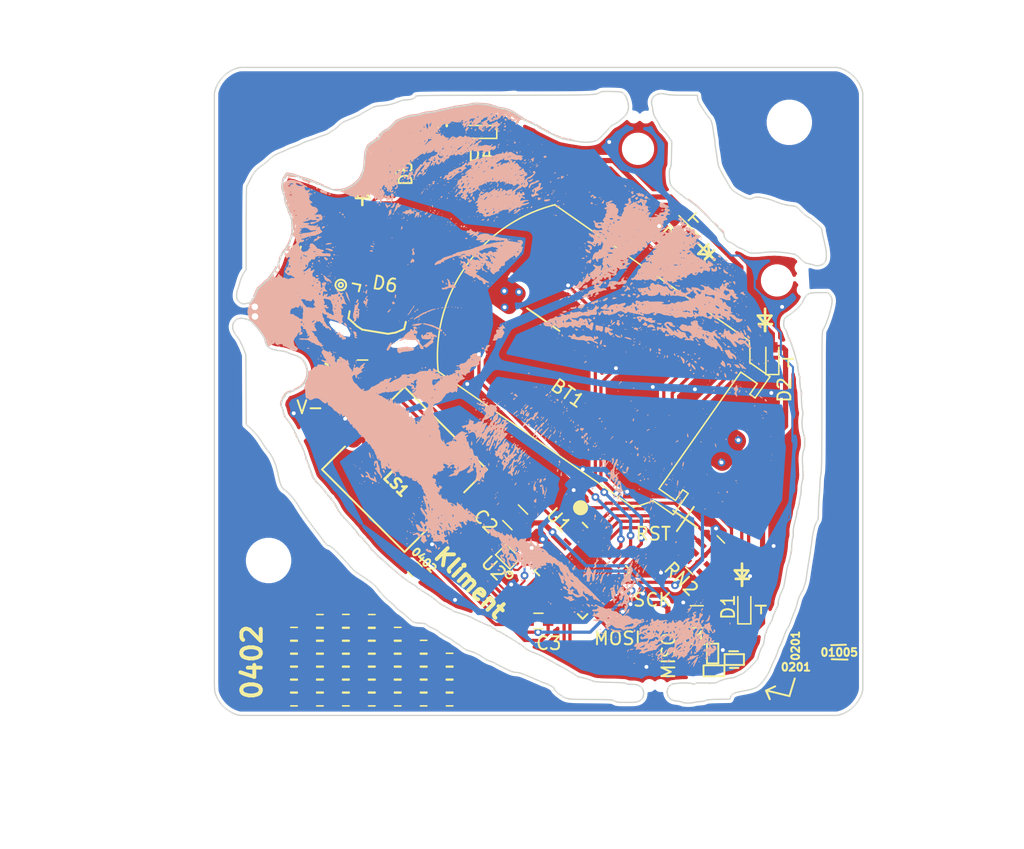
<source format=kicad_pcb>
(kicad_pcb (version 20171130) (host pcbnew 5.1.12-84ad8e8a86~92~ubuntu21.10.1)
  (layers (0 F.Cu signal) (31 B.Cu signal) (34 B.Paste user) (35 F.Paste user) (36 B.SilkS user) (37 F.SilkS user) (38 B.Mask user) (39 F.Mask user) (44 Edge.Cuts user))
  (net 0 "")
  (net 1 GND)
  (net 2 "Net-(BT1-Pad1)")
  (net 3 "Net-(D1-Pad1)")
  (net 4 "Net-(D2-Pad1)")
  (net 5 "Net-(D3-Pad1)")
  (net 6 "Net-(D4-Pad1)")
  (net 7 "Net-(D5-Pad1)")
  (net 8 "Net-(D6-Pad2)")
  (net 9 "Net-(MISO1-Pad1)")
  (net 10 "Net-(MOSI1-Pad1)")
  (net 11 "Net-(RESET1-Pad1)")
  (net 12 "Net-(SCK1-Pad1)")
  (net 13 "Net-(U1-Pad3)")
  (net 14 "Net-(U1-Pad6)")
  (net 15 "Net-(U1-Pad7)")
  (net 16 "Net-(U1-Pad8)")
  (net 17 "Net-(U1-Pad12)")
  (net 18 "Net-(U1-Pad19)")
  (net 19 "Net-(U1-Pad20)")
  (net 20 "Net-(U1-Pad22)")
  (net 21 "Net-(U1-Pad28)")
  (net 22 "Net-(D6-Pad4)")
  (net 23 "Net-(D6-Pad3)")
  (net 24 "Net-(RN2-Pad8)")
  (net 25 "Net-(RN2-Pad7)")
  (net 26 "Net-(RN2-Pad6)")
  (net 27 "Net-(RN2-Pad5)")
  (net 28 "Net-(RN1-Pad2)")
  (net 29 "Net-(RN1-Pad3)")
  (net 30 "Net-(RN1-Pad1)")
  (net 31 "Net-(RN1-Pad4)")
  (net 32 /T0)
  (net 33 /T1)
  (net 34 /T2)
  (net 35 /T3)
  (net 36 /T4)
  (net 37 "Net-(C3-Pad2)")
  (net 38 "Net-(C3-Pad1)")
  (module mousebite (layer F.Cu) (at 160.17 73.88)
    (fp_text reference REF** hide)
    (fp_text value mousebite hide)
    (pad "" np_thru_hole circle (at 0 0) (size 0.5 0.5) (drill 0.5) (layers *.Cu))
  )
  (module mousebite (layer F.Cu) (at 172.18 86.33)
    (fp_text reference REF** hide)
    (fp_text value mousebite hide)
    (pad "" np_thru_hole circle (at 0 0) (size 0.5 0.5) (drill 0.5) (layers *.Cu))
  )
  (module corelib:KLS5-CR2032-11 (layer F.Cu) (at 156.14 92.32 325)
    (fp_text reference BT1 (at 0 3.5 325) (layer F.SilkS))
    (fp_text value Battery_Cell hide)
    (fp_text user - (at -4.8 -0.4 145) (layer F.SilkS) (effects (font (size 4 4))))
    (fp_text user + (at 13 6 325) (layer F.SilkS) (effects (font (size 3 3))))
    (pad 2 smd roundrect (at -9.2 0 325) (size 4.5 2.4) (layers F.Cu F.Paste F.Mask) (net 1 GND))
    (pad 1 smd roundrect (at 12 0 325) (size 3.05 3.4) (layers F.Cu F.Paste F.Mask) (net 2 "Net-(BT1-Pad1)"))
  )
  (module Resistors_SMD:R_0402 (layer F.Cu) (at 142.36 108.76 315)
    (fp_text reference REF** hide)
    (fp_text value R_0402)
    (pad 2 smd rect (at 0.45 0 315) (size 0.4 0.6) (layers F.Cu F.Paste F.Mask))
    (pad 1 smd rect (at -0.45 0 315) (size 0.4 0.6) (layers F.Cu F.Paste F.Mask))
  )
  (module Resistor_SMD:R_01005_0402Metric (layer F.Cu) (at 166.99 115.73)
    (fp_text reference REF** hide)
    (fp_text value R_01005_0402Metric)
    (pad 2 smd roundrect (at 0.25 0) (size 0.3 0.3) (layers F.Cu F.Mask))
    (pad 1 smd roundrect (at -0.25 0) (size 0.3 0.3) (layers F.Cu F.Mask))
  )
  (module Resistor_SMD:R_0201_0603Metric (layer F.Cu) (at 165.32 115.265 90)
    (fp_text reference REF** hide)
    (fp_text value R_0201_0603Metric)
    (pad 1 smd roundrect (at -0.32 0 90) (size 0.46 0.4) (layers F.Cu F.Mask))
    (pad 2 smd roundrect (at 0.32 0 90) (size 0.46 0.4) (layers F.Cu F.Mask))
  )
  (module Resistor_SMD:R_0201_0603Metric (layer F.Cu) (at 165.41 116.6)
    (fp_text reference REF** hide)
    (fp_text value R_0201_0603Metric)
    (pad 2 smd roundrect (at 0.32 0) (size 0.46 0.4) (layers F.Cu F.Mask))
    (pad 1 smd roundrect (at -0.32 0) (size 0.46 0.4) (layers F.Cu F.Mask))
  )
  (module Housings_DFN_QFN:QFN-32-1EP_5x5mm_Pitch0.5mm (layer F.Cu) (at 155.29 108.88 315)
    (fp_text reference U1 (at -4.065864 -1.463711 315) (layer F.SilkS))
    (fp_text value ATTINY88-MU)
    (pad 1 smd rect (at -2.4 -1.75 315) (size 0.7 0.25) (layers F.Cu F.Paste F.Mask) (net 27 "Net-(RN2-Pad5)"))
    (pad 2 smd rect (at -2.4 -1.25 315) (size 0.7 0.25) (layers F.Cu F.Paste F.Mask) (net 31 "Net-(RN1-Pad4)"))
    (pad 3 smd rect (at -2.4 -0.75 315) (size 0.7 0.25) (layers F.Cu F.Paste F.Mask) (net 13 "Net-(U1-Pad3)"))
    (pad 4 smd rect (at -2.4 -0.25 315) (size 0.7 0.25) (layers F.Cu F.Paste F.Mask) (net 2 "Net-(BT1-Pad1)"))
    (pad 5 smd rect (at -2.4 0.25 315) (size 0.7 0.25) (layers F.Cu F.Paste F.Mask) (net 1 GND))
    (pad 6 smd rect (at -2.4 0.75 315) (size 0.7 0.25) (layers F.Cu F.Paste F.Mask) (net 14 "Net-(U1-Pad6)"))
    (pad 7 smd rect (at -2.4 1.25 315) (size 0.7 0.25) (layers F.Cu F.Paste F.Mask) (net 15 "Net-(U1-Pad7)"))
    (pad 8 smd rect (at -2.4 1.75 315) (size 0.7 0.25) (layers F.Cu F.Paste F.Mask) (net 16 "Net-(U1-Pad8)"))
    (pad 9 smd rect (at -1.75 2.4 45) (size 0.7 0.25) (layers F.Cu F.Paste F.Mask) (net 29 "Net-(RN1-Pad3)"))
    (pad 10 smd rect (at -1.25 2.4 45) (size 0.7 0.25) (layers F.Cu F.Paste F.Mask) (net 28 "Net-(RN1-Pad2)"))
    (pad 11 smd rect (at -0.75 2.4 45) (size 0.7 0.25) (layers F.Cu F.Paste F.Mask) (net 30 "Net-(RN1-Pad1)"))
    (pad 12 smd rect (at -0.25 2.4 45) (size 0.7 0.25) (layers F.Cu F.Paste F.Mask) (net 17 "Net-(U1-Pad12)"))
    (pad 13 smd rect (at 0.25 2.4 45) (size 0.7 0.25) (layers F.Cu F.Paste F.Mask) (net 38 "Net-(C3-Pad1)"))
    (pad 14 smd rect (at 0.75 2.4 45) (size 0.7 0.25) (layers F.Cu F.Paste F.Mask) (net 37 "Net-(C3-Pad2)"))
    (pad 15 smd rect (at 1.25 2.4 45) (size 0.7 0.25) (layers F.Cu F.Paste F.Mask) (net 10 "Net-(MOSI1-Pad1)"))
    (pad 16 smd rect (at 1.75 2.4 45) (size 0.7 0.25) (layers F.Cu F.Paste F.Mask) (net 9 "Net-(MISO1-Pad1)"))
    (pad 17 smd rect (at 2.4 1.75 315) (size 0.7 0.25) (layers F.Cu F.Paste F.Mask) (net 12 "Net-(SCK1-Pad1)"))
    (pad 18 smd rect (at 2.4 1.25 315) (size 0.7 0.25) (layers F.Cu F.Paste F.Mask) (net 2 "Net-(BT1-Pad1)"))
    (pad 19 smd rect (at 2.4 0.75 315) (size 0.7 0.25) (layers F.Cu F.Paste F.Mask) (net 18 "Net-(U1-Pad19)"))
    (pad 20 smd rect (at 2.4 0.25 315) (size 0.7 0.25) (layers F.Cu F.Paste F.Mask) (net 19 "Net-(U1-Pad20)"))
    (pad 21 smd rect (at 2.4 -0.25 315) (size 0.7 0.25) (layers F.Cu F.Paste F.Mask) (net 1 GND))
    (pad 22 smd rect (at 2.4 -0.75 315) (size 0.7 0.25) (layers F.Cu F.Paste F.Mask) (net 20 "Net-(U1-Pad22)"))
    (pad 23 smd rect (at 2.4 -1.25 315) (size 0.7 0.25) (layers F.Cu F.Paste F.Mask) (net 32 /T0))
    (pad 24 smd rect (at 2.4 -1.75 315) (size 0.7 0.25) (layers F.Cu F.Paste F.Mask) (net 33 /T1))
    (pad 25 smd rect (at 1.75 -2.4 45) (size 0.7 0.25) (layers F.Cu F.Paste F.Mask) (net 34 /T2))
    (pad 26 smd rect (at 1.25 -2.4 45) (size 0.7 0.25) (layers F.Cu F.Paste F.Mask) (net 35 /T3))
    (pad 27 smd rect (at 0.75 -2.4 45) (size 0.7 0.25) (layers F.Cu F.Paste F.Mask) (net 36 /T4))
    (pad 28 smd rect (at 0.25 -2.4 45) (size 0.7 0.25) (layers F.Cu F.Paste F.Mask) (net 21 "Net-(U1-Pad28)"))
    (pad 29 smd rect (at -0.25 -2.4 45) (size 0.7 0.25) (layers F.Cu F.Paste F.Mask) (net 11 "Net-(RESET1-Pad1)"))
    (pad 30 smd rect (at -0.75 -2.4 45) (size 0.7 0.25) (layers F.Cu F.Paste F.Mask) (net 24 "Net-(RN2-Pad8)"))
    (pad 31 smd rect (at -1.25 -2.4 45) (size 0.7 0.25) (layers F.Cu F.Paste F.Mask) (net 25 "Net-(RN2-Pad7)"))
    (pad 32 smd rect (at -1.75 -2.4 45) (size 0.7 0.25) (layers F.Cu F.Paste F.Mask) (net 26 "Net-(RN2-Pad6)"))
    (pad 5 smd rect (at 0.8625 0.8625 315) (size 1.725 1.725) (layers F.Cu F.Paste F.Mask) (net 1 GND))
    (pad 5 smd rect (at 0.8625 -0.8625 315) (size 1.725 1.725) (layers F.Cu F.Paste F.Mask) (net 1 GND))
    (pad 5 smd rect (at -0.8625 0.8625 315) (size 1.725 1.725) (layers F.Cu F.Paste F.Mask) (net 1 GND))
    (pad 5 smd rect (at -0.8625 -0.8625 315) (size 1.725 1.725) (layers F.Cu F.Paste F.Mask) (net 1 GND))
  )
  (module Resistors_SMD:R_0402 (layer F.Cu) (at 137.03 112.78)
    (fp_text reference REF** hide)
    (fp_text value R_0402)
    (pad 1 smd rect (at -0.45 0) (size 0.4 0.6) (layers F.Cu F.Paste F.Mask))
    (pad 2 smd rect (at 0.45 0) (size 0.4 0.6) (layers F.Cu F.Paste F.Mask))
  )
  (module Resistors_SMD:R_0402 (layer F.Cu) (at 135.03 112.79)
    (fp_text reference REF** hide)
    (fp_text value R_0402)
    (pad 1 smd rect (at -0.45 0) (size 0.4 0.6) (layers F.Cu F.Paste F.Mask))
    (pad 2 smd rect (at 0.45 0) (size 0.4 0.6) (layers F.Cu F.Paste F.Mask))
  )
  (module Resistors_SMD:R_0402 (layer F.Cu) (at 141.03 113.78)
    (fp_text reference REF** hide)
    (fp_text value R_0402)
    (pad 1 smd rect (at -0.45 0) (size 0.4 0.6) (layers F.Cu F.Paste F.Mask))
    (pad 2 smd rect (at 0.45 0) (size 0.4 0.6) (layers F.Cu F.Paste F.Mask))
  )
  (module Resistors_SMD:R_0402 (layer F.Cu) (at 139.03 113.78)
    (fp_text reference REF** hide)
    (fp_text value R_0402)
    (pad 1 smd rect (at -0.45 0) (size 0.4 0.6) (layers F.Cu F.Paste F.Mask))
    (pad 2 smd rect (at 0.45 0) (size 0.4 0.6) (layers F.Cu F.Paste F.Mask))
  )
  (module Resistors_SMD:R_0402 (layer F.Cu) (at 137.03 113.78)
    (fp_text reference REF** hide)
    (fp_text value R_0402)
    (pad 1 smd rect (at -0.45 0) (size 0.4 0.6) (layers F.Cu F.Paste F.Mask))
    (pad 2 smd rect (at 0.45 0) (size 0.4 0.6) (layers F.Cu F.Paste F.Mask))
  )
  (module Resistors_SMD:R_0402 (layer F.Cu) (at 135.03 113.78)
    (fp_text reference REF** hide)
    (fp_text value R_0402)
    (pad 1 smd rect (at -0.45 0) (size 0.4 0.6) (layers F.Cu F.Paste F.Mask))
    (pad 2 smd rect (at 0.45 0) (size 0.4 0.6) (layers F.Cu F.Paste F.Mask))
  )
  (module Resistors_SMD:R_0402 (layer F.Cu) (at 133.03 113.78)
    (fp_text reference REF** hide)
    (fp_text value R_0402)
    (pad 1 smd rect (at -0.45 0) (size 0.4 0.6) (layers F.Cu F.Paste F.Mask))
    (pad 2 smd rect (at 0.45 0) (size 0.4 0.6) (layers F.Cu F.Paste F.Mask))
  )
  (module Resistors_SMD:R_0402 (layer F.Cu) (at 139.03 112.79)
    (fp_text reference REF** hide)
    (fp_text value R_0402)
    (pad 1 smd rect (at -0.45 0) (size 0.4 0.6) (layers F.Cu F.Paste F.Mask))
    (pad 2 smd rect (at 0.45 0) (size 0.4 0.6) (layers F.Cu F.Paste F.Mask))
  )
  (module Resistors_SMD:R_0402 (layer F.Cu) (at 143.03 114.78)
    (fp_text reference REF** hide)
    (fp_text value R_0402)
    (pad 1 smd rect (at -0.45 0) (size 0.4 0.6) (layers F.Cu F.Paste F.Mask))
    (pad 2 smd rect (at 0.45 0) (size 0.4 0.6) (layers F.Cu F.Paste F.Mask))
  )
  (module Resistors_SMD:R_0402 (layer F.Cu) (at 141.03 114.78)
    (fp_text reference REF** hide)
    (fp_text value R_0402)
    (pad 1 smd rect (at -0.45 0) (size 0.4 0.6) (layers F.Cu F.Paste F.Mask))
    (pad 2 smd rect (at 0.45 0) (size 0.4 0.6) (layers F.Cu F.Paste F.Mask))
  )
  (module Resistors_SMD:R_0402 (layer F.Cu) (at 139.03 114.78)
    (fp_text reference REF** hide)
    (fp_text value R_0402)
    (pad 1 smd rect (at -0.45 0) (size 0.4 0.6) (layers F.Cu F.Paste F.Mask))
    (pad 2 smd rect (at 0.45 0) (size 0.4 0.6) (layers F.Cu F.Paste F.Mask))
  )
  (module Resistors_SMD:R_0402 (layer F.Cu) (at 137.03 114.78)
    (fp_text reference REF** hide)
    (fp_text value R_0402)
    (pad 1 smd rect (at -0.45 0) (size 0.4 0.6) (layers F.Cu F.Paste F.Mask))
    (pad 2 smd rect (at 0.45 0) (size 0.4 0.6) (layers F.Cu F.Paste F.Mask))
  )
  (module Resistors_SMD:R_0402 (layer F.Cu) (at 135.03 114.78)
    (fp_text reference REF** hide)
    (fp_text value R_0402)
    (pad 1 smd rect (at -0.45 0) (size 0.4 0.6) (layers F.Cu F.Paste F.Mask))
    (pad 2 smd rect (at 0.45 0) (size 0.4 0.6) (layers F.Cu F.Paste F.Mask))
  )
  (module Resistors_SMD:R_0402 (layer F.Cu) (at 133.03 114.78)
    (fp_text reference REF** hide)
    (fp_text value R_0402)
    (pad 1 smd rect (at -0.45 0) (size 0.4 0.6) (layers F.Cu F.Paste F.Mask))
    (pad 2 smd rect (at 0.45 0) (size 0.4 0.6) (layers F.Cu F.Paste F.Mask))
  )
  (module Resistors_SMD:R_0402 (layer F.Cu) (at 145.03 115.78)
    (fp_text reference REF** hide)
    (fp_text value R_0402)
    (pad 1 smd rect (at -0.45 0) (size 0.4 0.6) (layers F.Cu F.Paste F.Mask))
    (pad 2 smd rect (at 0.45 0) (size 0.4 0.6) (layers F.Cu F.Paste F.Mask))
  )
  (module Resistors_SMD:R_0402 (layer F.Cu) (at 143.03 115.78)
    (fp_text reference REF** hide)
    (fp_text value R_0402)
    (pad 1 smd rect (at -0.45 0) (size 0.4 0.6) (layers F.Cu F.Paste F.Mask))
    (pad 2 smd rect (at 0.45 0) (size 0.4 0.6) (layers F.Cu F.Paste F.Mask))
  )
  (module Resistors_SMD:R_0402 (layer F.Cu) (at 141.03 115.78)
    (fp_text reference REF** hide)
    (fp_text value R_0402)
    (pad 1 smd rect (at -0.45 0) (size 0.4 0.6) (layers F.Cu F.Paste F.Mask))
    (pad 2 smd rect (at 0.45 0) (size 0.4 0.6) (layers F.Cu F.Paste F.Mask))
  )
  (module Resistors_SMD:R_0402 (layer F.Cu) (at 139.03 115.78)
    (fp_text reference REF** hide)
    (fp_text value R_0402)
    (pad 1 smd rect (at -0.45 0) (size 0.4 0.6) (layers F.Cu F.Paste F.Mask))
    (pad 2 smd rect (at 0.45 0) (size 0.4 0.6) (layers F.Cu F.Paste F.Mask))
  )
  (module Resistors_SMD:R_0402 (layer F.Cu) (at 137.03 115.78)
    (fp_text reference REF** hide)
    (fp_text value R_0402)
    (pad 1 smd rect (at -0.45 0) (size 0.4 0.6) (layers F.Cu F.Paste F.Mask))
    (pad 2 smd rect (at 0.45 0) (size 0.4 0.6) (layers F.Cu F.Paste F.Mask))
  )
  (module Resistors_SMD:R_0402 (layer F.Cu) (at 135.03 115.78)
    (fp_text reference REF** hide)
    (fp_text value R_0402)
    (pad 1 smd rect (at -0.45 0) (size 0.4 0.6) (layers F.Cu F.Paste F.Mask))
    (pad 2 smd rect (at 0.45 0) (size 0.4 0.6) (layers F.Cu F.Paste F.Mask))
  )
  (module Resistors_SMD:R_0402 (layer F.Cu) (at 133.03 115.78)
    (fp_text reference REF** hide)
    (fp_text value R_0402)
    (pad 1 smd rect (at -0.45 0) (size 0.4 0.6) (layers F.Cu F.Paste F.Mask))
    (pad 2 smd rect (at 0.45 0) (size 0.4 0.6) (layers F.Cu F.Paste F.Mask))
  )
  (module Resistors_SMD:R_0402 (layer F.Cu) (at 145.03 116.78)
    (fp_text reference REF** hide)
    (fp_text value R_0402)
    (pad 1 smd rect (at -0.45 0) (size 0.4 0.6) (layers F.Cu F.Paste F.Mask))
    (pad 2 smd rect (at 0.45 0) (size 0.4 0.6) (layers F.Cu F.Paste F.Mask))
  )
  (module Resistors_SMD:R_0402 (layer F.Cu) (at 143.03 116.78)
    (fp_text reference REF** hide)
    (fp_text value R_0402)
    (pad 1 smd rect (at -0.45 0) (size 0.4 0.6) (layers F.Cu F.Paste F.Mask))
    (pad 2 smd rect (at 0.45 0) (size 0.4 0.6) (layers F.Cu F.Paste F.Mask))
  )
  (module Resistors_SMD:R_0402 (layer F.Cu) (at 141.03 116.78)
    (fp_text reference REF** hide)
    (fp_text value R_0402)
    (pad 1 smd rect (at -0.45 0) (size 0.4 0.6) (layers F.Cu F.Paste F.Mask))
    (pad 2 smd rect (at 0.45 0) (size 0.4 0.6) (layers F.Cu F.Paste F.Mask))
  )
  (module Resistors_SMD:R_0402 (layer F.Cu) (at 139.03 116.78)
    (fp_text reference REF** hide)
    (fp_text value R_0402)
    (pad 1 smd rect (at -0.45 0) (size 0.4 0.6) (layers F.Cu F.Paste F.Mask))
    (pad 2 smd rect (at 0.45 0) (size 0.4 0.6) (layers F.Cu F.Paste F.Mask))
  )
  (module Resistors_SMD:R_0402 (layer F.Cu) (at 137.03 116.78)
    (fp_text reference REF** hide)
    (fp_text value R_0402)
    (pad 1 smd rect (at -0.45 0) (size 0.4 0.6) (layers F.Cu F.Paste F.Mask))
    (pad 2 smd rect (at 0.45 0) (size 0.4 0.6) (layers F.Cu F.Paste F.Mask))
  )
  (module Resistors_SMD:R_0402 (layer F.Cu) (at 135.03 116.78)
    (fp_text reference REF** hide)
    (fp_text value R_0402)
    (pad 1 smd rect (at -0.45 0) (size 0.4 0.6) (layers F.Cu F.Paste F.Mask))
    (pad 2 smd rect (at 0.45 0) (size 0.4 0.6) (layers F.Cu F.Paste F.Mask))
  )
  (module Resistors_SMD:R_0402 (layer F.Cu) (at 133.03 116.78)
    (fp_text reference REF** hide)
    (fp_text value R_0402)
    (pad 1 smd rect (at -0.45 0) (size 0.4 0.6) (layers F.Cu F.Paste F.Mask))
    (pad 2 smd rect (at 0.45 0) (size 0.4 0.6) (layers F.Cu F.Paste F.Mask))
  )
  (module Resistors_SMD:R_0402 (layer F.Cu) (at 145.03 117.78)
    (fp_text reference REF** hide)
    (fp_text value R_0402)
    (pad 1 smd rect (at -0.45 0) (size 0.4 0.6) (layers F.Cu F.Paste F.Mask))
    (pad 2 smd rect (at 0.45 0) (size 0.4 0.6) (layers F.Cu F.Paste F.Mask))
  )
  (module Resistors_SMD:R_0402 (layer F.Cu) (at 143.03 117.78)
    (fp_text reference REF** hide)
    (fp_text value R_0402)
    (pad 1 smd rect (at -0.45 0) (size 0.4 0.6) (layers F.Cu F.Paste F.Mask))
    (pad 2 smd rect (at 0.45 0) (size 0.4 0.6) (layers F.Cu F.Paste F.Mask))
  )
  (module Resistors_SMD:R_0402 (layer F.Cu) (at 141.03 117.78)
    (fp_text reference REF** hide)
    (fp_text value R_0402)
    (pad 1 smd rect (at -0.45 0) (size 0.4 0.6) (layers F.Cu F.Paste F.Mask))
    (pad 2 smd rect (at 0.45 0) (size 0.4 0.6) (layers F.Cu F.Paste F.Mask))
  )
  (module Resistors_SMD:R_0402 (layer F.Cu) (at 139.03 117.78)
    (fp_text reference REF** hide)
    (fp_text value R_0402)
    (pad 1 smd rect (at -0.45 0) (size 0.4 0.6) (layers F.Cu F.Paste F.Mask))
    (pad 2 smd rect (at 0.45 0) (size 0.4 0.6) (layers F.Cu F.Paste F.Mask))
  )
  (module Resistors_SMD:R_0402 (layer F.Cu) (at 137.03 117.78)
    (fp_text reference REF** hide)
    (fp_text value R_0402)
    (pad 1 smd rect (at -0.45 0) (size 0.4 0.6) (layers F.Cu F.Paste F.Mask))
    (pad 2 smd rect (at 0.45 0) (size 0.4 0.6) (layers F.Cu F.Paste F.Mask))
  )
  (module Resistors_SMD:R_0402 (layer F.Cu) (at 135.03 117.78)
    (fp_text reference REF** hide)
    (fp_text value R_0402)
    (pad 1 smd rect (at -0.45 0) (size 0.4 0.6) (layers F.Cu F.Paste F.Mask))
    (pad 2 smd rect (at 0.45 0) (size 0.4 0.6) (layers F.Cu F.Paste F.Mask))
  )
  (module Resistors_SMD:R_0402 (layer F.Cu) (at 133.03 117.78)
    (fp_text reference REF** hide)
    (fp_text value R_0402)
    (pad 1 smd rect (at -0.45 0) (size 0.4 0.6) (layers F.Cu F.Paste F.Mask))
    (pad 2 smd rect (at 0.45 0) (size 0.4 0.6) (layers F.Cu F.Paste F.Mask))
  )
  (module Resistors_SMD:R_0402 (layer F.Cu) (at 145.03 118.78)
    (fp_text reference REF** hide)
    (fp_text value R_0402)
    (pad 1 smd rect (at -0.45 0) (size 0.4 0.6) (layers F.Cu F.Paste F.Mask))
    (pad 2 smd rect (at 0.45 0) (size 0.4 0.6) (layers F.Cu F.Paste F.Mask))
  )
  (module Resistors_SMD:R_0402 (layer F.Cu) (at 143.03 118.78)
    (fp_text reference REF** hide)
    (fp_text value R_0402)
    (pad 1 smd rect (at -0.45 0) (size 0.4 0.6) (layers F.Cu F.Paste F.Mask))
    (pad 2 smd rect (at 0.45 0) (size 0.4 0.6) (layers F.Cu F.Paste F.Mask))
  )
  (module Resistors_SMD:R_0402 (layer F.Cu) (at 141.03 118.78)
    (fp_text reference REF** hide)
    (fp_text value R_0402)
    (pad 1 smd rect (at -0.45 0) (size 0.4 0.6) (layers F.Cu F.Paste F.Mask))
    (pad 2 smd rect (at 0.45 0) (size 0.4 0.6) (layers F.Cu F.Paste F.Mask))
  )
  (module Resistors_SMD:R_0402 (layer F.Cu) (at 139.03 118.78)
    (fp_text reference REF** hide)
    (fp_text value R_0402)
    (pad 1 smd rect (at -0.45 0) (size 0.4 0.6) (layers F.Cu F.Paste F.Mask))
    (pad 2 smd rect (at 0.45 0) (size 0.4 0.6) (layers F.Cu F.Paste F.Mask))
  )
  (module Resistors_SMD:R_0402 (layer F.Cu) (at 137.03 118.78)
    (fp_text reference REF** hide)
    (fp_text value R_0402)
    (pad 1 smd rect (at -0.45 0) (size 0.4 0.6) (layers F.Cu F.Paste F.Mask))
    (pad 2 smd rect (at 0.45 0) (size 0.4 0.6) (layers F.Cu F.Paste F.Mask))
  )
  (module Resistors_SMD:R_0402 (layer F.Cu) (at 135.03 118.78)
    (fp_text reference REF** hide)
    (fp_text value R_0402)
    (pad 1 smd rect (at -0.45 0) (size 0.4 0.6) (layers F.Cu F.Paste F.Mask))
    (pad 2 smd rect (at 0.45 0) (size 0.4 0.6) (layers F.Cu F.Paste F.Mask))
  )
  (module LOGO (layer B.Cu) (at 150.97 95.2 90)
    (fp_text reference G*** hide)
    (fp_text value LOGO hide)
  )
  (module Measurement_Points:Measurement_Point_Round-SMD-Pad_Big (layer B.Cu) (at 147.01 104.35)
    (fp_text reference J1 hide)
    (fp_text value TEST_1P hide)
    (pad 1 smd circle (at 0 0) (size 1 1) (layers B.Cu) (net 32 /T0))
  )
  (module chainhole (layer F.Cu) (at 170.28 86.48)
    (fp_text reference REF** hide)
    (fp_text value chainhole hide)
    (pad "" np_thru_hole circle (at 0 0) (size 2 2) (drill 2) (layers *.Cu *.Mask))
  )
  (module chainhole (layer F.Cu) (at 159.56 76.32)
    (fp_text reference REF** hide)
    (fp_text value chainhole hide)
    (pad "" np_thru_hole circle (at 0 0) (size 2 2) (drill 2) (layers *.Cu *.Mask))
  )
  (module stencilhole (layer F.Cu) (at 131.07 108.09)
    (fp_text reference REF** hide)
    (fp_text value stencilhole hide)
    (pad "" np_thru_hole circle (at 0 0) (size 3 3) (drill 3) (layers *.Cu *.Mask F.Paste))
  )
  (module stencilhole (layer F.Cu) (at 171.23 74.28)
    (fp_text reference REF** hide)
    (fp_text value stencilhole hide)
    (pad "" np_thru_hole circle (at 0 0) (size 3 3) (drill 3) (layers *.Cu *.Mask F.Paste))
  )
  (module mousebite (layer F.Cu) (at 161.3 117.74)
    (fp_text reference REF** hide)
    (fp_text value mousebite hide)
    (pad "" np_thru_hole circle (at 0 0) (size 0.5 0.5) (drill 0.5) (layers *.Cu))
  )
  (module mousebite (layer F.Cu) (at 160.43 117.74)
    (fp_text reference REF** hide)
    (fp_text value mousebite hide)
    (pad "" np_thru_hole circle (at 0 0) (size 0.5 0.5) (drill 0.5) (layers *.Cu))
  )
  (module mousebite (layer F.Cu) (at 172.29 87.2)
    (fp_text reference REF** hide)
    (fp_text value mousebite hide)
    (pad "" np_thru_hole circle (at 0 0) (size 0.5 0.5) (drill 0.5) (layers *.Cu))
  )
  (module mousebite (layer F.Cu) (at 172.13 85.49)
    (fp_text reference REF** hide)
    (fp_text value mousebite hide)
    (pad "" np_thru_hole circle (at 0 0) (size 0.5 0.5) (drill 0.5) (layers *.Cu))
  )
  (module mousebite (layer F.Cu) (at 159.22 73.87)
    (fp_text reference REF** hide)
    (fp_text value mousebite hide)
    (pad "" np_thru_hole circle (at 0 0) (size 0.5 0.5) (drill 0.5) (layers *.Cu))
  )
  (module mousebite (layer F.Cu) (at 130.01 88.51)
    (fp_text reference REF** hide)
    (fp_text value mousebite hide)
    (pad "" np_thru_hole circle (at 0 0) (size 0.5 0.5) (drill 0.5) (layers *.Cu))
  )
  (module mousebite (layer F.Cu) (at 130.02 89.26)
    (fp_text reference REF** hide)
    (fp_text value mousebite hide)
    (pad "" np_thru_hole circle (at 0 0) (size 0.5 0.5) (drill 0.5) (layers *.Cu))
  )
  (module Fiducials:Fiducial_1mm_Dia_2.54mm_Outer_CopperBottom (layer B.Cu) (at 174.21 117.39 90)
    (fp_text reference REF** hide)
    (fp_text value Fiducial_1mm_Dia_2.54mm_Outer_CopperBottom hide)
    (pad ~ smd circle (at 0 0 90) (size 1 1) (layers F.Cu F.Mask) (clearance 0.77))
  )
  (module Fiducials:Fiducial_1mm_Dia_2.54mm_Outer_CopperBottom (layer B.Cu) (at 135.94 72.3 90)
    (fp_text reference REF** hide)
    (fp_text value Fiducial_1mm_Dia_2.54mm_Outer_CopperBottom hide)
    (pad ~ smd circle (at 0 0 90) (size 1 1) (layers F.Cu F.Mask) (clearance 0.77))
  )
  (module LEDs:LED_0603 (layer F.Cu) (at 167.76 111.68 90)
    (fp_text reference D1 (at 0 -1.25 90) (layer F.SilkS))
    (fp_text value LED)
    (pad 2 smd rect (at 0.8 0 270) (size 0.8 0.8) (layers F.Cu F.Paste F.Mask) (net 2 "Net-(BT1-Pad1)"))
    (pad 1 smd rect (at -0.8 0 270) (size 0.8 0.8) (layers F.Cu F.Paste F.Mask) (net 3 "Net-(D1-Pad1)"))
  )
  (module LEDs:LED_0603 (layer F.Cu) (at 169.92 92.44 90)
    (fp_text reference D2 (at -2.485 0.93 90) (layer F.SilkS))
    (fp_text value LED)
    (pad 2 smd rect (at 0.8 0 270) (size 0.8 0.8) (layers F.Cu F.Paste F.Mask) (net 2 "Net-(BT1-Pad1)"))
    (pad 1 smd rect (at -0.8 0 270) (size 0.8 0.8) (layers F.Cu F.Paste F.Mask) (net 4 "Net-(D2-Pad1)"))
  )
  (module LEDs:LED_0603 (layer F.Cu) (at 162.93 82.4 135)
    (fp_text reference D3 (at 0 -1.25 135) (layer F.SilkS))
    (fp_text value LED)
    (pad 2 smd rect (at 0.8 0 315) (size 0.8 0.8) (layers F.Cu F.Paste F.Mask) (net 2 "Net-(BT1-Pad1)"))
    (pad 1 smd rect (at -0.8 0 315) (size 0.8 0.8) (layers F.Cu F.Paste F.Mask) (net 5 "Net-(D3-Pad1)"))
  )
  (module LEDs:LED_0603 (layer F.Cu) (at 147.37 75.02 180)
    (fp_text reference D4 (at -0.03 -1.74 180) (layer F.SilkS))
    (fp_text value LED)
    (pad 2 smd rect (at 0.8 0) (size 0.8 0.8) (layers F.Cu F.Paste F.Mask) (net 2 "Net-(BT1-Pad1)"))
    (pad 1 smd rect (at -0.8 0) (size 0.8 0.8) (layers F.Cu F.Paste F.Mask) (net 6 "Net-(D4-Pad1)"))
  )
  (module LEDs:LED_0603 (layer F.Cu) (at 140.39 78.23 270)
    (fp_text reference D5 (at 0 -1.25 270) (layer F.SilkS))
    (fp_text value LED)
    (pad 2 smd rect (at 0.8 0 90) (size 0.8 0.8) (layers F.Cu F.Paste F.Mask) (net 2 "Net-(BT1-Pad1)"))
    (pad 1 smd rect (at -0.8 0 90) (size 0.8 0.8) (layers F.Cu F.Paste F.Mask) (net 7 "Net-(D5-Pad1)"))
  )
  (module Measurement_Points:Measurement_Point_Round-SMD-Pad_Big (layer B.Cu) (at 161.98 98.91)
    (fp_text reference J2 hide)
    (fp_text value TEST_1P)
    (pad 1 smd circle (at 0 0) (size 1 1) (layers B.Cu) (net 33 /T1))
  )
  (module Measurement_Points:Measurement_Point_Round-SMD-Pad_Big (layer B.Cu) (at 159.37 86.51)
    (fp_text reference J3 hide)
    (fp_text value TEST_1P)
    (pad 1 smd circle (at 0 0) (size 1 1) (layers B.Cu) (net 34 /T2))
  )
  (module Measurement_Points:Measurement_Point_Round-SMD-Pad_Big (layer B.Cu) (at 150.9 80.18)
    (fp_text reference J4 hide)
    (fp_text value TEST_1P)
    (pad 1 smd circle (at 0 0) (size 1 1) (layers B.Cu) (net 35 /T3))
  )
  (module Measurement_Points:Measurement_Point_Round-SMD-Pad_Big (layer B.Cu) (at 140.28 83.98)
    (fp_text reference J5 hide)
    (fp_text value TEST_1P)
    (pad 1 smd circle (at 0 0) (size 1 1) (layers B.Cu) (net 36 /T4))
  )
  (module Measurement_Points:Measurement_Point_Round-SMD-Pad_Small (layer F.Cu) (at 133.89 86.14)
    (fp_text reference V+ (at -0.04 -1.73) (layer F.SilkS))
    (fp_text value TEST_1P)
    (pad 1 smd circle (at 0 0) (size 1.5 1.5) (layers F.Cu F.Mask) (net 2 "Net-(BT1-Pad1)"))
  )
  (module Measurement_Points:Measurement_Point_Round-SMD-Pad_Small (layer F.Cu) (at 134.8 97.81)
    (fp_text reference V- (at -0.54 -1.54) (layer F.SilkS))
    (fp_text value TEST_1P)
    (pad 1 smd circle (at 0 0) (size 1.5 1.5) (layers F.Cu F.Mask) (net 1 GND))
  )
  (module catwsparts:Murata-PKMCS (layer F.Cu) (at 141.556625 101.066625 135)
    (fp_text reference LS1 (at -0.330042 -1.25865 135) (layer F.SilkS) (effects (font (size 0.8 0.8) (thickness 0.2))))
    (fp_text value Speaker_Crystal hide)
    (pad 1 smd oval (at -4.35 0 135) (size 1.3 3.6) (layers F.Cu F.Paste F.Mask) (net 38 "Net-(C3-Pad1)"))
    (pad 2 smd oval (at 4.45 0 135) (size 1.3 3.6) (layers F.Cu F.Paste F.Mask) (net 37 "Net-(C3-Pad2)"))
  )
  (module Measurement_Points:Measurement_Point_Round-SMD-Pad_Small (layer F.Cu) (at 163.54 116.02)
    (fp_text reference MISO (at -1.63 -0.58 90) (layer F.SilkS))
    (fp_text value TEST_1P)
    (pad 1 smd circle (at 0 0) (size 1.5 1.5) (layers F.Cu F.Mask) (net 9 "Net-(MISO1-Pad1)"))
  )
  (module Measurement_Points:Measurement_Point_Round-SMD-Pad_Small (layer F.Cu) (at 158.09 115.78)
    (fp_text reference MOSI (at -0.12 -1.68) (layer F.SilkS))
    (fp_text value TEST_1P)
    (pad 1 smd circle (at 0 0) (size 1.5 1.5) (layers F.Cu F.Mask) (net 10 "Net-(MOSI1-Pad1)"))
  )
  (module Measurement_Points:Measurement_Point_Round-SMD-Pad_Small (layer F.Cu) (at 160.84 107.74)
    (fp_text reference RST (at -0.1 -1.71) (layer F.SilkS))
    (fp_text value TEST_1P)
    (pad 1 smd circle (at 0 0) (size 1.5 1.5) (layers F.Cu F.Mask) (net 11 "Net-(RESET1-Pad1)"))
  )
  (module Measurement_Points:Measurement_Point_Round-SMD-Pad_Small (layer F.Cu) (at 160.45 112.67)
    (fp_text reference SCK (at 0.21 -1.54) (layer F.SilkS))
    (fp_text value TEST_1P)
    (pad 1 smd circle (at 0 0) (size 1.5 1.5) (layers F.Cu F.Mask) (net 12 "Net-(SCK1-Pad1)"))
  )
  (module catwsparts:HQ12-2353RBGC (layer F.Cu) (at 139.726961 88.496491 260)
    (fp_text reference D6 (at -1.758093 -0.028177 350) (layer F.SilkS))
    (fp_text value LED_ARGB hide)
    (pad 1 smd rect (at 0 1.75 260) (size 1 1.5) (layers F.Cu F.Paste F.Mask) (net 2 "Net-(BT1-Pad1)"))
    (pad 2 smd rect (at 0 -1.75 260) (size 1 1.5) (layers F.Cu F.Paste F.Mask) (net 8 "Net-(D6-Pad2)"))
    (pad 4 smd rect (at -0.5 0.4 260) (size 0.8 0.5) (layers F.Cu F.Paste F.Mask) (net 22 "Net-(D6-Pad4)"))
    (pad 3 smd rect (at -0.5 -0.4 260) (size 0.8 0.5) (layers F.Cu F.Paste F.Mask) (net 23 "Net-(D6-Pad3)"))
  )
  (module Resistors_SMD:R_Array_Concave_4x0603 (layer F.Cu) (at 138.32 94.34 180)
    (fp_text reference RN1 (at 2.33 0.42 270) (layer F.SilkS))
    (fp_text value R_Pack04)
    (pad 2 smd rect (at -0.85 -0.4 180) (size 0.9 0.4) (layers F.Cu F.Paste F.Mask) (net 28 "Net-(RN1-Pad2)"))
    (pad 3 smd rect (at -0.85 0.4 180) (size 0.9 0.4) (layers F.Cu F.Paste F.Mask) (net 29 "Net-(RN1-Pad3)"))
    (pad 1 smd rect (at -0.85 -1.2 180) (size 0.9 0.4) (layers F.Cu F.Paste F.Mask) (net 30 "Net-(RN1-Pad1)"))
    (pad 4 smd rect (at -0.85 1.2 180) (size 0.9 0.4) (layers F.Cu F.Paste F.Mask) (net 31 "Net-(RN1-Pad4)"))
    (pad 8 smd rect (at 0.85 -1.2 180) (size 0.9 0.4) (layers F.Cu F.Paste F.Mask) (net 22 "Net-(D6-Pad4)"))
    (pad 7 smd rect (at 0.85 -0.4 180) (size 0.9 0.4) (layers F.Cu F.Paste F.Mask) (net 23 "Net-(D6-Pad3)"))
    (pad 6 smd rect (at 0.85 0.4 180) (size 0.9 0.4) (layers F.Cu F.Paste F.Mask) (net 8 "Net-(D6-Pad2)"))
    (pad 5 smd rect (at 0.85 1.2 180) (size 0.9 0.4) (layers F.Cu F.Paste F.Mask) (net 7 "Net-(D5-Pad1)"))
  )
  (module Resistors_SMD:R_Array_Concave_4x0603 (layer F.Cu) (at 164.73 107.68 135)
    (fp_text reference RN2 (at 0 -2.6 135) (layer F.SilkS))
    (fp_text value R_Pack04)
    (pad 2 smd rect (at -0.85 -0.4 135) (size 0.9 0.4) (layers F.Cu F.Paste F.Mask) (net 4 "Net-(D2-Pad1)"))
    (pad 3 smd rect (at -0.85 0.4 135) (size 0.9 0.4) (layers F.Cu F.Paste F.Mask) (net 5 "Net-(D3-Pad1)"))
    (pad 1 smd rect (at -0.85 -1.2 135) (size 0.9 0.4) (layers F.Cu F.Paste F.Mask) (net 3 "Net-(D1-Pad1)"))
    (pad 4 smd rect (at -0.85 1.2 135) (size 0.9 0.4) (layers F.Cu F.Paste F.Mask) (net 6 "Net-(D4-Pad1)"))
    (pad 8 smd rect (at 0.85 -1.2 135) (size 0.9 0.4) (layers F.Cu F.Paste F.Mask) (net 24 "Net-(RN2-Pad8)"))
    (pad 7 smd rect (at 0.85 -0.4 135) (size 0.9 0.4) (layers F.Cu F.Paste F.Mask) (net 25 "Net-(RN2-Pad7)"))
    (pad 6 smd rect (at 0.85 0.4 135) (size 0.9 0.4) (layers F.Cu F.Paste F.Mask) (net 26 "Net-(RN2-Pad6)"))
    (pad 5 smd rect (at 0.85 1.2 135) (size 0.9 0.4) (layers F.Cu F.Paste F.Mask) (net 27 "Net-(RN2-Pad5)"))
  )
  (module Resistors_SMD:R_0402 (layer F.Cu) (at 133.03 118.78)
    (fp_text reference REF** hide)
    (fp_text value R_0402)
    (pad 1 smd rect (at -0.45 0) (size 0.4 0.6) (layers F.Cu F.Paste F.Mask))
    (pad 2 smd rect (at 0.45 0) (size 0.4 0.6) (layers F.Cu F.Paste F.Mask))
  )
  (module Capacitors_SMD:C_0805 (layer F.Cu) (at 164.09 112.43 180)
    (fp_text reference C1 (at 0.17 -1.67 180) (layer F.SilkS))
    (fp_text value C)
    (pad 1 smd rect (at -1 0 180) (size 1 1.25) (layers F.Cu F.Paste F.Mask) (net 2 "Net-(BT1-Pad1)"))
    (pad 2 smd rect (at 1 0 180) (size 1 1.25) (layers F.Cu F.Paste F.Mask) (net 1 GND))
  )
  (module Capacitors_SMD:C_0805 (layer F.Cu) (at 150.09 104.76 135)
    (fp_text reference C2 (at 1.400071 -1.824335 135) (layer F.SilkS))
    (fp_text value C)
    (pad 1 smd rect (at -1 0 135) (size 1 1.25) (layers F.Cu F.Paste F.Mask) (net 2 "Net-(BT1-Pad1)"))
    (pad 2 smd rect (at 1 0 135) (size 1 1.25) (layers F.Cu F.Paste F.Mask) (net 1 GND))
  )
  (module Capacitors_SMD:C_0603 (layer F.Cu) (at 151.88 112.76)
    (fp_text reference C3 (at 0.8 1.72) (layer F.SilkS))
    (fp_text value C)
    (pad 2 smd rect (at 0.75 0) (size 0.8 0.75) (layers F.Cu F.Paste F.Mask) (net 37 "Net-(C3-Pad2)"))
    (pad 1 smd rect (at -0.75 0) (size 0.8 0.75) (layers F.Cu F.Paste F.Mask) (net 38 "Net-(C3-Pad1)"))
  )
  (module Package_CSP:WLCSP-6_1.4x1.0mm_P0.4mm (layer F.Cu) (at 149.54 107.79 135)
    (fp_text reference U2 (at 0.155563 -1.414214 135) (layer F.SilkS))
    (fp_text value BRCC064GWZ-3)
    (pad B1 smd circle (at -0.4 0.2 225) (size 0.24 0.24) (layers F.Cu F.Paste F.Mask) (net 15 "Net-(U1-Pad7)"))
    (pad A1 smd circle (at -0.4 -0.2 225) (size 0.24 0.24) (layers F.Cu F.Paste F.Mask) (net 16 "Net-(U1-Pad8)"))
    (pad B2 smd circle (at 0 0.199999 225) (size 0.24 0.24) (layers F.Cu F.Paste F.Mask) (net 1 GND))
    (pad A2 smd circle (at 0 -0.199999 225) (size 0.24 0.24) (layers F.Cu F.Paste F.Mask) (net 1 GND))
    (pad B3 smd circle (at 0.4 0.2 225) (size 0.24 0.24) (layers F.Cu F.Paste F.Mask) (net 1 GND))
    (pad A3 smd circle (at 0.4 -0.2 225) (size 0.24 0.24) (layers F.Cu F.Paste F.Mask) (net 14 "Net-(U1-Pad6)"))
  )
  (gr_line (start 138.15 86.825) (end 138.025 87.325) (layer F.SilkS) (width 0.15))
  (gr_line (start 137.55 86.7) (end 138.15 86.825) (layer F.SilkS) (width 0.15))
  (gr_line (start 141.65 89.725) (end 141.65 89.675) (layer F.SilkS) (width 0.15))
  (gr_line (start 141.525 90.225) (end 141.65 89.725) (layer F.SilkS) (width 0.15))
  (gr_line (start 140.875 90.5) (end 141.525 90.225) (layer F.SilkS) (width 0.15))
  (gr_line (start 140.275 90.6) (end 140.875 90.5) (layer F.SilkS) (width 0.15))
  (gr_line (start 138.3 90.275) (end 140.275 90.6) (layer F.SilkS) (width 0.15))
  (gr_line (start 137.875 90) (end 138.3 90.275) (layer F.SilkS) (width 0.15))
  (gr_line (start 137.225 89.4) (end 137.875 90) (layer F.SilkS) (width 0.15))
  (gr_line (start 137.325 88.85) (end 137.225 89.4) (layer F.SilkS) (width 0.15))
  (gr_line (start 164.020711 81.280025) (end 163.455025 81.845711) (layer F.SilkS) (width 0.15))
  (gr_line (start 163.755546 81.54519) (end 164.17981 81.969454) (layer F.SilkS) (width 0.15))
  (gr_line (start 169.425 111.575) (end 168.625 111.575) (layer F.SilkS) (width 0.15))
  (gr_line (start 169.05 111.575) (end 169.05 112.175) (layer F.SilkS) (width 0.15))
  (gr_line (start 171.525 92.525) (end 170.725 92.525) (layer F.SilkS) (width 0.15))
  (gr_line (start 171.15 92.525) (end 171.15 93.125) (layer F.SilkS) (width 0.15))
  (gr_line (start 147.375 73.4) (end 147.375 74.2) (layer F.SilkS) (width 0.15))
  (gr_line (start 147.375 73.775) (end 147.975 73.775) (layer F.SilkS) (width 0.15))
  (gr_line (start 138.975 78.475) (end 138.975 77.875) (layer F.SilkS) (width 0.15))
  (gr_line (start 138.6 78.475) (end 139.4 78.475) (layer F.SilkS) (width 0.15))
  (gr_line (start 129.44243 70.0419) (end 174.7784 70.0419) (layer Edge.Cuts) (width 0.1))
  (gr_text 0402 (at 143.05 108.06 315) (layer F.SilkS) (effects (font (size 0.6 0.6))))
  (gr_line (start 169.43 118.13) (end 170.14 117.8) (layer F.SilkS) (width 0.15))
  (gr_line (start 169.72 118.79) (end 169.43 118.13) (layer F.SilkS) (width 0.15))
  (gr_line (start 169.46 118.12) (end 169.72 118.79) (layer F.SilkS) (width 0.15))
  (gr_line (start 171.24 118.55) (end 169.46 118.12) (layer F.SilkS) (width 0.15))
  (gr_line (start 171.65 117.19) (end 171.24 118.55) (layer F.SilkS) (width 0.15))
  (gr_line (start 175.59 114.59) (end 174.45 114.62) (layer F.SilkS) (width 0.15))
  (gr_line (start 174.5 115.71) (end 175.72 115.74) (layer F.SilkS) (width 0.15))
  (gr_text 0201 (at 171.71 114.67 90) (layer F.SilkS) (effects (font (size 0.6 0.6))))
  (gr_text 0201 (at 171.74 116.32) (layer F.SilkS) (effects (font (size 0.6 0.6))))
  (gr_text 01005 (at 175.08 115.18) (layer F.SilkS) (effects (font (size 0.6 0.6))))
  (gr_circle (center 136.64 86.83) (end 136.81 86.83) (layer F.SilkS) (width 0.15))
  (gr_circle (center 136.64 86.83) (end 137.05 86.89) (layer F.SilkS) (width 0.15))
  (gr_line (start 166.64 116.38) (end 167.3 116.38) (layer F.SilkS) (width 0.15))
  (gr_line (start 166.59 115.09) (end 167.28 115.09) (layer F.SilkS) (width 0.15))
  (gr_line (start 166.24 115.32) (end 166.64 115.32) (layer F.SilkS) (width 0.15))
  (gr_line (start 166.24 116.14) (end 166.24 115.32) (layer F.SilkS) (width 0.15))
  (gr_line (start 167.73 116.15) (end 166.24 116.15) (layer F.SilkS) (width 0.15))
  (gr_line (start 167.73 116.1) (end 167.73 116.15) (layer F.SilkS) (width 0.15))
  (gr_line (start 167.73 115.32) (end 167.73 116.1) (layer F.SilkS) (width 0.15))
  (gr_line (start 166.3 115.32) (end 167.73 115.32) (layer F.SilkS) (width 0.15))
  (gr_line (start 164.61 117) (end 164.61 116.19) (layer F.SilkS) (width 0.15))
  (gr_line (start 166.22 117.02) (end 164.62 117.02) (layer F.SilkS) (width 0.15))
  (gr_line (start 166.22 117.01) (end 166.22 117.02) (layer F.SilkS) (width 0.15))
  (gr_line (start 166.22 116.18) (end 166.22 117.01) (layer F.SilkS) (width 0.15))
  (gr_line (start 164.64 116.18) (end 166.22 116.18) (layer F.SilkS) (width 0.15))
  (gr_line (start 164.88 116.03) (end 164.88 114.51) (layer F.SilkS) (width 0.15))
  (gr_line (start 165.75 116.03) (end 164.88 116.03) (layer F.SilkS) (width 0.15))
  (gr_line (start 165.75 116.01) (end 165.75 116.03) (layer F.SilkS) (width 0.15))
  (gr_line (start 165.75 116) (end 165.75 116.01) (layer F.SilkS) (width 0.15))
  (gr_line (start 165.75 114.5) (end 165.75 116) (layer F.SilkS) (width 0.15))
  (gr_line (start 164.9 114.51) (end 165.75 114.5) (layer F.SilkS) (width 0.15))
  (gr_circle (center 149.62 109.192029) (end 149.84 109.032029) (layer F.SilkS) (width 0.15))
  (gr_circle (center 155.16 104.1) (end 155.16 104) (layer F.SilkS) (width 0.2))
  (gr_circle (center 155.16 104.08) (end 155.05 103.89) (layer F.SilkS) (width 0.2))
  (gr_circle (center 155.13 104.02) (end 155.59 104.16) (layer F.SilkS) (width 0.2))
  (gr_text 0402 (at 129.79 115.93 90) (layer F.SilkS) (effects (font (size 1.5 1.5) (thickness 0.3))))
  (gr_text Kliment (at 146.62 109.8 315) (layer F.SilkS) (effects (font (size 1.2 1.2) (thickness 0.3))))
  (gr_circle (center 155.13 104.03) (end 155.4 104.24) (layer F.SilkS) (width 0.2))
  (gr_line (start 165.076023 84.493597) (end 164.206282 84.429957) (layer F.SilkS) (width 0.2))
  (gr_line (start 164.955815 83.694566) (end 165.068952 84.444099) (layer F.SilkS) (width 0.2))
  (gr_line (start 164.227495 83.65921) (end 165.45079 84.882505) (layer F.SilkS) (width 0.2))
  (gr_line (start 164.206282 84.429957) (end 164.955815 83.694566) (layer F.SilkS) (width 0.2))
  (gr_line (start 165.436647 84.132972) (end 164.729541 84.840079) (layer F.SilkS) (width 0.2))
  (gr_line (start 165.45079 84.882505) (end 165.068952 84.486525) (layer F.SilkS) (width 0.2))
  (gr_line (start 164.729541 84.840079) (end 165.076023 84.493597) (layer F.SilkS) (width 0.2))
  (gr_line (start 165.068952 84.486525) (end 165.436647 84.132972) (layer F.SilkS) (width 0.2))
  (gr_line (start 167.02 108.85) (end 168.07 108.86) (layer F.SilkS) (width 0.2))
  (gr_line (start 167.59 109.51) (end 167.02 108.85) (layer F.SilkS) (width 0.2))
  (gr_line (start 168.07 108.86) (end 167.62 109.47) (layer F.SilkS) (width 0.2))
  (gr_line (start 167.58 108.32) (end 167.58 110.05) (layer F.SilkS) (width 0.2))
  (gr_line (start 167.59 109.5) (end 168.1 109.51) (layer F.SilkS) (width 0.2))
  (gr_line (start 167.58 110.05) (end 167.59 109.5) (layer F.SilkS) (width 0.2))
  (gr_line (start 168.1 109.51) (end 167.1 109.51) (layer F.SilkS) (width 0.2))
  (gr_line (start 167.1 109.51) (end 167.59 109.51) (layer F.SilkS) (width 0.2))
  (gr_line (start 168.8 89.19) (end 169.85 89.2) (layer F.SilkS) (width 0.2))
  (gr_line (start 169.36 88.66) (end 169.36 90.39) (layer F.SilkS) (width 0.2))
  (gr_line (start 169.85 89.2) (end 169.4 89.81) (layer F.SilkS) (width 0.2))
  (gr_line (start 169.37 89.85) (end 168.8 89.19) (layer F.SilkS) (width 0.2))
  (gr_line (start 169.36 90.39) (end 169.37 89.84) (layer F.SilkS) (width 0.2))
  (gr_line (start 169.37 89.84) (end 169.88 89.85) (layer F.SilkS) (width 0.2))
  (gr_line (start 168.88 89.85) (end 169.37 89.85) (layer F.SilkS) (width 0.2))
  (gr_line (start 169.88 89.85) (end 168.88 89.85) (layer F.SilkS) (width 0.2))
  (gr_line (start 137.81 80.12) (end 138.26 79.51) (layer F.SilkS) (width 0.2))
  (gr_line (start 138.86 80.13) (end 137.81 80.12) (layer F.SilkS) (width 0.2))
  (gr_line (start 137.78 79.47) (end 138.78 79.47) (layer F.SilkS) (width 0.2))
  (gr_line (start 138.29 79.48) (end 137.78 79.47) (layer F.SilkS) (width 0.2))
  (gr_line (start 138.3 78.93) (end 138.29 79.48) (layer F.SilkS) (width 0.2))
  (gr_line (start 138.3 80.66) (end 138.3 78.93) (layer F.SilkS) (width 0.2))
  (gr_line (start 138.29 79.47) (end 138.86 80.13) (layer F.SilkS) (width 0.2))
  (gr_line (start 138.78 79.47) (end 138.29 79.47) (layer F.SilkS) (width 0.2))
  (gr_line (start 144.16 73.59) (end 144.77 74.04) (layer F.SilkS) (width 0.2))
  (gr_line (start 144.15 74.64) (end 144.16 73.59) (layer F.SilkS) (width 0.2))
  (gr_line (start 144.81 73.56) (end 144.81 74.56) (layer F.SilkS) (width 0.2))
  (gr_line (start 144.8 74.07) (end 144.81 73.56) (layer F.SilkS) (width 0.2))
  (gr_line (start 145.35 74.08) (end 144.8 74.07) (layer F.SilkS) (width 0.2))
  (gr_line (start 143.62 74.08) (end 145.35 74.08) (layer F.SilkS) (width 0.2))
  (gr_line (start 144.81 74.07) (end 144.15 74.64) (layer F.SilkS) (width 0.2))
  (gr_line (start 144.81 74.56) (end 144.81 74.07) (layer F.SilkS) (width 0.2))
  (gr_line (start 152.253 117.5184) (end 152.3165 117.5419) (layer Edge.Cuts) (width 0.1))
  (gr_line (start 151.253 117.0829) (end 152.253 117.5184) (layer Edge.Cuts) (width 0.1))
  (gr_line (start 150.7754 116.8797) (end 151.253 117.0829) (layer Edge.Cuts) (width 0.1))
  (gr_line (start 150.6221 116.8221) (end 150.7754 116.8797) (layer Edge.Cuts) (width 0.1))
  (gr_line (start 150.4649 116.7723) (end 150.6221 116.8221) (layer Edge.Cuts) (width 0.1))
  (gr_line (start 141.6338 109.5379) (end 141.3057 109.2811) (layer Edge.Cuts) (width 0.1))
  (gr_line (start 141.8272 109.6795) (end 141.6338 109.5379) (layer Edge.Cuts) (width 0.1))
  (gr_line (start 142.0059 109.8006) (end 141.8272 109.6795) (layer Edge.Cuts) (width 0.1))
  (gr_line (start 142.1329 109.8807) (end 142.0059 109.8006) (layer Edge.Cuts) (width 0.1))
  (gr_line (start 142.2149 109.9295) (end 142.1329 109.8807) (layer Edge.Cuts) (width 0.1))
  (gr_line (start 142.3145 109.9852) (end 142.2149 109.9295) (layer Edge.Cuts) (width 0.1))
  (gr_line (start 171.837 111.3915) (end 171.8721 111.2469) (layer Edge.Cuts) (width 0.1))
  (gr_line (start 171.5254 105.8446) (end 171.5264 105.9383) (layer Edge.Cuts) (width 0.1))
  (gr_line (start 171.5284 105.7919) (end 171.5254 105.8446) (layer Edge.Cuts) (width 0.1))
  (gr_line (start 127.45708 119.2108) (end 127.39848 119.1415) (layer Edge.Cuts) (width 0.1))
  (gr_line (start 161.878 75.3378) (end 162.167 75.7577) (layer Edge.Cuts) (width 0.1))
  (gr_line (start 161.7354 75.1522) (end 161.878 75.3378) (layer Edge.Cuts) (width 0.1))
  (gr_line (start 161.628 75.0282) (end 161.7354 75.1522) (layer Edge.Cuts) (width 0.1))
  (gr_line (start 164.8985 118.8465) (end 165.0479 118.829) (layer Edge.Cuts) (width 0.1))
  (gr_line (start 147.7833 72.9188) (end 147.9151 72.9393) (layer Edge.Cuts) (width 0.1))
  (gr_line (start 147.6495 72.9012) (end 147.7833 72.9188) (layer Edge.Cuts) (width 0.1))
  (gr_line (start 147.4532 72.8797) (end 147.6495 72.9012) (layer Edge.Cuts) (width 0.1))
  (gr_line (start 147.3282 72.869) (end 147.4532 72.8797) (layer Edge.Cuts) (width 0.1))
  (gr_line (start 147.1543 72.8602) (end 147.3282 72.869) (layer Edge.Cuts) (width 0.1))
  (gr_line (start 147.0059 72.8592) (end 147.1543 72.8602) (layer Edge.Cuts) (width 0.1))
  (gr_line (start 146.9239 72.8641) (end 147.0059 72.8592) (layer Edge.Cuts) (width 0.1))
  (gr_line (start 146.8584 72.8729) (end 146.9239 72.8641) (layer Edge.Cuts) (width 0.1))
  (gr_line (start 146.8331 72.8797) (end 146.8584 72.8729) (layer Edge.Cuts) (width 0.1))
  (gr_line (start 146.8125 72.8876) (end 146.8331 72.8797) (layer Edge.Cuts) (width 0.1))
  (gr_line (start 146.7334 72.911) (end 146.8125 72.8876) (layer Edge.Cuts) (width 0.1))
  (gr_line (start 146.545 72.9501) (end 146.7334 72.911) (layer Edge.Cuts) (width 0.1))
  (gr_line (start 145.7032 73.077) (end 146.545 72.9501) (layer Edge.Cuts) (width 0.1))
  (gr_line (start 127.98345 70.412) (end 128.06157 70.3612) (layer Edge.Cuts) (width 0.1))
  (gr_line (start 153.0909 117.9364) (end 153.0977 117.9774) (layer Edge.Cuts) (width 0.1))
  (gr_line (start 153.0752 117.9178) (end 153.0909 117.9364) (layer Edge.Cuts) (width 0.1))
  (gr_line (start 153.0469 117.8934) (end 153.0752 117.9178) (layer Edge.Cuts) (width 0.1))
  (gr_line (start 152.9834 117.8495) (end 153.0469 117.8934) (layer Edge.Cuts) (width 0.1))
  (gr_line (start 152.8057 117.746) (end 152.9834 117.8495) (layer Edge.Cuts) (width 0.1))
  (gr_line (start 132.4307 91.9999) (end 132.3575 91.9754) (layer Edge.Cuts) (width 0.1))
  (gr_line (start 132.6221 92.0829) (end 132.4307 91.9999) (layer Edge.Cuts) (width 0.1))
  (gr_line (start 132.8262 92.16) (end 132.6221 92.0829) (layer Edge.Cuts) (width 0.1))
  (gr_line (start 133.0557 92.2323) (end 132.8262 92.16) (layer Edge.Cuts) (width 0.1))
  (gr_line (start 133.1993 92.2811) (end 133.0557 92.2323) (layer Edge.Cuts) (width 0.1))
  (gr_line (start 133.3272 92.3338) (end 133.1993 92.2811) (layer Edge.Cuts) (width 0.1))
  (gr_line (start 133.4141 92.3778) (end 133.3272 92.3338) (layer Edge.Cuts) (width 0.1))
  (gr_line (start 130.88481 91.3211) (end 130.87602 91.2831) (layer Edge.Cuts) (width 0.1))
  (gr_line (start 130.90727 91.3934) (end 130.88481 91.3211) (layer Edge.Cuts) (width 0.1))
  (gr_line (start 130.92095 91.4276) (end 130.90727 91.3934) (layer Edge.Cuts) (width 0.1))
  (gr_line (start 130.93657 91.4598) (end 130.92095 91.4276) (layer Edge.Cuts) (width 0.1))
  (gr_line (start 130.95415 91.4911) (end 130.93657 91.4598) (layer Edge.Cuts) (width 0.1))
  (gr_line (start 130.99419 91.5497) (end 130.95415 91.4911) (layer Edge.Cuts) (width 0.1))
  (gr_line (start 131.01762 91.577) (end 130.99419 91.5497) (layer Edge.Cuts) (width 0.1))
  (gr_line (start 170.3624 111.4266) (end 170.3653 111.4393) (layer Edge.Cuts) (width 0.1))
  (gr_line (start 170.3614 111.3954) (end 170.3624 111.4266) (layer Edge.Cuts) (width 0.1))
  (gr_line (start 171.294 112.911) (end 171.3428 112.7782) (layer Edge.Cuts) (width 0.1))
  (gr_line (start 134.0782 93.5008) (end 134.0645 93.3739) (layer Edge.Cuts) (width 0.1))
  (gr_line (start 134.0811 93.5643) (end 134.0782 93.5008) (layer Edge.Cuts) (width 0.1))
  (gr_line (start 134.0791 93.6913) (end 134.0811 93.5643) (layer Edge.Cuts) (width 0.1))
  (gr_line (start 134.0733 93.7547) (end 134.0791 93.6913) (layer Edge.Cuts) (width 0.1))
  (gr_line (start 134.0557 93.8797) (end 134.0733 93.7547) (layer Edge.Cuts) (width 0.1))
  (gr_line (start 134.0264 94.0028) (end 134.0557 93.8797) (layer Edge.Cuts) (width 0.1))
  (gr_line (start 133.9874 94.1219) (end 134.0264 94.0028) (layer Edge.Cuts) (width 0.1))
  (gr_line (start 167.7139 84.1053) (end 167.8213 84.1678) (layer Edge.Cuts) (width 0.1))
  (gr_line (start 167.5977 84.0477) (end 167.7139 84.1053) (layer Edge.Cuts) (width 0.1))
  (gr_line (start 167.5157 84.0126) (end 167.5977 84.0477) (layer Edge.Cuts) (width 0.1))
  (gr_line (start 174.4395 87.7088) (end 174.4112 87.6649) (layer Edge.Cuts) (width 0.1))
  (gr_line (start 170.8028 89.9676) (end 170.8243 90.0672) (layer Edge.Cuts) (width 0.1))
  (gr_line (start 169.5606 116.8739) (end 169.6602 116.6961) (layer Edge.Cuts) (width 0.1))
  (gr_line (start 175.4776 70.2274) (end 175.5606 70.2694) (layer Edge.Cuts) (width 0.1))
  (gr_line (start 132.918 82.5204) (end 132.919 82.452) (layer Edge.Cuts) (width 0.1))
  (gr_line (start 132.9122 82.6561) (end 132.918 82.5204) (layer Edge.Cuts) (width 0.1))
  (gr_line (start 132.8995 82.7928) (end 132.9122 82.6561) (layer Edge.Cuts) (width 0.1))
  (gr_line (start 132.8907 82.8602) (end 132.8995 82.7928) (layer Edge.Cuts) (width 0.1))
  (gr_line (start 132.8682 82.995) (end 132.8907 82.8602) (layer Edge.Cuts) (width 0.1))
  (gr_line (start 132.8389 83.1288) (end 132.8682 82.995) (layer Edge.Cuts) (width 0.1))
  (gr_line (start 132.7833 83.3251) (end 132.8389 83.1288) (layer Edge.Cuts) (width 0.1))
  (gr_line (start 132.7383 83.454) (end 132.7833 83.3251) (layer Edge.Cuts) (width 0.1))
  (gr_line (start 132.6875 83.5799) (end 132.7383 83.454) (layer Edge.Cuts) (width 0.1))
  (gr_line (start 132.6592 83.6424) (end 132.6875 83.5799) (layer Edge.Cuts) (width 0.1))
  (gr_line (start 132.5997 83.7645) (end 132.6592 83.6424) (layer Edge.Cuts) (width 0.1))
  (gr_line (start 169.7178 116.5721) (end 169.8116 116.3358) (layer Edge.Cuts) (width 0.1))
  (gr_line (start 165.4043 118.8104) (end 165.7452 118.8026) (layer Edge.Cuts) (width 0.1))
  (gr_line (start 135.9063 74.9794) (end 135.7627 75.0868) (layer Edge.Cuts) (width 0.1))
  (gr_line (start 136.1416 74.8368) (end 135.9063 74.9794) (layer Edge.Cuts) (width 0.1))
  (gr_line (start 136.2012 74.7938) (end 136.1416 74.8368) (layer Edge.Cuts) (width 0.1))
  (gr_line (start 136.3467 74.6756) (end 136.2012 74.7938) (layer Edge.Cuts) (width 0.1))
  (gr_line (start 136.4112 74.617) (end 136.3467 74.6756) (layer Edge.Cuts) (width 0.1))
  (gr_line (start 136.4747 74.5545) (end 136.4112 74.617) (layer Edge.Cuts) (width 0.1))
  (gr_line (start 136.6202 74.4188) (end 136.4747 74.5545) (layer Edge.Cuts) (width 0.1))
  (gr_line (start 136.6885 74.3641) (end 136.6202 74.4188) (layer Edge.Cuts) (width 0.1))
  (gr_line (start 136.7588 74.3143) (end 136.6885 74.3641) (layer Edge.Cuts) (width 0.1))
  (gr_line (start 136.8633 74.2518) (end 136.7588 74.3143) (layer Edge.Cuts) (width 0.1))
  (gr_line (start 136.9551 74.2049) (end 136.8633 74.2518) (layer Edge.Cuts) (width 0.1))
  (gr_line (start 137.1915 74.1004) (end 136.9551 74.2049) (layer Edge.Cuts) (width 0.1))
  (gr_line (start 137.5499 73.9559) (end 137.1915 74.1004) (layer Edge.Cuts) (width 0.1))
  (gr_line (start 137.7803 73.8573) (end 137.5499 73.9559) (layer Edge.Cuts) (width 0.1))
  (gr_line (start 171.7481 92.5428) (end 171.7764 92.6561) (layer Edge.Cuts) (width 0.1))
  (gr_line (start 176.8135 71.7157) (end 176.8418 71.8045) (layer Edge.Cuts) (width 0.1))
  (gr_line (start 127.39848 119.1415) (end 127.34184 119.0692) (layer Edge.Cuts) (width 0.1))
  (gr_line (start 163.9747 119.0204) (end 164.1329 118.995) (layer Edge.Cuts) (width 0.1))
  (gr_line (start 169.4405 113.6376) (end 169.4307 113.6717) (layer Edge.Cuts) (width 0.1))
  (gr_line (start 169.4424 113.6024) (end 169.4405 113.6376) (layer Edge.Cuts) (width 0.1))
  (gr_line (start 168.1358 84.3338) (end 168.2295 84.3563) (layer Edge.Cuts) (width 0.1))
  (gr_line (start 168.0782 84.3143) (end 168.1358 84.3338) (layer Edge.Cuts) (width 0.1))
  (gr_line (start 168.0225 84.2909) (end 168.0782 84.3143) (layer Edge.Cuts) (width 0.1))
  (gr_line (start 169.8116 116.3358) (end 169.8731 116.1932) (layer Edge.Cuts) (width 0.1))
  (gr_line (start 156.1065 117.3973) (end 156.002 117.3612) (layer Edge.Cuts) (width 0.1))
  (gr_line (start 156.1963 117.4198) (end 156.1065 117.3973) (layer Edge.Cuts) (width 0.1))
  (gr_line (start 156.3028 117.4383) (end 156.1963 117.4198) (layer Edge.Cuts) (width 0.1))
  (gr_line (start 156.4766 117.4579) (end 156.3028 117.4383) (layer Edge.Cuts) (width 0.1))
  (gr_line (start 156.836 117.4794) (end 156.4766 117.4579) (layer Edge.Cuts) (width 0.1))
  (gr_line (start 161.0381 72.12) (end 160.9678 72.1522) (layer Edge.Cuts) (width 0.1))
  (gr_line (start 161.0762 72.1063) (end 161.0381 72.12) (layer Edge.Cuts) (width 0.1))
  (gr_line (start 161.1319 72.0897) (end 161.0762 72.1063) (layer Edge.Cuts) (width 0.1))
  (gr_line (start 161.2276 72.0692) (end 161.1319 72.0897) (layer Edge.Cuts) (width 0.1))
  (gr_line (start 171.6075 105.3094) (end 171.5811 105.4315) (layer Edge.Cuts) (width 0.1))
  (gr_line (start 171.75 104.7391) (end 171.6075 105.3094) (layer Edge.Cuts) (width 0.1))
  (gr_line (start 176.3555 119.1766) (end 176.294 119.2479) (layer Edge.Cuts) (width 0.1))
  (gr_line (start 171.6465 88.8163) (end 171.4053 89.0126) (layer Edge.Cuts) (width 0.1))
  (gr_line (start 162.1309 118.8221) (end 162.2168 118.8631) (layer Edge.Cuts) (width 0.1))
  (gr_line (start 158.2764 71.954) (end 158.2295 71.9403) (layer Edge.Cuts) (width 0.1))
  (gr_line (start 158.3213 71.9725) (end 158.2764 71.954) (layer Edge.Cuts) (width 0.1))
  (gr_line (start 158.3643 71.995) (end 158.3213 71.9725) (layer Edge.Cuts) (width 0.1))
  (gr_line (start 158.4249 72.036) (end 158.3643 71.995) (layer Edge.Cuts) (width 0.1))
  (gr_line (start 158.4825 72.0878) (end 158.4249 72.036) (layer Edge.Cuts) (width 0.1))
  (gr_line (start 158.5352 72.1502) (end 158.4825 72.0878) (layer Edge.Cuts) (width 0.1))
  (gr_line (start 158.585 72.2235) (end 158.5352 72.1502) (layer Edge.Cuts) (width 0.1))
  (gr_line (start 158.6163 72.2782) (end 158.585 72.2235) (layer Edge.Cuts) (width 0.1))
  (gr_line (start 158.6749 72.4032) (end 158.6163 72.2782) (layer Edge.Cuts) (width 0.1))
  (gr_line (start 158.7149 72.5096) (end 158.6749 72.4032) (layer Edge.Cuts) (width 0.1))
  (gr_line (start 158.7637 72.6669) (end 158.7149 72.5096) (layer Edge.Cuts) (width 0.1))
  (gr_line (start 158.7999 72.8143) (end 158.7637 72.6669) (layer Edge.Cuts) (width 0.1))
  (gr_line (start 158.8116 72.8836) (end 158.7999 72.8143) (layer Edge.Cuts) (width 0.1))
  (gr_line (start 158.8243 72.9842) (end 158.8116 72.8836) (layer Edge.Cuts) (width 0.1))
  (gr_line (start 145.4024 114.3622) (end 145.5879 114.4803) (layer Edge.Cuts) (width 0.1))
  (gr_line (start 145.3194 114.2967) (end 145.4024 114.3622) (layer Edge.Cuts) (width 0.1))
  (gr_line (start 145.2872 114.2635) (end 145.3194 114.2967) (layer Edge.Cuts) (width 0.1))
  (gr_line (start 145.2061 114.2049) (end 145.2872 114.2635) (layer Edge.Cuts) (width 0.1))
  (gr_line (start 171.418 112.5643) (end 171.5586 112.201) (layer Edge.Cuts) (width 0.1))
  (gr_line (start 176.9 72.6) (end 176.9 117.9305) (layer Edge.Cuts) (width 0.1))
  (gr_line (start 171.2862 107.8456) (end 171.2139 108.1581) (layer Edge.Cuts) (width 0.1))
  (gr_line (start 171.3409 107.5575) (end 171.2862 107.8456) (layer Edge.Cuts) (width 0.1))
  (gr_line (start 172.5118 81.4794) (end 172.4063 81.3924) (layer Edge.Cuts) (width 0.1))
  (gr_line (start 172.5987 81.5428) (end 172.5118 81.4794) (layer Edge.Cuts) (width 0.1))
  (gr_line (start 172.6622 81.579) (end 172.5987 81.5428) (layer Edge.Cuts) (width 0.1))
  (gr_line (start 172.418 87.827) (end 172.2471 88.1463) (layer Edge.Cuts) (width 0.1))
  (gr_line (start 176.8663 71.8934) (end 176.8868 71.9842) (layer Edge.Cuts) (width 0.1))
  (gr_line (start 167.626 79.996) (end 167.3702 79.8602) (layer Edge.Cuts) (width 0.1))
  (gr_line (start 167.751 80.0565) (end 167.626 79.996) (layer Edge.Cuts) (width 0.1))
  (gr_line (start 167.8624 80.1053) (end 167.751 80.0565) (layer Edge.Cuts) (width 0.1))
  (gr_line (start 151.2793 115.1014) (end 151.1524 115.0379) (layer Edge.Cuts) (width 0.1))
  (gr_line (start 151.3643 115.1385) (end 151.2793 115.1014) (layer Edge.Cuts) (width 0.1))
  (gr_line (start 151.8399 115.3241) (end 151.3643 115.1385) (layer Edge.Cuts) (width 0.1))
  (gr_line (start 152.1797 115.4803) (end 151.8399 115.3241) (layer Edge.Cuts) (width 0.1))
  (gr_line (start 152.9219 115.8768) (end 152.1797 115.4803) (layer Edge.Cuts) (width 0.1))
  (gr_line (start 165.7725 117.4266) (end 165.6622 117.4833) (layer Edge.Cuts) (width 0.1))
  (gr_line (start 165.9317 117.3612) (end 165.7725 117.4266) (layer Edge.Cuts) (width 0.1))
  (gr_line (start 160.8301 73.7967) (end 160.8711 73.8749) (layer Edge.Cuts) (width 0.1))
  (gr_line (start 160.7891 73.703) (end 160.8301 73.7967) (layer Edge.Cuts) (width 0.1))
  (gr_line (start 160.7754 73.6659) (end 160.7891 73.703) (layer Edge.Cuts) (width 0.1))
  (gr_line (start 145.8106 112.1512) (end 145.4991 112.0653) (layer Edge.Cuts) (width 0.1))
  (gr_line (start 146.2295 112.2879) (end 145.8106 112.1512) (layer Edge.Cuts) (width 0.1))
  (gr_line (start 146.3682 112.3378) (end 146.2295 112.2879) (layer Edge.Cuts) (width 0.1))
  (gr_line (start 146.6739 112.4588) (end 146.3682 112.3378) (layer Edge.Cuts) (width 0.1))
  (gr_line (start 146.7666 112.5038) (end 146.6739 112.4588) (layer Edge.Cuts) (width 0.1))
  (gr_line (start 146.8946 112.5829) (end 146.7666 112.5038) (layer Edge.Cuts) (width 0.1))
  (gr_line (start 132.9678 95.0057) (end 133.1641 94.9149) (layer Edge.Cuts) (width 0.1))
  (gr_line (start 132.8565 95.0516) (end 132.9678 95.0057) (layer Edge.Cuts) (width 0.1))
  (gr_line (start 132.754 95.0887) (end 132.8565 95.0516) (layer Edge.Cuts) (width 0.1))
  (gr_line (start 132.6495 95.119) (end 132.754 95.0887) (layer Edge.Cuts) (width 0.1))
  (gr_line (start 132.586 95.1405) (end 132.6495 95.119) (layer Edge.Cuts) (width 0.1))
  (gr_line (start 132.5118 95.1766) (end 132.586 95.1405) (layer Edge.Cuts) (width 0.1))
  (gr_line (start 132.459 95.2108) (end 132.5118 95.1766) (layer Edge.Cuts) (width 0.1))
  (gr_line (start 168.5372 115.994) (end 168.2452 116.2889) (layer Edge.Cuts) (width 0.1))
  (gr_line (start 168.6524 115.8661) (end 168.5372 115.994) (layer Edge.Cuts) (width 0.1))
  (gr_line (start 156.4395 72.0624) (end 156.3946 72.076) (layer Edge.Cuts) (width 0.1))
  (gr_line (start 156.4776 72.0477) (end 156.4395 72.0624) (layer Edge.Cuts) (width 0.1))
  (gr_line (start 156.5118 72.0321) (end 156.4776 72.0477) (layer Edge.Cuts) (width 0.1))
  (gr_line (start 156.5723 71.9969) (end 156.5118 72.0321) (layer Edge.Cuts) (width 0.1))
  (gr_line (start 156.6124 71.9696) (end 156.5723 71.9969) (layer Edge.Cuts) (width 0.1))
  (gr_line (start 156.6465 71.9501) (end 156.6124 71.9696) (layer Edge.Cuts) (width 0.1))
  (gr_line (start 156.6973 71.9295) (end 156.6465 71.9501) (layer Edge.Cuts) (width 0.1))
  (gr_line (start 156.7598 71.9139) (end 156.6973 71.9295) (layer Edge.Cuts) (width 0.1))
  (gr_line (start 156.8379 71.9032) (end 156.7598 71.9139) (layer Edge.Cuts) (width 0.1))
  (gr_line (start 156.9112 71.8983) (end 156.8379 71.9032) (layer Edge.Cuts) (width 0.1))
  (gr_line (start 157.2295 71.8944) (end 156.9112 71.8983) (layer Edge.Cuts) (width 0.1))
  (gr_line (start 157.711 71.9042) (end 157.2295 71.8944) (layer Edge.Cuts) (width 0.1))
  (gr_line (start 158.1475 71.9266) (end 157.711 71.9042) (layer Edge.Cuts) (width 0.1))
  (gr_line (start 158.2295 71.9403) (end 158.1475 71.9266) (layer Edge.Cuts) (width 0.1))
  (gr_line (start 173.9815 89.995) (end 174.0508 89.8299) (layer Edge.Cuts) (width 0.1))
  (gr_line (start 147.8018 115.702) (end 147.919 115.7635) (layer Edge.Cuts) (width 0.1))
  (gr_line (start 147.7159 115.6493) (end 147.8018 115.702) (layer Edge.Cuts) (width 0.1))
  (gr_line (start 147.5547 115.5331) (end 147.7159 115.6493) (layer Edge.Cuts) (width 0.1))
  (gr_line (start 147.4258 115.4481) (end 147.5547 115.5331) (layer Edge.Cuts) (width 0.1))
  (gr_line (start 147.295 115.37) (end 147.4258 115.4481) (layer Edge.Cuts) (width 0.1))
  (gr_line (start 173.6172 82.3544) (end 173.5362 82.2772) (layer Edge.Cuts) (width 0.1))
  (gr_line (start 173.6592 82.4012) (end 173.6172 82.3544) (layer Edge.Cuts) (width 0.1))
  (gr_line (start 173.7061 82.4647) (end 173.6592 82.4012) (layer Edge.Cuts) (width 0.1))
  (gr_line (start 131.9151 101.9364) (end 131.9747 102.1356) (layer Edge.Cuts) (width 0.1))
  (gr_line (start 131.8848 101.8202) (end 131.9151 101.9364) (layer Edge.Cuts) (width 0.1))
  (gr_line (start 131.7403 101.1786) (end 131.8848 101.8202) (layer Edge.Cuts) (width 0.1))
  (gr_line (start 131.6875 100.9735) (end 131.7403 101.1786) (layer Edge.Cuts) (width 0.1))
  (gr_line (start 138.3731 106.4491) (end 138.3028 106.3661) (layer Edge.Cuts) (width 0.1))
  (gr_line (start 138.3907 106.4823) (end 138.3731 106.4491) (layer Edge.Cuts) (width 0.1))
  (gr_line (start 138.3965 106.5135) (end 138.3907 106.4823) (layer Edge.Cuts) (width 0.1))
  (gr_line (start 138.4092 106.535) (end 138.3965 106.5135) (layer Edge.Cuts) (width 0.1))
  (gr_line (start 138.4375 106.5614) (end 138.4092 106.535) (layer Edge.Cuts) (width 0.1))
  (gr_line (start 138.4766 106.5819) (end 138.4375 106.5614) (layer Edge.Cuts) (width 0.1))
  (gr_line (start 163.2022 119.0819) (end 163.3379 119.0907) (layer Edge.Cuts) (width 0.1))
  (gr_line (start 167.4063 83.9754) (end 167.5157 84.0126) (layer Edge.Cuts) (width 0.1))
  (gr_line (start 167.3262 83.9403) (end 167.4063 83.9754) (layer Edge.Cuts) (width 0.1))
  (gr_line (start 167.2002 83.8719) (end 167.3262 83.9403) (layer Edge.Cuts) (width 0.1))
  (gr_line (start 173.4239 85.3446) (end 173.4903 85.3387) (layer Edge.Cuts) (width 0.1))
  (gr_line (start 173.3575 85.3446) (end 173.4239 85.3446) (layer Edge.Cuts) (width 0.1))
  (gr_line (start 173.2911 85.3387) (end 173.3575 85.3446) (layer Edge.Cuts) (width 0.1))
  (gr_line (start 164.6436 118.9383) (end 164.7237 118.9149) (layer Edge.Cuts) (width 0.1))
  (gr_line (start 167.9942 118.0995) (end 168.1778 118.0575) (layer Edge.Cuts) (width 0.1))
  (gr_line (start 131.9707 84.8378) (end 131.9971 84.7313) (layer Edge.Cuts) (width 0.1))
  (gr_line (start 131.9405 84.9393) (end 131.9707 84.8378) (layer Edge.Cuts) (width 0.1))
  (gr_line (start 131.8545 85.1717) (end 131.9405 84.9393) (layer Edge.Cuts) (width 0.1))
  (gr_line (start 131.7637 85.367) (end 131.8545 85.1717) (layer Edge.Cuts) (width 0.1))
  (gr_line (start 131.7159 85.4559) (end 131.7637 85.367) (layer Edge.Cuts) (width 0.1))
  (gr_line (start 131.43462 85.9042) (end 131.7159 85.4559) (layer Edge.Cuts) (width 0.1))
  (gr_line (start 131.34966 86.034) (end 131.43462 85.9042) (layer Edge.Cuts) (width 0.1))
  (gr_line (start 131.2647 86.1561) (end 131.34966 86.034) (layer Edge.Cuts) (width 0.1))
  (gr_line (start 131.1602 86.2928) (end 131.2647 86.1561) (layer Edge.Cuts) (width 0.1))
  (gr_line (start 131.10161 86.3631) (end 131.1602 86.2928) (layer Edge.Cuts) (width 0.1))
  (gr_line (start 172.2471 88.1463) (end 172.1749 88.2635) (layer Edge.Cuts) (width 0.1))
  (gr_line (start 176.1641 119.3827) (end 176.0957 119.4461) (layer Edge.Cuts) (width 0.1))
  (gr_line (start 133.0635 103.4169) (end 133.1329 103.5106) (layer Edge.Cuts) (width 0.1))
  (gr_line (start 132.9922 103.3251) (end 133.0635 103.4169) (layer Edge.Cuts) (width 0.1))
  (gr_line (start 132.8829 103.1903) (end 132.9922 103.3251) (layer Edge.Cuts) (width 0.1))
  (gr_line (start 132.7725 103.0633) (end 132.8829 103.1903) (layer Edge.Cuts) (width 0.1))
  (gr_line (start 166.8858 118.3836) (end 166.9571 118.3426) (layer Edge.Cuts) (width 0.1))
  (gr_line (start 130.75786 99.2733) (end 130.87602 99.4413) (layer Edge.Cuts) (width 0.1))
  (gr_line (start 130.69731 99.1805) (end 130.75786 99.2733) (layer Edge.Cuts) (width 0.1))
  (gr_line (start 130.52055 98.8954) (end 130.69731 99.1805) (layer Edge.Cuts) (width 0.1))
  (gr_line (start 130.4229 98.7479) (end 130.52055 98.8954) (layer Edge.Cuts) (width 0.1))
  (gr_line (start 172.3389 98.3563) (end 172.3672 98.4754) (layer Edge.Cuts) (width 0.1))
  (gr_line (start 172.3165 98.2821) (end 172.3389 98.3563) (layer Edge.Cuts) (width 0.1))
  (gr_line (start 126.96294 118.3504) (end 126.93657 118.2635) (layer Edge.Cuts) (width 0.1))
  (gr_line (start 172.6387 87.5575) (end 172.585 87.6014) (layer Edge.Cuts) (width 0.1))
  (gr_line (start 176.2305 119.3163) (end 176.1641 119.3827) (layer Edge.Cuts) (width 0.1))
  (gr_line (start 176.294 119.2479) (end 176.2305 119.3163) (layer Edge.Cuts) (width 0.1))
  (gr_line (start 157.6416 118.8827) (end 157.6758 118.8973) (layer Edge.Cuts) (width 0.1))
  (gr_line (start 157.5782 118.8651) (end 157.6416 118.8827) (layer Edge.Cuts) (width 0.1))
  (gr_line (start 157.5254 118.8553) (end 157.5782 118.8651) (layer Edge.Cuts) (width 0.1))
  (gr_line (start 157.4209 118.8436) (end 157.5254 118.8553) (layer Edge.Cuts) (width 0.1))
  (gr_line (start 157.2256 118.8319) (end 157.4209 118.8436) (layer Edge.Cuts) (width 0.1))
  (gr_line (start 174.4043 88.7528) (end 174.4541 88.5487) (layer Edge.Cuts) (width 0.1))
  (gr_line (start 175.2198 70.1229) (end 175.3077 70.1542) (layer Edge.Cuts) (width 0.1))
  (gr_line (start 170.3672 111.329) (end 170.3614 111.3954) (layer Edge.Cuts) (width 0.1))
  (gr_line (start 170.3887 111.2128) (end 170.3672 111.329) (layer Edge.Cuts) (width 0.1))
  (gr_line (start 176.8946 72.1581) (end 176.9 72.6) (layer Edge.Cuts) (width 0.1))
  (gr_line (start 159.1817 117.6483) (end 158.9288 117.6415) (layer Edge.Cuts) (width 0.1))
  (gr_line (start 159.2901 117.6571) (end 159.1817 117.6483) (layer Edge.Cuts) (width 0.1))
  (gr_line (start 159.3907 117.6717) (end 159.2901 117.6571) (layer Edge.Cuts) (width 0.1))
  (gr_line (start 159.4834 117.6922) (end 159.3907 117.6717) (layer Edge.Cuts) (width 0.1))
  (gr_line (start 159.5274 117.7049) (end 159.4834 117.6922) (layer Edge.Cuts) (width 0.1))
  (gr_line (start 172.0137 103.495) (end 171.9688 103.7616) (layer Edge.Cuts) (width 0.1))
  (gr_line (start 172.1104 102.9823) (end 172.0137 103.495) (layer Edge.Cuts) (width 0.1))
  (gr_line (start 174.4952 88.3544) (end 174.5176 88.203) (layer Edge.Cuts) (width 0.1))
  (gr_line (start 145.4063 73.1288) (end 145.7032 73.077) (layer Edge.Cuts) (width 0.1))
  (gr_line (start 143.8887 73.4764) (end 145.4063 73.1288) (layer Edge.Cuts) (width 0.1))
  (gr_line (start 143.6045 73.5252) (end 143.8887 73.4764) (layer Edge.Cuts) (width 0.1))
  (gr_line (start 143.3575 73.5448) (end 143.6045 73.5252) (layer Edge.Cuts) (width 0.1))
  (gr_line (start 143.2374 73.5604) (end 143.3575 73.5448) (layer Edge.Cuts) (width 0.1))
  (gr_line (start 143.1553 73.577) (end 143.2374 73.5604) (layer Edge.Cuts) (width 0.1))
  (gr_line (start 143.0391 73.6063) (end 143.1553 73.577) (layer Edge.Cuts) (width 0.1))
  (gr_line (start 142.917 73.6463) (end 143.0391 73.6063) (layer Edge.Cuts) (width 0.1))
  (gr_line (start 142.8008 73.6815) (end 142.917 73.6463) (layer Edge.Cuts) (width 0.1))
  (gr_line (start 142.667 73.7147) (end 142.8008 73.6815) (layer Edge.Cuts) (width 0.1))
  (gr_line (start 142.4532 73.7528) (end 142.667 73.7147) (layer Edge.Cuts) (width 0.1))
  (gr_line (start 142.3135 73.7665) (end 142.4532 73.7528) (layer Edge.Cuts) (width 0.1))
  (gr_line (start 142.2002 73.7821) (end 142.3135 73.7665) (layer Edge.Cuts) (width 0.1))
  (gr_line (start 126.97075 71.7157) (end 127.002 71.6288) (layer Edge.Cuts) (width 0.1))
  (gr_line (start 136.2754 103.8504) (end 136.1915 103.7069) (layer Edge.Cuts) (width 0.1))
  (gr_line (start 136.4366 104.1659) (end 136.2754 103.8504) (layer Edge.Cuts) (width 0.1))
  (gr_line (start 136.5137 104.2967) (end 136.4366 104.1659) (layer Edge.Cuts) (width 0.1))
  (gr_line (start 136.6006 104.4266) (end 136.5137 104.2967) (layer Edge.Cuts) (width 0.1))
  (gr_line (start 136.6749 104.5252) (end 136.6006 104.4266) (layer Edge.Cuts) (width 0.1))
  (gr_line (start 136.7872 104.6629) (end 136.6749 104.5252) (layer Edge.Cuts) (width 0.1))
  (gr_line (start 152.6358 117.659) (end 152.8057 117.746) (layer Edge.Cuts) (width 0.1))
  (gr_line (start 152.4756 117.5878) (end 152.6358 117.659) (layer Edge.Cuts) (width 0.1))
  (gr_line (start 152.4209 117.5672) (end 152.4756 117.5878) (layer Edge.Cuts) (width 0.1))
  (gr_line (start 152.3555 117.5477) (end 152.4209 117.5672) (layer Edge.Cuts) (width 0.1))
  (gr_line (start 152.3165 117.5419) (end 152.3555 117.5477) (layer Edge.Cuts) (width 0.1))
  (gr_line (start 171.6475 92.2059) (end 171.6836 92.3172) (layer Edge.Cuts) (width 0.1))
  (gr_line (start 172.876 87.4598) (end 172.7979 87.4803) (layer Edge.Cuts) (width 0.1))
  (gr_line (start 169.1456 114.7235) (end 169.1114 114.7831) (layer Edge.Cuts) (width 0.1))
  (gr_line (start 169.1749 114.6844) (end 169.1456 114.7235) (layer Edge.Cuts) (width 0.1))
  (gr_line (start 169.9942 115.9266) (end 170.0967 115.7098) (layer Edge.Cuts) (width 0.1))
  (gr_line (start 168.6319 117.9042) (end 168.7002 117.868) (layer Edge.Cuts) (width 0.1))
  (gr_line (start 164.2745 118.9794) (end 164.4776 118.9657) (layer Edge.Cuts) (width 0.1))
  (gr_line (start 168.5166 80.0868) (end 168.4561 80.1112) (layer Edge.Cuts) (width 0.1))
  (gr_line (start 168.5899 80.0663) (end 168.5166 80.0868) (layer Edge.Cuts) (width 0.1))
  (gr_line (start 168.6221 80.0594) (end 168.5899 80.0663) (layer Edge.Cuts) (width 0.1))
  (gr_line (start 173.8916 90.1815) (end 173.9815 89.995) (layer Edge.Cuts) (width 0.1))
  (gr_line (start 170.876 90.1864) (end 170.919 90.2489) (layer Edge.Cuts) (width 0.1))
  (gr_line (start 170.3409 115.118) (end 170.3956 114.9471) (layer Edge.Cuts) (width 0.1))
  (gr_line (start 173.4717 104.4872) (end 173.4786 104.0467) (layer Edge.Cuts) (width 0.1))
  (gr_line (start 166.4707 83.4315) (end 166.5157 83.4647) (layer Edge.Cuts) (width 0.1))
  (gr_line (start 166.4073 83.3758) (end 166.4707 83.4315) (layer Edge.Cuts) (width 0.1))
  (gr_line (start 166.3497 83.3143) (end 166.4073 83.3758) (layer Edge.Cuts) (width 0.1))
  (gr_line (start 167.0137 118.3182) (end 167.0791 118.2948) (layer Edge.Cuts) (width 0.1))
  (gr_line (start 173.5948 102.0526) (end 173.6026 101.9071) (layer Edge.Cuts) (width 0.1))
  (gr_line (start 143.503 72.2069) (end 142.8389 72.2206) (layer Edge.Cuts) (width 0.1))
  (gr_line (start 144.6163 72.1981) (end 143.503 72.2069) (layer Edge.Cuts) (width 0.1))
  (gr_line (start 151.5704 72.1893) (end 144.6163 72.1981) (layer Edge.Cuts) (width 0.1))
  (gr_line (start 153.7198 72.1835) (end 151.5704 72.1893) (layer Edge.Cuts) (width 0.1))
  (gr_line (start 154.6338 72.1756) (end 153.7198 72.1835) (layer Edge.Cuts) (width 0.1))
  (gr_line (start 155.1114 72.1678) (end 154.6338 72.1756) (layer Edge.Cuts) (width 0.1))
  (gr_line (start 155.4971 72.1581) (end 155.1114 72.1678) (layer Edge.Cuts) (width 0.1))
  (gr_line (start 155.8008 72.1454) (end 155.4971 72.1581) (layer Edge.Cuts) (width 0.1))
  (gr_line (start 156.0362 72.1297) (end 155.8008 72.1454) (layer Edge.Cuts) (width 0.1))
  (gr_line (start 156.1309 72.121) (end 156.0362 72.1297) (layer Edge.Cuts) (width 0.1))
  (gr_line (start 156.2129 72.1112) (end 156.1309 72.121) (layer Edge.Cuts) (width 0.1))
  (gr_line (start 156.2833 72.1004) (end 156.2129 72.1112) (layer Edge.Cuts) (width 0.1))
  (gr_line (start 156.3438 72.0887) (end 156.2833 72.1004) (layer Edge.Cuts) (width 0.1))
  (gr_line (start 156.3946 72.076) (end 156.3438 72.0887) (layer Edge.Cuts) (width 0.1))
  (gr_line (start 129.19731 91.8944) (end 129.31743 92.2186) (layer Edge.Cuts) (width 0.1))
  (gr_line (start 129.13677 91.7362) (end 129.19731 91.8944) (layer Edge.Cuts) (width 0.1))
  (gr_line (start 129.03423 91.4979) (end 129.13677 91.7362) (layer Edge.Cuts) (width 0.1))
  (gr_line (start 128.9522 91.3407) (end 129.03423 91.4979) (layer Edge.Cuts) (width 0.1))
  (gr_line (start 166.8545 117.1405) (end 166.8174 117.1444) (layer Edge.Cuts) (width 0.1))
  (gr_line (start 166.9346 117.1229) (end 166.8545 117.1405) (layer Edge.Cuts) (width 0.1))
  (gr_line (start 166.9571 118.3426) (end 167.0137 118.3182) (layer Edge.Cuts) (width 0.1))
  (gr_line (start 172.5362 87.6542) (end 172.5118 87.6835) (layer Edge.Cuts) (width 0.1))
  (gr_line (start 176.667 71.3749) (end 176.709 71.4588) (layer Edge.Cuts) (width 0.1))
  (gr_line (start 128.60161 87.579) (end 128.59966 87.6278) (layer Edge.Cuts) (width 0.1))
  (gr_line (start 128.60747 87.5038) (end 128.60161 87.579) (layer Edge.Cuts) (width 0.1))
  (gr_line (start 128.6143 87.454) (end 128.60747 87.5038) (layer Edge.Cuts) (width 0.1))
  (gr_line (start 128.63286 87.3553) (end 128.6143 87.454) (layer Edge.Cuts) (width 0.1))
  (gr_line (start 128.65141 87.285) (end 128.63286 87.3553) (layer Edge.Cuts) (width 0.1))
  (gr_line (start 128.66606 87.2401) (end 128.65141 87.285) (layer Edge.Cuts) (width 0.1))
  (gr_line (start 128.67485 87.2186) (end 128.66606 87.2401) (layer Edge.Cuts) (width 0.1))
  (gr_line (start 128.74126 87.0272) (end 128.67485 87.2186) (layer Edge.Cuts) (width 0.1))
  (gr_line (start 128.89555 86.5018) (end 128.74126 87.0272) (layer Edge.Cuts) (width 0.1))
  (gr_line (start 128.95122 86.3329) (end 128.89555 86.5018) (layer Edge.Cuts) (width 0.1))
  (gr_line (start 128.99712 86.2128) (end 128.95122 86.3329) (layer Edge.Cuts) (width 0.1))
  (gr_line (start 129.06938 86.0526) (end 128.99712 86.2128) (layer Edge.Cuts) (width 0.1))
  (gr_line (start 156.8575 118.8231) (end 157.2256 118.8319) (layer Edge.Cuts) (width 0.1))
  (gr_line (start 154.8907 118.8036) (end 156.8575 118.8231) (layer Edge.Cuts) (width 0.1))
  (gr_line (start 154.5157 118.7899) (end 154.8907 118.8036) (layer Edge.Cuts) (width 0.1))
  (gr_line (start 154.3682 118.7792) (end 154.5157 118.7899) (layer Edge.Cuts) (width 0.1))
  (gr_line (start 154.2442 118.7655) (end 154.3682 118.7792) (layer Edge.Cuts) (width 0.1))
  (gr_line (start 171.2012 113.1268) (end 171.294 112.911) (layer Edge.Cuts) (width 0.1))
  (gr_line (start 161.8077 118.2958) (end 161.8155 118.3592) (layer Edge.Cuts) (width 0.1))
  (gr_line (start 172.3946 99.3651) (end 172.3819 99.4413) (layer Edge.Cuts) (width 0.1))
  (gr_line (start 172.4083 99.2411) (end 172.3946 99.3651) (layer Edge.Cuts) (width 0.1))
  (gr_line (start 130.58305 90.6239) (end 130.49028 90.4881) (layer Edge.Cuts) (width 0.1))
  (gr_line (start 130.66509 90.7567) (end 130.58305 90.6239) (layer Edge.Cuts) (width 0.1))
  (gr_line (start 130.75591 90.9237) (end 130.66509 90.7567) (layer Edge.Cuts) (width 0.1))
  (gr_line (start 130.79204 91.0028) (end 130.75591 90.9237) (layer Edge.Cuts) (width 0.1))
  (gr_line (start 130.83501 91.1131) (end 130.79204 91.0028) (layer Edge.Cuts) (width 0.1))
  (gr_line (start 130.86333 91.2128) (end 130.83501 91.1131) (layer Edge.Cuts) (width 0.1))
  (gr_line (start 130.87602 91.2831) (end 130.86333 91.2128) (layer Edge.Cuts) (width 0.1))
  (gr_line (start 168.9092 117.7186) (end 168.9903 117.6395) (layer Edge.Cuts) (width 0.1))
  (gr_line (start 136.8506 104.7352) (end 136.7872 104.6629) (layer Edge.Cuts) (width 0.1))
  (gr_line (start 137.0723 104.9745) (end 136.8506 104.7352) (layer Edge.Cuts) (width 0.1))
  (gr_line (start 137.2051 105.1092) (end 137.0723 104.9745) (layer Edge.Cuts) (width 0.1))
  (gr_line (start 137.4375 105.3563) (end 137.2051 105.1092) (layer Edge.Cuts) (width 0.1))
  (gr_line (start 137.5264 105.4667) (end 137.4375 105.3563) (layer Edge.Cuts) (width 0.1))
  (gr_line (start 137.542 105.495) (end 137.5264 105.4667) (layer Edge.Cuts) (width 0.1))
  (gr_line (start 170.335 111.5926) (end 170.2842 111.7137) (layer Edge.Cuts) (width 0.1))
  (gr_line (start 170.3653 111.5018) (end 170.335 111.5926) (layer Edge.Cuts) (width 0.1))
  (gr_line (start 167.1338 83.829) (end 167.2002 83.8719) (layer Edge.Cuts) (width 0.1))
  (gr_line (start 167.0118 83.7342) (end 167.1338 83.829) (layer Edge.Cuts) (width 0.1))
  (gr_line (start 166.9395 83.6825) (end 167.0118 83.7342) (layer Edge.Cuts) (width 0.1))
  (gr_line (start 171.9649 93.7665) (end 172.001 93.868) (layer Edge.Cuts) (width 0.1))
  (gr_line (start 171.9317 93.6034) (end 171.9649 93.7665) (layer Edge.Cuts) (width 0.1))
  (gr_line (start 171.4346 106.6922) (end 171.417 106.8924) (layer Edge.Cuts) (width 0.1))
  (gr_line (start 171.4522 106.5565) (end 171.4346 106.6922) (layer Edge.Cuts) (width 0.1))
  (gr_line (start 130.28911 98.5643) (end 130.4229 98.7479) (layer Edge.Cuts) (width 0.1))
  (gr_line (start 130.20415 98.4559) (end 130.28911 98.5643) (layer Edge.Cuts) (width 0.1))
  (gr_line (start 130.11528 98.3485) (end 130.20415 98.4559) (layer Edge.Cuts) (width 0.1))
  (gr_line (start 129.99126 98.2079) (end 130.11528 98.3485) (layer Edge.Cuts) (width 0.1))
  (gr_line (start 167.6153 116.8133) (end 167.1075 117.0624) (layer Edge.Cuts) (width 0.1))
  (gr_line (start 167.6827 116.7733) (end 167.6153 116.8133) (layer Edge.Cuts) (width 0.1))
  (gr_line (start 171.7852 104.5614) (end 171.75 104.7391) (layer Edge.Cuts) (width 0.1))
  (gr_line (start 171.795 104.4842) (end 171.7852 104.5614) (layer Edge.Cuts) (width 0.1))
  (gr_line (start 128.0811 119.7381) (end 128.00395 119.6903) (layer Edge.Cuts) (width 0.1))
  (gr_line (start 172.043 88.4354) (end 171.9415 88.5448) (layer Edge.Cuts) (width 0.1))
  (gr_line (start 144.4893 111.5409) (end 144.4356 111.5086) (layer Edge.Cuts) (width 0.1))
  (gr_line (start 144.542 111.5663) (end 144.4893 111.5409) (layer Edge.Cuts) (width 0.1))
  (gr_line (start 144.6143 111.5878) (end 144.542 111.5663) (layer Edge.Cuts) (width 0.1))
  (gr_line (start 144.6963 111.6258) (end 144.6143 111.5878) (layer Edge.Cuts) (width 0.1))
  (gr_line (start 144.7422 111.6669) (end 144.6963 111.6258) (layer Edge.Cuts) (width 0.1))
  (gr_line (start 144.9063 111.7616) (end 144.7422 111.6669) (layer Edge.Cuts) (width 0.1))
  (gr_line (start 127.75884 70.5809) (end 127.83208 70.5213) (layer Edge.Cuts) (width 0.1))
  (gr_line (start 128.39165 70.1893) (end 128.47759 70.1542) (layer Edge.Cuts) (width 0.1))
  (gr_line (start 166.6338 118.786) (end 166.7149 118.5926) (layer Edge.Cuts) (width 0.1))
  (gr_line (start 164.8184 118.8661) (end 164.8985 118.8465) (layer Edge.Cuts) (width 0.1))
  (gr_line (start 173.1631 105.534) (end 173.2041 105.4022) (layer Edge.Cuts) (width 0.1))
  (gr_line (start 174.0508 89.8299) (end 174.1221 89.6463) (layer Edge.Cuts) (width 0.1))
  (gr_line (start 173.6729 101.3661) (end 173.6836 101.2938) (layer Edge.Cuts) (width 0.1))
  (gr_line (start 171.9317 111.0536) (end 171.9922 110.8963) (layer Edge.Cuts) (width 0.1))
  (gr_line (start 162.0225 77.8397) (end 162.0049 77.8876) (layer Edge.Cuts) (width 0.1))
  (gr_line (start 162.0733 77.743) (end 162.0225 77.8397) (layer Edge.Cuts) (width 0.1))
  (gr_line (start 162.0928 77.6825) (end 162.0733 77.743) (layer Edge.Cuts) (width 0.1))
  (gr_line (start 162.0723 117.6971) (end 162.0225 117.742) (layer Edge.Cuts) (width 0.1))
  (gr_line (start 162.128 117.6571) (end 162.0723 117.6971) (layer Edge.Cuts) (width 0.1))
  (gr_line (start 176.8418 71.8045) (end 176.8663 71.8934) (layer Edge.Cuts) (width 0.1))
  (gr_line (start 173.1788 87.4266) (end 173.0127 87.4383) (layer Edge.Cuts) (width 0.1))
  (gr_line (start 170.9561 89.3309) (end 170.9151 89.3749) (layer Edge.Cuts) (width 0.1))
  (gr_line (start 133.2403 98.4549) (end 132.9444 97.8544) (layer Edge.Cuts) (width 0.1))
  (gr_line (start 133.378 98.7567) (end 133.2403 98.4549) (layer Edge.Cuts) (width 0.1))
  (gr_line (start 133.3956 98.8172) (end 133.378 98.7567) (layer Edge.Cuts) (width 0.1))
  (gr_line (start 133.4522 98.9305) (end 133.3956 98.8172) (layer Edge.Cuts) (width 0.1))
  (gr_line (start 133.5938 99.1786) (end 133.4522 98.9305) (layer Edge.Cuts) (width 0.1))
  (gr_line (start 133.6661 99.3251) (end 133.5938 99.1786) (layer Edge.Cuts) (width 0.1))
  (gr_line (start 133.752 99.5213) (end 133.6661 99.3251) (layer Edge.Cuts) (width 0.1))
  (gr_line (start 175.3077 70.1542) (end 175.3936 70.1893) (layer Edge.Cuts) (width 0.1))
  (gr_line (start 163.9971 80.6874) (end 164.0166 80.6952) (layer Edge.Cuts) (width 0.1))
  (gr_line (start 163.8877 80.6122) (end 163.9971 80.6874) (layer Edge.Cuts) (width 0.1))
  (gr_line (start 163.6456 80.4178) (end 163.8877 80.6122) (layer Edge.Cuts) (width 0.1))
  (gr_line (start 172.2461 101.8817) (end 172.2022 102.0643) (layer Edge.Cuts) (width 0.1))
  (gr_line (start 172.2666 101.7645) (end 172.2461 101.8817) (layer Edge.Cuts) (width 0.1))
  (gr_line (start 171.9415 88.5448) (end 171.7627 88.7137) (layer Edge.Cuts) (width 0.1))
  (gr_line (start 171.1241 108.4315) (end 171.1124 108.452) (layer Edge.Cuts) (width 0.1))
  (gr_line (start 171.1446 108.3846) (end 171.1241 108.4315) (layer Edge.Cuts) (width 0.1))
  (gr_line (start 128.83208 70.0497) (end 129.00591 70.0419) (layer Edge.Cuts) (width 0.1))
  (gr_line (start 127.49028 70.8407) (end 127.55376 70.7723) (layer Edge.Cuts) (width 0.1))
  (gr_line (start 170.793 89.7743) (end 170.793 89.8583) (layer Edge.Cuts) (width 0.1))
  (gr_line (start 161.917 118.6092) (end 161.959 118.6698) (layer Edge.Cuts) (width 0.1))
  (gr_line (start 139.3536 110.1161) (end 139.4112 110.1835) (layer Edge.Cuts) (width 0.1))
  (gr_line (start 139.2793 110.0409) (end 139.3536 110.1161) (layer Edge.Cuts) (width 0.1))
  (gr_line (start 139.1573 109.9295) (end 139.2793 110.0409) (layer Edge.Cuts) (width 0.1))
  (gr_line (start 138.9727 109.7782) (end 139.1573 109.9295) (layer Edge.Cuts) (width 0.1))
  (gr_line (start 127.42876 70.911) (end 127.49028 70.8407) (layer Edge.Cuts) (width 0.1))
  (gr_line (start 130.0938 87.4989) (end 130.20805 87.242) (layer Edge.Cuts) (width 0.1))
  (gr_line (start 129.9561 87.7938) (end 130.0938 87.4989) (layer Edge.Cuts) (width 0.1))
  (gr_line (start 129.88091 87.9364) (end 129.9561 87.7938) (layer Edge.Cuts) (width 0.1))
  (gr_line (start 129.8145 88.0419) (end 129.88091 87.9364) (layer Edge.Cuts) (width 0.1))
  (gr_line (start 129.76762 88.1014) (end 129.8145 88.0419) (layer Edge.Cuts) (width 0.1))
  (gr_line (start 129.72173 88.1454) (end 129.76762 88.1014) (layer Edge.Cuts) (width 0.1))
  (gr_line (start 129.67485 88.1776) (end 129.72173 88.1454) (layer Edge.Cuts) (width 0.1))
  (gr_line (start 129.64262 88.1932) (end 129.67485 88.1776) (layer Edge.Cuts) (width 0.1))
  (gr_line (start 138.002 78.787) (end 138.042 78.7381) (layer Edge.Cuts) (width 0.1))
  (gr_line (start 137.9532 78.8387) (end 138.002 78.787) (layer Edge.Cuts) (width 0.1))
  (gr_line (start 137.8663 78.9208) (end 137.9532 78.8387) (layer Edge.Cuts) (width 0.1))
  (gr_line (start 137.7286 79.034) (end 137.8663 78.9208) (layer Edge.Cuts) (width 0.1))
  (gr_line (start 137.6524 79.0907) (end 137.7286 79.034) (layer Edge.Cuts) (width 0.1))
  (gr_line (start 137.5333 79.1737) (end 137.6524 79.0907) (layer Edge.Cuts) (width 0.1))
  (gr_line (start 137.4112 79.2518) (end 137.5333 79.1737) (layer Edge.Cuts) (width 0.1))
  (gr_line (start 137.2491 79.3446) (end 137.4112 79.2518) (layer Edge.Cuts) (width 0.1))
  (gr_line (start 137.1338 79.4022) (end 137.2491 79.3446) (layer Edge.Cuts) (width 0.1))
  (gr_line (start 137.0274 79.4471) (end 137.1338 79.4022) (layer Edge.Cuts) (width 0.1))
  (gr_line (start 136.9629 79.4686) (end 137.0274 79.4471) (layer Edge.Cuts) (width 0.1))
  (gr_line (start 136.9131 79.4823) (end 136.9629 79.4686) (layer Edge.Cuts) (width 0.1))
  (gr_line (start 169.3575 117.1844) (end 169.4385 117.0663) (layer Edge.Cuts) (width 0.1))
  (gr_line (start 170.3331 84.2821) (end 170.6866 84.3133) (layer Edge.Cuts) (width 0.1))
  (gr_line (start 170.0918 84.2733) (end 170.3331 84.2821) (layer Edge.Cuts) (width 0.1))
  (gr_line (start 169.8428 84.2801) (end 170.0918 84.2733) (layer Edge.Cuts) (width 0.1))
  (gr_line (start 170.9795 113.5204) (end 171.0499 113.3905) (layer Edge.Cuts) (width 0.1))
  (gr_line (start 140.1416 74.9149) (end 140.1856 74.8993) (layer Edge.Cuts) (width 0.1))
  (gr_line (start 140.0723 74.9481) (end 140.1416 74.9149) (layer Edge.Cuts) (width 0.1))
  (gr_line (start 139.9981 74.9911) (end 140.0723 74.9481) (layer Edge.Cuts) (width 0.1))
  (gr_line (start 139.9444 75.0272) (end 139.9981 74.9911) (layer Edge.Cuts) (width 0.1))
  (gr_line (start 139.8506 75.0995) (end 139.9444 75.0272) (layer Edge.Cuts) (width 0.1))
  (gr_line (start 139.8184 75.1327) (end 139.8506 75.0995) (layer Edge.Cuts) (width 0.1))
  (gr_line (start 139.7989 75.16) (end 139.8184 75.1327) (layer Edge.Cuts) (width 0.1))
  (gr_line (start 139.794 75.1815) (end 139.7989 75.16) (layer Edge.Cuts) (width 0.1))
  (gr_line (start 139.7803 75.2186) (end 139.794 75.1815) (layer Edge.Cuts) (width 0.1))
  (gr_line (start 139.753 75.2586) (end 139.7803 75.2186) (layer Edge.Cuts) (width 0.1))
  (gr_line (start 139.6973 75.3143) (end 139.753 75.2586) (layer Edge.Cuts) (width 0.1))
  (gr_line (start 139.6827 75.3338) (end 139.6973 75.3143) (layer Edge.Cuts) (width 0.1))
  (gr_line (start 139.6661 75.3612) (end 139.6827 75.3338) (layer Edge.Cuts) (width 0.1))
  (gr_line (start 162.3799 117.5917) (end 162.2842 117.6083) (layer Edge.Cuts) (width 0.1))
  (gr_line (start 162.6133 117.5653) (end 162.3799 117.5917) (layer Edge.Cuts) (width 0.1))
  (gr_line (start 172.3516 85.0419) (end 172.4014 85.078) (layer Edge.Cuts) (width 0.1))
  (gr_line (start 172.2793 84.9823) (end 172.3516 85.0419) (layer Edge.Cuts) (width 0.1))
  (gr_line (start 172.0245 84.7391) (end 172.2793 84.9823) (layer Edge.Cuts) (width 0.1))
  (gr_line (start 171.4737 106.4286) (end 171.4522 106.5565) (layer Edge.Cuts) (width 0.1))
  (gr_line (start 171.4991 106.3378) (end 171.4737 106.4286) (layer Edge.Cuts) (width 0.1))
  (gr_line (start 167.961 80.1424) (end 167.8624 80.1053) (layer Edge.Cuts) (width 0.1))
  (gr_line (start 168.0215 80.161) (end 167.961 80.1424) (layer Edge.Cuts) (width 0.1))
  (gr_line (start 168.0772 80.1747) (end 168.0215 80.161) (layer Edge.Cuts) (width 0.1))
  (gr_line (start 173.8506 90.2567) (end 173.8916 90.1815) (layer Edge.Cuts) (width 0.1))
  (gr_line (start 172.1436 102.5018) (end 172.1377 102.7147) (layer Edge.Cuts) (width 0.1))
  (gr_line (start 172.1543 102.369) (end 172.1436 102.5018) (layer Edge.Cuts) (width 0.1))
  (gr_line (start 148.5948 116.0536) (end 148.8702 116.204) (layer Edge.Cuts) (width 0.1))
  (gr_line (start 148.5137 116.0008) (end 148.5948 116.0536) (layer Edge.Cuts) (width 0.1))
  (gr_line (start 148.3711 115.9354) (end 148.5137 116.0008) (layer Edge.Cuts) (width 0.1))
  (gr_line (start 148.0948 115.8397) (end 148.3711 115.9354) (layer Edge.Cuts) (width 0.1))
  (gr_line (start 147.919 115.7635) (end 148.0948 115.8397) (layer Edge.Cuts) (width 0.1))
  (gr_line (start 172.042 94.2528) (end 172.045 94.4335) (layer Edge.Cuts) (width 0.1))
  (gr_line (start 172.0381 94.1542) (end 172.042 94.2528) (layer Edge.Cuts) (width 0.1))
  (gr_line (start 175.3936 119.8993) (end 175.3077 119.9335) (layer Edge.Cuts) (width 0.1))
  (gr_line (start 133.7256 94.5506) (end 133.7676 94.5018) (layer Edge.Cuts) (width 0.1))
  (gr_line (start 133.6817 94.5965) (end 133.7256 94.5506) (layer Edge.Cuts) (width 0.1))
  (gr_line (start 133.6475 94.6278) (end 133.6817 94.5965) (layer Edge.Cuts) (width 0.1))
  (gr_line (start 133.5791 94.6786) (end 133.6475 94.6278) (layer Edge.Cuts) (width 0.1))
  (gr_line (start 133.4922 94.7352) (end 133.5791 94.6786) (layer Edge.Cuts) (width 0.1))
  (gr_line (start 133.3545 94.8153) (end 133.4922 94.7352) (layer Edge.Cuts) (width 0.1))
  (gr_line (start 133.1641 94.9149) (end 133.3545 94.8153) (layer Edge.Cuts) (width 0.1))
  (gr_line (start 176.4707 71.0585) (end 176.5245 71.1346) (layer Edge.Cuts) (width 0.1))
  (gr_line (start 150.4092 116.7586) (end 150.4649 116.7723) (layer Edge.Cuts) (width 0.1))
  (gr_line (start 150.2823 116.7352) (end 150.4092 116.7586) (layer Edge.Cuts) (width 0.1))
  (gr_line (start 150.1075 116.7206) (end 150.2823 116.7352) (layer Edge.Cuts) (width 0.1))
  (gr_line (start 150.0372 116.7118) (end 150.1075 116.7206) (layer Edge.Cuts) (width 0.1))
  (gr_line (start 149.9913 116.704) (end 150.0372 116.7118) (layer Edge.Cuts) (width 0.1))
  (gr_line (start 171.8106 92.8075) (end 171.8477 92.996) (layer Edge.Cuts) (width 0.1))
  (gr_line (start 128.74419 120.0184) (end 128.65727 119.995) (layer Edge.Cuts) (width 0.1))
  (gr_line (start 148.295 113.2225) (end 148.2403 113.1835) (layer Edge.Cuts) (width 0.1))
  (gr_line (start 148.3457 113.2733) (end 148.295 113.2225) (layer Edge.Cuts) (width 0.1))
  (gr_line (start 148.4073 113.3211) (end 148.3457 113.2733) (layer Edge.Cuts) (width 0.1))
  (gr_line (start 148.4366 113.3358) (end 148.4073 113.3211) (layer Edge.Cuts) (width 0.1))
  (gr_line (start 148.4893 113.3485) (end 148.4366 113.3358) (layer Edge.Cuts) (width 0.1))
  (gr_line (start 148.5127 113.3583) (end 148.4893 113.3485) (layer Edge.Cuts) (width 0.1))
  (gr_line (start 132.3858 97.0399) (end 132.3321 96.9481) (layer Edge.Cuts) (width 0.1))
  (gr_line (start 132.4385 97.117) (end 132.3858 97.0399) (layer Edge.Cuts) (width 0.1))
  (gr_line (start 132.5684 97.287) (end 132.4385 97.117) (layer Edge.Cuts) (width 0.1))
  (gr_line (start 132.7032 97.4686) (end 132.5684 97.287) (layer Edge.Cuts) (width 0.1))
  (gr_line (start 132.7784 97.5799) (end 132.7032 97.4686) (layer Edge.Cuts) (width 0.1))
  (gr_line (start 132.8624 97.7128) (end 132.7784 97.5799) (layer Edge.Cuts) (width 0.1))
  (gr_line (start 132.9444 97.8544) (end 132.8624 97.7128) (layer Edge.Cuts) (width 0.1))
  (gr_line (start 171.8477 92.996) (end 171.8819 93.2206) (layer Edge.Cuts) (width 0.1))
  (gr_line (start 166.8633 83.6346) (end 166.9395 83.6825) (layer Edge.Cuts) (width 0.1))
  (gr_line (start 166.7989 83.5995) (end 166.8633 83.6346) (layer Edge.Cuts) (width 0.1))
  (gr_line (start 166.7393 83.5702) (end 166.7989 83.5995) (layer Edge.Cuts) (width 0.1))
  (gr_line (start 159.2334 119.0321) (end 159.3448 119.0223) (layer Edge.Cuts) (width 0.1))
  (gr_line (start 159.1338 119.037) (end 159.2334 119.0321) (layer Edge.Cuts) (width 0.1))
  (gr_line (start 158.4239 119.0399) (end 159.1338 119.037) (layer Edge.Cuts) (width 0.1))
  (gr_line (start 158.1309 119.0321) (end 158.4239 119.0399) (layer Edge.Cuts) (width 0.1))
  (gr_line (start 158.0411 119.0252) (end 158.1309 119.0321) (layer Edge.Cuts) (width 0.1))
  (gr_line (start 173.7911 90.3963) (end 173.8008 90.3446) (layer Edge.Cuts) (width 0.1))
  (gr_line (start 167.1534 118.2723) (end 167.3838 118.2176) (layer Edge.Cuts) (width 0.1))
  (gr_line (start 171.9922 110.8963) (end 172.0625 110.745) (layer Edge.Cuts) (width 0.1))
  (gr_line (start 173.7579 91.1825) (end 173.7715 90.6639) (layer Edge.Cuts) (width 0.1))
  (gr_line (start 155.0938 117.0917) (end 154.9737 117.0536) (layer Edge.Cuts) (width 0.1))
  (gr_line (start 155.5401 117.202) (end 155.0938 117.0917) (layer Edge.Cuts) (width 0.1))
  (gr_line (start 155.7452 117.2626) (end 155.5401 117.202) (layer Edge.Cuts) (width 0.1))
  (gr_line (start 155.9151 117.3231) (end 155.7452 117.2626) (layer Edge.Cuts) (width 0.1))
  (gr_line (start 156.002 117.3612) (end 155.9151 117.3231) (layer Edge.Cuts) (width 0.1))
  (gr_line (start 173.7012 101.0741) (end 173.7198 100.4881) (layer Edge.Cuts) (width 0.1))
  (gr_line (start 171.7959 104.4344) (end 171.795 104.4842) (layer Edge.Cuts) (width 0.1))
  (gr_line (start 171.8028 104.3768) (end 171.7959 104.4344) (layer Edge.Cuts) (width 0.1))
  (gr_line (start 165.4893 75.7606) (end 165.4737 75.5975) (layer Edge.Cuts) (width 0.1))
  (gr_line (start 165.4922 75.869) (end 165.4893 75.7606) (layer Edge.Cuts) (width 0.1))
  (gr_line (start 165.5069 76.0262) (end 165.4922 75.869) (layer Edge.Cuts) (width 0.1))
  (gr_line (start 165.5352 76.242) (end 165.5069 76.0262) (layer Edge.Cuts) (width 0.1))
  (gr_line (start 149.6124 73.3553) (end 149.7295 73.4032) (layer Edge.Cuts) (width 0.1))
  (gr_line (start 149.5323 73.327) (end 149.6124 73.3553) (layer Edge.Cuts) (width 0.1))
  (gr_line (start 149.4112 73.2899) (end 149.5323 73.327) (layer Edge.Cuts) (width 0.1))
  (gr_line (start 149.2872 73.2596) (end 149.4112 73.2899) (layer Edge.Cuts) (width 0.1))
  (gr_line (start 149.1612 73.2362) (end 149.2872 73.2596) (layer Edge.Cuts) (width 0.1))
  (gr_line (start 149.0489 73.2206) (end 149.1612 73.2362) (layer Edge.Cuts) (width 0.1))
  (gr_line (start 148.9122 73.1942) (end 149.0489 73.2206) (layer Edge.Cuts) (width 0.1))
  (gr_line (start 148.6182 73.1161) (end 148.9122 73.1942) (layer Edge.Cuts) (width 0.1))
  (gr_line (start 148.4327 73.0545) (end 148.6182 73.1161) (layer Edge.Cuts) (width 0.1))
  (gr_line (start 148.2813 73.0126) (end 148.4327 73.0545) (layer Edge.Cuts) (width 0.1))
  (gr_line (start 148.1661 72.9862) (end 148.2813 73.0126) (layer Edge.Cuts) (width 0.1))
  (gr_line (start 148.043 72.9618) (end 148.1661 72.9862) (layer Edge.Cuts) (width 0.1))
  (gr_line (start 147.9151 72.9393) (end 148.043 72.9618) (layer Edge.Cuts) (width 0.1))
  (gr_line (start 172.585 87.6014) (end 172.5362 87.6542) (layer Edge.Cuts) (width 0.1))
  (gr_line (start 171.2862 91.1463) (end 171.3291 91.2469) (layer Edge.Cuts) (width 0.1))
  (gr_line (start 172.6817 108.4491) (end 172.8291 107.5575) (layer Edge.Cuts) (width 0.1))
  (gr_line (start 172.9278 85.2362) (end 173.1104 85.2879) (layer Edge.Cuts) (width 0.1))
  (gr_line (start 172.6739 85.1815) (end 172.9278 85.2362) (layer Edge.Cuts) (width 0.1))
  (gr_line (start 172.5518 85.1502) (end 172.6739 85.1815) (layer Edge.Cuts) (width 0.1))
  (gr_line (start 132.1163 102.4481) (end 132.1514 102.4969) (layer Edge.Cuts) (width 0.1))
  (gr_line (start 132.0831 102.3924) (end 132.1163 102.4481) (layer Edge.Cuts) (width 0.1))
  (gr_line (start 132.0352 102.2948) (end 132.0831 102.3924) (layer Edge.Cuts) (width 0.1))
  (gr_line (start 131.9747 102.1356) (end 132.0352 102.2948) (layer Edge.Cuts) (width 0.1))
  (gr_line (start 170.794 110.0731) (end 170.7393 110.246) (layer Edge.Cuts) (width 0.1))
  (gr_line (start 170.8282 109.9471) (end 170.794 110.0731) (layer Edge.Cuts) (width 0.1))
  (gr_line (start 173.7198 100.4881) (end 173.7305 99.6864) (layer Edge.Cuts) (width 0.1))
  (gr_line (start 167.8555 118.1278) (end 167.9942 118.0995) (layer Edge.Cuts) (width 0.1))
  (gr_line (start 127.14458 118.7645) (end 127.10161 118.6844) (layer Edge.Cuts) (width 0.1))
  (gr_line (start 162.9883 119.0409) (end 163.0567 119.0594) (layer Edge.Cuts) (width 0.1))
  (gr_line (start 165.0333 73.9129) (end 164.9834 73.8563) (layer Edge.Cuts) (width 0.1))
  (gr_line (start 165.0635 73.9354) (end 165.0333 73.9129) (layer Edge.Cuts) (width 0.1))
  (gr_line (start 165.0879 73.9608) (end 165.0635 73.9354) (layer Edge.Cuts) (width 0.1))
  (gr_line (start 165.0997 73.9764) (end 165.0879 73.9608) (layer Edge.Cuts) (width 0.1))
  (gr_line (start 169.9385 112.5184) (end 169.9004 112.6571) (layer Edge.Cuts) (width 0.1))
  (gr_line (start 169.9688 112.4227) (end 169.9385 112.5184) (layer Edge.Cuts) (width 0.1))
  (gr_line (start 137.7276 105.6844) (end 137.6905 105.6424) (layer Edge.Cuts) (width 0.1))
  (gr_line (start 137.8106 105.7879) (end 137.7276 105.6844) (layer Edge.Cuts) (width 0.1))
  (gr_line (start 137.9571 105.9881) (end 137.8106 105.7879) (layer Edge.Cuts) (width 0.1))
  (gr_line (start 138.0831 106.1444) (end 137.9571 105.9881) (layer Edge.Cuts) (width 0.1))
  (gr_line (start 138.2071 106.2792) (end 138.0831 106.1444) (layer Edge.Cuts) (width 0.1))
  (gr_line (start 138.3028 106.3661) (end 138.2071 106.2792) (layer Edge.Cuts) (width 0.1))
  (gr_line (start 175.3077 119.9335) (end 175.2198 119.9657) (layer Edge.Cuts) (width 0.1))
  (gr_line (start 164.9991 117.5448) (end 164.419 117.534) (layer Edge.Cuts) (width 0.1))
  (gr_line (start 165.3194 117.5467) (end 164.9991 117.5448) (layer Edge.Cuts) (width 0.1))
  (gr_line (start 174.4541 88.5487) (end 174.4952 88.3544) (layer Edge.Cuts) (width 0.1))
  (gr_line (start 136.3272 107.4198) (end 136.5459 107.6434) (layer Edge.Cuts) (width 0.1))
  (gr_line (start 136.1407 107.2401) (end 136.3272 107.4198) (layer Edge.Cuts) (width 0.1))
  (gr_line (start 136.0206 107.1346) (end 136.1407 107.2401) (layer Edge.Cuts) (width 0.1))
  (gr_line (start 135.919 107.0545) (end 136.0206 107.1346) (layer Edge.Cuts) (width 0.1))
  (gr_line (start 172.7618 87.492) (end 172.7286 87.5057) (layer Edge.Cuts) (width 0.1))
  (gr_line (start 170.6329 110.5018) (end 170.586 110.6083) (layer Edge.Cuts) (width 0.1))
  (gr_line (start 170.6495 110.4696) (end 170.6329 110.5018) (layer Edge.Cuts) (width 0.1))
  (gr_line (start 166.4981 117.1932) (end 166.336 117.2342) (layer Edge.Cuts) (width 0.1))
  (gr_line (start 166.6778 117.1571) (end 166.4981 117.1932) (layer Edge.Cuts) (width 0.1))
  (gr_line (start 128.94536 88.2342) (end 128.97954 88.2499) (layer Edge.Cuts) (width 0.1))
  (gr_line (start 128.91216 88.2147) (end 128.94536 88.2342) (layer Edge.Cuts) (width 0.1))
  (gr_line (start 128.86333 88.1786) (end 128.91216 88.2147) (layer Edge.Cuts) (width 0.1))
  (gr_line (start 128.77739 88.1014) (end 128.86333 88.1786) (layer Edge.Cuts) (width 0.1))
  (gr_line (start 128.72173 88.0409) (end 128.77739 88.1014) (layer Edge.Cuts) (width 0.1))
  (gr_line (start 128.66118 87.9618) (end 128.72173 88.0409) (layer Edge.Cuts) (width 0.1))
  (gr_line (start 128.63481 87.9071) (end 128.66118 87.9618) (layer Edge.Cuts) (width 0.1))
  (gr_line (start 128.61919 87.8524) (end 128.63481 87.9071) (layer Edge.Cuts) (width 0.1))
  (gr_line (start 128.06157 70.3612) (end 128.14165 70.3133) (layer Edge.Cuts) (width 0.1))
  (gr_line (start 173.7471 92.2323) (end 173.7579 91.1825) (layer Edge.Cuts) (width 0.1))
  (gr_line (start 166.1758 78.4608) (end 165.9219 77.9891) (layer Edge.Cuts) (width 0.1))
  (gr_line (start 166.3731 78.7792) (end 166.1758 78.4608) (layer Edge.Cuts) (width 0.1))
  (gr_line (start 166.5352 79.0702) (end 166.3731 78.7792) (layer Edge.Cuts) (width 0.1))
  (gr_line (start 166.6426 79.2577) (end 166.5352 79.0702) (layer Edge.Cuts) (width 0.1))
  (gr_line (start 176.4151 70.9842) (end 176.4707 71.0585) (layer Edge.Cuts) (width 0.1))
  (gr_line (start 133.8995 92.8817) (end 133.8663 92.8231) (layer Edge.Cuts) (width 0.1))
  (gr_line (start 133.9297 92.9403) (end 133.8995 92.8817) (layer Edge.Cuts) (width 0.1))
  (gr_line (start 133.9571 92.9999) (end 133.9297 92.9403) (layer Edge.Cuts) (width 0.1))
  (gr_line (start 134.004 93.1229) (end 133.9571 92.9999) (layer Edge.Cuts) (width 0.1))
  (gr_line (start 134.0225 93.1844) (end 134.004 93.1229) (layer Edge.Cuts) (width 0.1))
  (gr_line (start 134.0391 93.2469) (end 134.0225 93.1844) (layer Edge.Cuts) (width 0.1))
  (gr_line (start 134.0645 93.3739) (end 134.0391 93.2469) (layer Edge.Cuts) (width 0.1))
  (gr_line (start 172.2696 99.826) (end 172.2588 99.8866) (layer Edge.Cuts) (width 0.1))
  (gr_line (start 172.2833 99.7684) (end 172.2696 99.826) (layer Edge.Cuts) (width 0.1))
  (gr_line (start 143.2422 113.0243) (end 143.4083 113.1493) (layer Edge.Cuts) (width 0.1))
  (gr_line (start 143.2032 112.9999) (end 143.2422 113.0243) (layer Edge.Cuts) (width 0.1))
  (gr_line (start 143.1485 112.9745) (end 143.2032 112.9999) (layer Edge.Cuts) (width 0.1))
  (gr_line (start 143.0723 112.952) (end 143.1485 112.9745) (layer Edge.Cuts) (width 0.1))
  (gr_line (start 169.5137 116.9501) (end 169.5606 116.8739) (layer Edge.Cuts) (width 0.1))
  (gr_line (start 142.8897 110.41) (end 142.7911 110.329) (layer Edge.Cuts) (width 0.1))
  (gr_line (start 142.9942 110.4862) (end 142.8897 110.41) (layer Edge.Cuts) (width 0.1))
  (gr_line (start 143.1807 110.5946) (end 142.9942 110.4862) (layer Edge.Cuts) (width 0.1))
  (gr_line (start 143.4327 110.7518) (end 143.1807 110.5946) (layer Edge.Cuts) (width 0.1))
  (gr_line (start 143.6124 110.8739) (end 143.4327 110.7518) (layer Edge.Cuts) (width 0.1))
  (gr_line (start 143.7178 110.9501) (end 143.6124 110.8739) (layer Edge.Cuts) (width 0.1))
  (gr_line (start 149.9219 116.6883) (end 149.9913 116.704) (layer Edge.Cuts) (width 0.1))
  (gr_line (start 149.7969 116.6493) (end 149.9219 116.6883) (layer Edge.Cuts) (width 0.1))
  (gr_line (start 149.6504 116.5897) (end 149.7969 116.6493) (layer Edge.Cuts) (width 0.1))
  (gr_line (start 149.3858 116.4657) (end 149.6504 116.5897) (layer Edge.Cuts) (width 0.1))
  (gr_line (start 148.8702 116.204) (end 149.3858 116.4657) (layer Edge.Cuts) (width 0.1))
  (gr_line (start 142.3877 110.037) (end 142.3145 109.9852) (layer Edge.Cuts) (width 0.1))
  (gr_line (start 142.6661 110.2704) (end 142.3877 110.037) (layer Edge.Cuts) (width 0.1))
  (gr_line (start 142.7081 110.2928) (end 142.6661 110.2704) (layer Edge.Cuts) (width 0.1))
  (gr_line (start 142.7188 110.2938) (end 142.7081 110.2928) (layer Edge.Cuts) (width 0.1))
  (gr_line (start 142.7413 110.3006) (end 142.7188 110.2938) (layer Edge.Cuts) (width 0.1))
  (gr_line (start 142.7911 110.329) (end 142.7413 110.3006) (layer Edge.Cuts) (width 0.1))
  (gr_line (start 169.837 112.8182) (end 169.752 112.9422) (layer Edge.Cuts) (width 0.1))
  (gr_line (start 169.8545 112.7821) (end 169.837 112.8182) (layer Edge.Cuts) (width 0.1))
  (gr_line (start 156.9483 75.1512) (end 157.2081 74.8719) (layer Edge.Cuts) (width 0.1))
  (gr_line (start 156.7969 75.3055) (end 156.9483 75.1512) (layer Edge.Cuts) (width 0.1))
  (gr_line (start 156.6211 75.4754) (end 156.7969 75.3055) (layer Edge.Cuts) (width 0.1))
  (gr_line (start 156.4532 75.6229) (end 156.6211 75.4754) (layer Edge.Cuts) (width 0.1))
  (gr_line (start 156.3965 75.6649) (end 156.4532 75.6229) (layer Edge.Cuts) (width 0.1))
  (gr_line (start 156.3311 75.6961) (end 156.3965 75.6649) (layer Edge.Cuts) (width 0.1))
  (gr_line (start 156.2715 75.7186) (end 156.3311 75.6961) (layer Edge.Cuts) (width 0.1))
  (gr_line (start 156.168 75.7479) (end 156.2715 75.7186) (layer Edge.Cuts) (width 0.1))
  (gr_line (start 156.0518 75.7723) (end 156.168 75.7479) (layer Edge.Cuts) (width 0.1))
  (gr_line (start 155.8809 75.7977) (end 156.0518 75.7723) (layer Edge.Cuts) (width 0.1))
  (gr_line (start 155.7461 75.8104) (end 155.8809 75.7977) (layer Edge.Cuts) (width 0.1))
  (gr_line (start 155.6543 75.8163) (end 155.7461 75.8104) (layer Edge.Cuts) (width 0.1))
  (gr_line (start 155.5635 75.8192) (end 155.6543 75.8163) (layer Edge.Cuts) (width 0.1))
  (gr_line (start 175.8008 119.6756) (end 175.7227 119.7264) (layer Edge.Cuts) (width 0.1))
  (gr_line (start 160.6573 73.0458) (end 160.7051 73.3094) (layer Edge.Cuts) (width 0.1))
  (gr_line (start 160.6299 72.9549) (end 160.6573 73.0458) (layer Edge.Cuts) (width 0.1))
  (gr_line (start 160.6202 72.9159) (end 160.6299 72.9549) (layer Edge.Cuts) (width 0.1))
  (gr_line (start 171.5586 112.201) (end 171.6446 111.9979) (layer Edge.Cuts) (width 0.1))
  (gr_line (start 162.2891 118.8876) (end 162.3975 118.912) (layer Edge.Cuts) (width 0.1))
  (gr_line (start 175.7227 70.3612) (end 175.8008 70.412) (layer Edge.Cuts) (width 0.1))
  (gr_line (start 176.709 118.6297) (end 176.667 118.7128) (layer Edge.Cuts) (width 0.1))
  (gr_line (start 176.0254 70.5809) (end 176.0957 70.6415) (layer Edge.Cuts) (width 0.1))
  (gr_line (start 129.60942 88.2049) (end 129.64262 88.1932) (layer Edge.Cuts) (width 0.1))
  (gr_line (start 129.47466 88.2381) (end 129.60942 88.2049) (layer Edge.Cuts) (width 0.1))
  (gr_line (start 129.31059 88.2704) (end 129.47466 88.2381) (layer Edge.Cuts) (width 0.1))
  (gr_line (start 129.20317 88.2821) (end 129.31059 88.2704) (layer Edge.Cuts) (width 0.1))
  (gr_line (start 129.11138 88.2821) (end 129.20317 88.2821) (layer Edge.Cuts) (width 0.1))
  (gr_line (start 129.0518 88.2733) (end 129.11138 88.2821) (layer Edge.Cuts) (width 0.1))
  (gr_line (start 129.0147 88.2635) (end 129.0518 88.2733) (layer Edge.Cuts) (width 0.1))
  (gr_line (start 128.97954 88.2499) (end 129.0147 88.2635) (layer Edge.Cuts) (width 0.1))
  (gr_line (start 146.378 115.0057) (end 146.5381 115.0643) (layer Edge.Cuts) (width 0.1))
  (gr_line (start 146.3301 114.9852) (end 146.378 115.0057) (layer Edge.Cuts) (width 0.1))
  (gr_line (start 146.2403 114.9413) (end 146.3301 114.9852) (layer Edge.Cuts) (width 0.1))
  (gr_line (start 146.1573 114.8924) (end 146.2403 114.9413) (layer Edge.Cuts) (width 0.1))
  (gr_line (start 146.0606 114.8251) (end 146.1573 114.8924) (layer Edge.Cuts) (width 0.1))
  (gr_line (start 158.252 74.0624) (end 158.3975 73.9335) (layer Edge.Cuts) (width 0.1))
  (gr_line (start 158.1368 74.1551) (end 158.252 74.0624) (layer Edge.Cuts) (width 0.1))
  (gr_line (start 158.0215 74.2411) (end 158.1368 74.1551) (layer Edge.Cuts) (width 0.1))
  (gr_line (start 157.9463 74.2928) (end 158.0215 74.2411) (layer Edge.Cuts) (width 0.1))
  (gr_line (start 157.8741 74.3387) (end 157.9463 74.2928) (layer Edge.Cuts) (width 0.1))
  (gr_line (start 157.8057 74.3788) (end 157.8741 74.3387) (layer Edge.Cuts) (width 0.1))
  (gr_line (start 157.7422 74.411) (end 157.8057 74.3788) (layer Edge.Cuts) (width 0.1))
  (gr_line (start 157.7022 74.4276) (end 157.7422 74.411) (layer Edge.Cuts) (width 0.1))
  (gr_line (start 157.6338 74.4637) (end 157.7022 74.4276) (layer Edge.Cuts) (width 0.1))
  (gr_line (start 157.5489 74.5204) (end 157.6338 74.4637) (layer Edge.Cuts) (width 0.1))
  (gr_line (start 157.4434 74.6073) (end 157.5489 74.5204) (layer Edge.Cuts) (width 0.1))
  (gr_line (start 157.3838 74.6669) (end 157.4434 74.6073) (layer Edge.Cuts) (width 0.1))
  (gr_line (start 157.2081 74.8719) (end 157.3838 74.6669) (layer Edge.Cuts) (width 0.1))
  (gr_line (start 170.3956 114.9471) (end 170.4434 114.8221) (layer Edge.Cuts) (width 0.1))
  (gr_line (start 133.0459 78.3661) (end 133.1631 78.3983) (layer Edge.Cuts) (width 0.1))
  (gr_line (start 132.4913 78.2557) (end 133.0459 78.3661) (layer Edge.Cuts) (width 0.1))
  (gr_line (start 132.3497 78.4374) (end 132.4913 78.2557) (layer Edge.Cuts) (width 0.1))
  (gr_line (start 132.3038 78.5008) (end 132.3497 78.4374) (layer Edge.Cuts) (width 0.1))
  (gr_line (start 132.2725 78.5536) (end 132.3038 78.5008) (layer Edge.Cuts) (width 0.1))
  (gr_line (start 132.2393 78.6239) (end 132.2725 78.5536) (layer Edge.Cuts) (width 0.1))
  (gr_line (start 132.2227 78.6688) (end 132.2393 78.6239) (layer Edge.Cuts) (width 0.1))
  (gr_line (start 132.2032 78.7333) (end 132.2227 78.6688) (layer Edge.Cuts) (width 0.1))
  (gr_line (start 132.1836 78.8211) (end 132.2032 78.7333) (layer Edge.Cuts) (width 0.1))
  (gr_line (start 132.1631 78.9608) (end 132.1836 78.8211) (layer Edge.Cuts) (width 0.1))
  (gr_line (start 132.1358 79.2284) (end 132.1631 78.9608) (layer Edge.Cuts) (width 0.1))
  (gr_line (start 132.1338 79.3514) (end 132.1358 79.2284) (layer Edge.Cuts) (width 0.1))
  (gr_line (start 171.1778 108.285) (end 171.1446 108.3846) (layer Edge.Cuts) (width 0.1))
  (gr_line (start 171.2139 108.1581) (end 171.1778 108.285) (layer Edge.Cuts) (width 0.1))
  (gr_line (start 168.7198 80.0467) (end 168.6221 80.0594) (layer Edge.Cuts) (width 0.1))
  (gr_line (start 168.8125 80.0467) (end 168.7198 80.0467) (layer Edge.Cuts) (width 0.1))
  (gr_line (start 168.9209 80.0555) (end 168.8125 80.0467) (layer Edge.Cuts) (width 0.1))
  (gr_line (start 175.2198 119.9657) (end 175.1319 119.993) (layer Edge.Cuts) (width 0.1))
  (gr_line (start 175.6426 119.7743) (end 175.5606 119.8192) (layer Edge.Cuts) (width 0.1))
  (gr_line (start 171.9122 104.0135) (end 171.8858 104.1073) (layer Edge.Cuts) (width 0.1))
  (gr_line (start 171.9688 103.7616) (end 171.9122 104.0135) (layer Edge.Cuts) (width 0.1))
  (gr_line (start 163.4258 80.2626) (end 163.6456 80.4178) (layer Edge.Cuts) (width 0.1))
  (gr_line (start 163.3829 80.2391) (end 163.4258 80.2626) (layer Edge.Cuts) (width 0.1))
  (gr_line (start 163.2549 80.1581) (end 163.3829 80.2391) (layer Edge.Cuts) (width 0.1))
  (gr_line (start 172.3936 110.037) (end 172.4463 109.8612) (layer Edge.Cuts) (width 0.1))
  (gr_line (start 170.8487 89.4852) (end 170.8321 89.5321) (layer Edge.Cuts) (width 0.1))
  (gr_line (start 163.8145 117.621) (end 163.7188 117.5868) (layer Edge.Cuts) (width 0.1))
  (gr_line (start 163.8741 117.6317) (end 163.8145 117.621) (layer Edge.Cuts) (width 0.1))
  (gr_line (start 173.2041 105.4022) (end 173.2452 105.2899) (layer Edge.Cuts) (width 0.1))
  (gr_line (start 174.4629 87.7538) (end 174.4395 87.7088) (layer Edge.Cuts) (width 0.1))
  (gr_line (start 170.9151 89.3749) (end 170.877 89.4256) (layer Edge.Cuts) (width 0.1))
  (gr_line (start 175.4776 119.8602) (end 175.3936 119.8993) (layer Edge.Cuts) (width 0.1))
  (gr_line (start 165.9727 82.6532) (end 166.1016 82.8036) (layer Edge.Cuts) (width 0.1))
  (gr_line (start 165.6983 82.3583) (end 165.9727 82.6532) (layer Edge.Cuts) (width 0.1))
  (gr_line (start 165.3165 81.9657) (end 165.6983 82.3583) (layer Edge.Cuts) (width 0.1))
  (gr_line (start 168.4092 84.3768) (end 168.4502 84.3788) (layer Edge.Cuts) (width 0.1))
  (gr_line (start 168.2969 84.367) (end 168.4092 84.3768) (layer Edge.Cuts) (width 0.1))
  (gr_line (start 168.2295 84.3563) (end 168.2969 84.367) (layer Edge.Cuts) (width 0.1))
  (gr_line (start 168.9053 115.2733) (end 168.8643 115.4012) (layer Edge.Cuts) (width 0.1))
  (gr_line (start 168.9795 115.0721) (end 168.9053 115.2733) (layer Edge.Cuts) (width 0.1))
  (gr_line (start 132.5372 80.8856) (end 132.4688 80.743) (layer Edge.Cuts) (width 0.1))
  (gr_line (start 132.6036 81.0292) (end 132.5372 80.8856) (layer Edge.Cuts) (width 0.1))
  (gr_line (start 132.6817 81.2235) (end 132.6036 81.0292) (layer Edge.Cuts) (width 0.1))
  (gr_line (start 132.7325 81.37) (end 132.6817 81.2235) (layer Edge.Cuts) (width 0.1))
  (gr_line (start 132.792 81.5672) (end 132.7325 81.37) (layer Edge.Cuts) (width 0.1))
  (gr_line (start 132.8399 81.7655) (end 132.792 81.5672) (layer Edge.Cuts) (width 0.1))
  (gr_line (start 132.877 81.9647) (end 132.8399 81.7655) (layer Edge.Cuts) (width 0.1))
  (gr_line (start 132.8907 82.0643) (end 132.877 81.9647) (layer Edge.Cuts) (width 0.1))
  (gr_line (start 132.9024 82.1649) (end 132.8907 82.0643) (layer Edge.Cuts) (width 0.1))
  (gr_line (start 132.9112 82.2655) (end 132.9024 82.1649) (layer Edge.Cuts) (width 0.1))
  (gr_line (start 132.919 82.452) (end 132.9112 82.2655) (layer Edge.Cuts) (width 0.1))
  (gr_line (start 135.4668 106.7723) (end 135.5079 106.8182) (layer Edge.Cuts) (width 0.1))
  (gr_line (start 134.5264 105.5389) (end 135.4668 106.7723) (layer Edge.Cuts) (width 0.1))
  (gr_line (start 134.0518 104.8983) (end 134.5264 105.5389) (layer Edge.Cuts) (width 0.1))
  (gr_line (start 133.7598 104.4813) (end 134.0518 104.8983) (layer Edge.Cuts) (width 0.1))
  (gr_line (start 160.7002 72.3905) (end 160.6661 72.451) (layer Edge.Cuts) (width 0.1))
  (gr_line (start 160.7198 72.3612) (end 160.7002 72.3905) (layer Edge.Cuts) (width 0.1))
  (gr_line (start 160.7413 72.3329) (end 160.7198 72.3612) (layer Edge.Cuts) (width 0.1))
  (gr_line (start 160.7891 72.2801) (end 160.7413 72.3329) (layer Edge.Cuts) (width 0.1))
  (gr_line (start 172.2959 98.204) (end 172.3165 98.2821) (layer Edge.Cuts) (width 0.1))
  (gr_line (start 172.2774 98.12) (end 172.2959 98.204) (layer Edge.Cuts) (width 0.1))
  (gr_line (start 167.7959 116.6893) (end 167.6827 116.7733) (layer Edge.Cuts) (width 0.1))
  (gr_line (start 167.959 116.5536) (end 167.7959 116.6893) (layer Edge.Cuts) (width 0.1))
  (gr_line (start 170.0723 80.3583) (end 169.9405 80.3075) (layer Edge.Cuts) (width 0.1))
  (gr_line (start 170.1573 80.3944) (end 170.0723 80.3583) (layer Edge.Cuts) (width 0.1))
  (gr_line (start 170.3702 80.4774) (end 170.1573 80.3944) (layer Edge.Cuts) (width 0.1))
  (gr_line (start 172.2686 96.6151) (end 172.2754 96.6532) (layer Edge.Cuts) (width 0.1))
  (gr_line (start 172.2354 96.496) (end 172.2686 96.6151) (layer Edge.Cuts) (width 0.1))
  (gr_line (start 171.9434 84.6659) (end 172.0245 84.7391) (layer Edge.Cuts) (width 0.1))
  (gr_line (start 171.8106 84.5575) (end 171.9434 84.6659) (layer Edge.Cuts) (width 0.1))
  (gr_line (start 171.751 84.5155) (end 171.8106 84.5575) (layer Edge.Cuts) (width 0.1))
  (gr_line (start 163.2168 117.5428) (end 163.0157 117.5438) (layer Edge.Cuts) (width 0.1))
  (gr_line (start 163.3428 117.5448) (end 163.2168 117.5428) (layer Edge.Cuts) (width 0.1))
  (gr_line (start 173.9239 85.1258) (end 173.9649 85.078) (layer Edge.Cuts) (width 0.1))
  (gr_line (start 173.877 85.1698) (end 173.9239 85.1258) (layer Edge.Cuts) (width 0.1))
  (gr_line (start 173.8262 85.2088) (end 173.877 85.1698) (layer Edge.Cuts) (width 0.1))
  (gr_line (start 163.5137 117.5545) (end 163.3428 117.5448) (layer Edge.Cuts) (width 0.1))
  (gr_line (start 163.6094 117.5643) (end 163.5137 117.5545) (layer Edge.Cuts) (width 0.1))
  (gr_line (start 165.5362 117.5252) (end 165.4815 117.535) (layer Edge.Cuts) (width 0.1))
  (gr_line (start 165.586 117.5126) (end 165.5362 117.5252) (layer Edge.Cuts) (width 0.1))
  (gr_line (start 140.4766 111.3055) (end 140.6231 111.4344) (layer Edge.Cuts) (width 0.1))
  (gr_line (start 140.337 111.1981) (end 140.4766 111.3055) (layer Edge.Cuts) (width 0.1))
  (gr_line (start 140.2393 111.1141) (end 140.337 111.1981) (layer Edge.Cuts) (width 0.1))
  (gr_line (start 140.0625 110.9413) (end 140.2393 111.1141) (layer Edge.Cuts) (width 0.1))
  (gr_line (start 174.3467 88.9628) (end 174.4043 88.7528) (layer Edge.Cuts) (width 0.1))
  (gr_line (start 171.3057 89.0878) (end 171.252 89.1258) (layer Edge.Cuts) (width 0.1))
  (gr_line (start 127.23735 118.9208) (end 127.1895 118.8436) (layer Edge.Cuts) (width 0.1))
  (gr_line (start 132.1065 95.7958) (end 132.1397 95.7001) (layer Edge.Cuts) (width 0.1))
  (gr_line (start 132.084 95.8856) (end 132.1065 95.7958) (layer Edge.Cuts) (width 0.1))
  (gr_line (start 132.0577 96.036) (end 132.084 95.8856) (layer Edge.Cuts) (width 0.1))
  (gr_line (start 132.0557 96.1102) (end 132.0577 96.036) (layer Edge.Cuts) (width 0.1))
  (gr_line (start 132.0655 96.1747) (end 132.0557 96.1102) (layer Edge.Cuts) (width 0.1))
  (gr_line (start 132.084 96.2274) (end 132.0655 96.1747) (layer Edge.Cuts) (width 0.1))
  (gr_line (start 132.1094 96.2801) (end 132.084 96.2274) (layer Edge.Cuts) (width 0.1))
  (gr_line (start 174.7784 120.0458) (end 174.35 120.0458) (layer Edge.Cuts) (width 0.1))
  (gr_line (start 128.48638 119.9374) (end 128.40337 119.9042) (layer Edge.Cuts) (width 0.1))
  (gr_line (start 142.9971 112.9403) (end 143.0723 112.952) (layer Edge.Cuts) (width 0.1))
  (gr_line (start 142.6739 112.9217) (end 142.9971 112.9403) (layer Edge.Cuts) (width 0.1))
  (gr_line (start 142.5704 112.9129) (end 142.6739 112.9217) (layer Edge.Cuts) (width 0.1))
  (gr_line (start 142.4366 112.8954) (end 142.5704 112.9129) (layer Edge.Cuts) (width 0.1))
  (gr_line (start 173.4288 104.9481) (end 173.4434 104.8934) (layer Edge.Cuts) (width 0.1))
  (gr_line (start 168.1553 80.1864) (end 168.0772 80.1747) (layer Edge.Cuts) (width 0.1))
  (gr_line (start 168.2266 80.1874) (end 168.1553 80.1864) (layer Edge.Cuts) (width 0.1))
  (gr_line (start 168.2725 80.1825) (end 168.2266 80.1874) (layer Edge.Cuts) (width 0.1))
  (gr_line (start 169.1875 117.412) (end 169.3575 117.1844) (layer Edge.Cuts) (width 0.1))
  (gr_line (start 129.00591 120.0458) (end 128.83208 120.0389) (layer Edge.Cuts) (width 0.1))
  (gr_line (start 139.9981 110.8739) (end 140.0625 110.9413) (layer Edge.Cuts) (width 0.1))
  (gr_line (start 139.793 110.6483) (end 139.9981 110.8739) (layer Edge.Cuts) (width 0.1))
  (gr_line (start 139.5821 110.3993) (end 139.793 110.6483) (layer Edge.Cuts) (width 0.1))
  (gr_line (start 139.4112 110.1835) (end 139.5821 110.3993) (layer Edge.Cuts) (width 0.1))
  (gr_line (start 174.1221 89.6463) (end 174.2159 89.3817) (layer Edge.Cuts) (width 0.1))
  (gr_line (start 127.02544 118.5194) (end 126.99321 118.4354) (layer Edge.Cuts) (width 0.1))
  (gr_line (start 171.1026 113.3133) (end 171.128 113.2713) (layer Edge.Cuts) (width 0.1))
  (gr_line (start 127.10161 118.6844) (end 127.06255 118.6024) (layer Edge.Cuts) (width 0.1))
  (gr_line (start 171.0313 90.5047) (end 171.0948 90.703) (layer Edge.Cuts) (width 0.1))
  (gr_line (start 176.8418 118.284) (end 176.8135 118.3719) (layer Edge.Cuts) (width 0.1))
  (gr_line (start 126.91802 71.8934) (end 126.94243 71.8045) (layer Edge.Cuts) (width 0.1))
  (gr_line (start 172.2676 110.367) (end 172.3497 110.1649) (layer Edge.Cuts) (width 0.1))
  (gr_line (start 173.2452 105.2899) (end 173.2881 105.1971) (layer Edge.Cuts) (width 0.1))
  (gr_line (start 172.2139 110.4803) (end 172.2676 110.367) (layer Edge.Cuts) (width 0.1))
  (gr_line (start 161.8897 118.5643) (end 161.917 118.6092) (layer Edge.Cuts) (width 0.1))
  (gr_line (start 171.084 80.6708) (end 170.9551 80.6454) (layer Edge.Cuts) (width 0.1))
  (gr_line (start 171.2598 80.6991) (end 171.084 80.6708) (layer Edge.Cuts) (width 0.1))
  (gr_line (start 171.5528 80.7342) (end 171.2598 80.6991) (layer Edge.Cuts) (width 0.1))
  (gr_line (start 131.6495 100.8426) (end 131.6875 100.9735) (layer Edge.Cuts) (width 0.1))
  (gr_line (start 131.6094 100.7167) (end 131.6495 100.8426) (layer Edge.Cuts) (width 0.1))
  (gr_line (start 131.545 100.537) (end 131.6094 100.7167) (layer Edge.Cuts) (width 0.1))
  (gr_line (start 131.4756 100.367) (end 131.545 100.537) (layer Edge.Cuts) (width 0.1))
  (gr_line (start 170.0499 112.2137) (end 169.9688 112.4227) (layer Edge.Cuts) (width 0.1))
  (gr_line (start 170.1749 111.9393) (end 170.0499 112.2137) (layer Edge.Cuts) (width 0.1))
  (gr_line (start 142.3135 112.87) (end 142.4366 112.8954) (layer Edge.Cuts) (width 0.1))
  (gr_line (start 142.252 112.8495) (end 142.3135 112.87) (layer Edge.Cuts) (width 0.1))
  (gr_line (start 142.1895 112.8094) (end 142.252 112.8495) (layer Edge.Cuts) (width 0.1))
  (gr_line (start 142.045 112.6932) (end 142.1895 112.8094) (layer Edge.Cuts) (width 0.1))
  (gr_line (start 170.8926 113.7186) (end 170.9795 113.5204) (layer Edge.Cuts) (width 0.1))
  (gr_line (start 167.3838 118.2176) (end 167.8555 118.1278) (layer Edge.Cuts) (width 0.1))
  (gr_line (start 176.5752 118.8749) (end 176.5245 118.953) (layer Edge.Cuts) (width 0.1))
  (gr_line (start 127.16216 71.2938) (end 127.21001 71.2137) (layer Edge.Cuts) (width 0.1))
  (gr_line (start 162.8858 118.9999) (end 162.9366 119.0184) (layer Edge.Cuts) (width 0.1))
  (gr_line (start 172.5166 85.1376) (end 172.5518 85.1502) (layer Edge.Cuts) (width 0.1))
  (gr_line (start 172.4668 85.1151) (end 172.5166 85.1376) (layer Edge.Cuts) (width 0.1))
  (gr_line (start 172.4014 85.078) (end 172.4668 85.1151) (layer Edge.Cuts) (width 0.1))
  (gr_line (start 171.7627 88.7137) (end 171.6465 88.8163) (layer Edge.Cuts) (width 0.1))
  (gr_line (start 170.6895 114.287) (end 170.752 114.1161) (layer Edge.Cuts) (width 0.1))
  (gr_line (start 171.8311 104.2606) (end 171.8028 104.3768) (layer Edge.Cuts) (width 0.1))
  (gr_line (start 171.8858 104.1073) (end 171.8311 104.2606) (layer Edge.Cuts) (width 0.1))
  (gr_line (start 172.0225 93.9794) (end 172.0381 94.1542) (layer Edge.Cuts) (width 0.1))
  (gr_line (start 172.001 93.868) (end 172.0225 93.9794) (layer Edge.Cuts) (width 0.1))
  (gr_line (start 163.6875 117.578) (end 163.6094 117.5643) (layer Edge.Cuts) (width 0.1))
  (gr_line (start 163.7188 117.5868) (end 163.6875 117.578) (layer Edge.Cuts) (width 0.1))
  (gr_line (start 162.2168 118.8631) (end 162.2891 118.8876) (layer Edge.Cuts) (width 0.1))
  (gr_line (start 158.0586 117.5116) (end 156.836 117.4794) (layer Edge.Cuts) (width 0.1))
  (gr_line (start 158.4317 117.5331) (end 158.0586 117.5116) (layer Edge.Cuts) (width 0.1))
  (gr_line (start 158.5469 117.5477) (end 158.4317 117.5331) (layer Edge.Cuts) (width 0.1))
  (gr_line (start 158.6094 117.5614) (end 158.5469 117.5477) (layer Edge.Cuts) (width 0.1))
  (gr_line (start 158.6387 117.5731) (end 158.6094 117.5614) (layer Edge.Cuts) (width 0.1))
  (gr_line (start 172.4649 87.7499) (end 172.418 87.827) (layer Edge.Cuts) (width 0.1))
  (gr_line (start 168.1778 118.0575) (end 168.337 118.0145) (layer Edge.Cuts) (width 0.1))
  (gr_line (start 165.7452 118.8026) (end 166.6338 118.786) (layer Edge.Cuts) (width 0.1))
  (gr_line (start 155.3858 75.8172) (end 155.5635 75.8192) (layer Edge.Cuts) (width 0.1))
  (gr_line (start 155.3018 75.8114) (end 155.3858 75.8172) (layer Edge.Cuts) (width 0.1))
  (gr_line (start 155.1836 75.7977) (end 155.3018 75.8114) (layer Edge.Cuts) (width 0.1))
  (gr_line (start 154.9659 75.7596) (end 155.1836 75.7977) (layer Edge.Cuts) (width 0.1))
  (gr_line (start 154.3223 75.661) (end 154.9659 75.7596) (layer Edge.Cuts) (width 0.1))
  (gr_line (start 153.7081 75.537) (end 154.3223 75.661) (layer Edge.Cuts) (width 0.1))
  (gr_line (start 153.6241 75.5155) (end 153.7081 75.537) (layer Edge.Cuts) (width 0.1))
  (gr_line (start 153.1905 75.3153) (end 153.6241 75.5155) (layer Edge.Cuts) (width 0.1))
  (gr_line (start 152.585 75.0184) (end 153.1905 75.3153) (layer Edge.Cuts) (width 0.1))
  (gr_line (start 152.0752 74.7596) (end 152.585 75.0184) (layer Edge.Cuts) (width 0.1))
  (gr_line (start 151.9522 74.6903) (end 152.0752 74.7596) (layer Edge.Cuts) (width 0.1))
  (gr_line (start 151.8536 74.621) (end 151.9522 74.6903) (layer Edge.Cuts) (width 0.1))
  (gr_line (start 151.752 74.536) (end 151.8536 74.621) (layer Edge.Cuts) (width 0.1))
  (gr_line (start 169.0733 114.8573) (end 168.9795 115.0721) (layer Edge.Cuts) (width 0.1))
  (gr_line (start 169.1114 114.7831) (end 169.0733 114.8573) (layer Edge.Cuts) (width 0.1))
  (gr_line (start 172.7676 81.6434) (end 172.6622 81.579) (layer Edge.Cuts) (width 0.1))
  (gr_line (start 172.9151 81.7479) (end 172.7676 81.6434) (layer Edge.Cuts) (width 0.1))
  (gr_line (start 173.5362 82.2772) (end 172.9151 81.7479) (layer Edge.Cuts) (width 0.1))
  (gr_line (start 171.7784 80.8036) (end 171.7461 80.785) (layer Edge.Cuts) (width 0.1))
  (gr_line (start 171.8291 80.8387) (end 171.7784 80.8036) (layer Edge.Cuts) (width 0.1))
  (gr_line (start 171.9053 80.9051) (end 171.8291 80.8387) (layer Edge.Cuts) (width 0.1))
  (gr_line (start 128.65727 119.995) (end 128.57134 119.9676) (layer Edge.Cuts) (width 0.1))
  (gr_line (start 174.3799 87.6219) (end 174.3438 87.579) (layer Edge.Cuts) (width 0.1))
  (gr_line (start 161.5303 72.079) (end 161.4073 72.0633) (layer Edge.Cuts) (width 0.1))
  (gr_line (start 161.7442 72.12) (end 161.5303 72.079) (layer Edge.Cuts) (width 0.1))
  (gr_line (start 161.9249 72.1483) (end 161.7442 72.12) (layer Edge.Cuts) (width 0.1))
  (gr_line (start 162.0655 72.1629) (end 161.9249 72.1483) (layer Edge.Cuts) (width 0.1))
  (gr_line (start 153.8145 118.6249) (end 153.8868 118.6639) (layer Edge.Cuts) (width 0.1))
  (gr_line (start 153.7403 118.578) (end 153.8145 118.6249) (layer Edge.Cuts) (width 0.1))
  (gr_line (start 153.4913 118.4012) (end 153.7403 118.578) (layer Edge.Cuts) (width 0.1))
  (gr_line (start 153.3467 118.284) (end 153.4913 118.4012) (layer Edge.Cuts) (width 0.1))
  (gr_line (start 153.2305 118.1737) (end 153.3467 118.284) (layer Edge.Cuts) (width 0.1))
  (gr_line (start 170.8604 109.8016) (end 170.8282 109.9471) (layer Edge.Cuts) (width 0.1))
  (gr_line (start 171.0508 108.7079) (end 170.8604 109.8016) (layer Edge.Cuts) (width 0.1))
  (gr_line (start 176.8663 118.1942) (end 176.8418 118.284) (layer Edge.Cuts) (width 0.1))
  (gr_line (start 173.7442 82.619) (end 173.7403 82.5477) (layer Edge.Cuts) (width 0.1))
  (gr_line (start 173.7647 82.7733) (end 173.7442 82.619) (layer Edge.Cuts) (width 0.1))
  (gr_line (start 173.9258 83.4911) (end 173.7647 82.7733) (layer Edge.Cuts) (width 0.1))
  (gr_line (start 170.1866 111.9178) (end 170.1749 111.9393) (layer Edge.Cuts) (width 0.1))
  (gr_line (start 170.2842 111.7137) (end 170.1866 111.9178) (layer Edge.Cuts) (width 0.1))
  (gr_line (start 174.3438 87.579) (end 174.2002 87.4188) (layer Edge.Cuts) (width 0.1))
  (gr_line (start 172.1797 102.1835) (end 172.1543 102.369) (layer Edge.Cuts) (width 0.1))
  (gr_line (start 172.2022 102.0643) (end 172.1797 102.1835) (layer Edge.Cuts) (width 0.1))
  (gr_line (start 171.7969 111.5399) (end 171.837 111.3915) (layer Edge.Cuts) (width 0.1))
  (gr_line (start 126.8897 72.161) (end 126.89751 71.9842) (layer Edge.Cuts) (width 0.1))
  (gr_line (start 170.5547 110.6844) (end 170.4834 110.8807) (layer Edge.Cuts) (width 0.1))
  (gr_line (start 170.586 110.6083) (end 170.5547 110.6844) (layer Edge.Cuts) (width 0.1))
  (gr_line (start 134.6944 78.9335) (end 135.4766 79.2909) (layer Edge.Cuts) (width 0.1))
  (gr_line (start 134.4903 78.8504) (end 134.6944 78.9335) (layer Edge.Cuts) (width 0.1))
  (gr_line (start 134.459 78.8436) (end 134.4903 78.8504) (layer Edge.Cuts) (width 0.1))
  (gr_line (start 134.3477 78.8045) (end 134.459 78.8436) (layer Edge.Cuts) (width 0.1))
  (gr_line (start 134.2657 78.7684) (end 134.3477 78.8045) (layer Edge.Cuts) (width 0.1))
  (gr_line (start 134.0938 78.7049) (end 134.2657 78.7684) (layer Edge.Cuts) (width 0.1))
  (gr_line (start 133.4776 78.5213) (end 134.0938 78.7049) (layer Edge.Cuts) (width 0.1))
  (gr_line (start 133.3526 78.4784) (end 133.4776 78.5213) (layer Edge.Cuts) (width 0.1))
  (gr_line (start 133.2745 78.4461) (end 133.3526 78.4784) (layer Edge.Cuts) (width 0.1))
  (gr_line (start 133.253 78.4315) (end 133.2745 78.4461) (layer Edge.Cuts) (width 0.1))
  (gr_line (start 133.2334 78.4227) (end 133.253 78.4315) (layer Edge.Cuts) (width 0.1))
  (gr_line (start 133.1631 78.3983) (end 133.2334 78.4227) (layer Edge.Cuts) (width 0.1))
  (gr_line (start 135.6719 106.9393) (end 135.7256 106.9579) (layer Edge.Cuts) (width 0.1))
  (gr_line (start 135.6202 106.912) (end 135.6719 106.9393) (layer Edge.Cuts) (width 0.1))
  (gr_line (start 135.5586 106.867) (end 135.6202 106.912) (layer Edge.Cuts) (width 0.1))
  (gr_line (start 135.5079 106.8182) (end 135.5586 106.867) (layer Edge.Cuts) (width 0.1))
  (gr_line (start 170.4239 111.0741) (end 170.3887 111.2128) (layer Edge.Cuts) (width 0.1))
  (gr_line (start 170.4834 110.8807) (end 170.4239 111.0741) (layer Edge.Cuts) (width 0.1))
  (gr_line (start 173.7715 90.6639) (end 173.7823 90.4774) (layer Edge.Cuts) (width 0.1))
  (gr_line (start 168.8243 117.7879) (end 168.9092 117.7186) (layer Edge.Cuts) (width 0.1))
  (gr_line (start 172.3497 110.1649) (end 172.3936 110.037) (layer Edge.Cuts) (width 0.1))
  (gr_line (start 160.6055 72.6542) (end 160.5997 72.7264) (layer Edge.Cuts) (width 0.1))
  (gr_line (start 160.6182 72.5838) (end 160.6055 72.6542) (layer Edge.Cuts) (width 0.1))
  (gr_line (start 160.6387 72.5155) (end 160.6182 72.5838) (layer Edge.Cuts) (width 0.1))
  (gr_line (start 160.6661 72.451) (end 160.6387 72.5155) (layer Edge.Cuts) (width 0.1))
  (gr_line (start 174.9522 120.0389) (end 174.7784 120.0458) (layer Edge.Cuts) (width 0.1))
  (gr_line (start 128.34966 89.7928) (end 128.32524 89.8573) (layer Edge.Cuts) (width 0.1))
  (gr_line (start 128.38091 89.7303) (end 128.34966 89.7928) (layer Edge.Cuts) (width 0.1))
  (gr_line (start 128.4063 89.6893) (end 128.38091 89.7303) (layer Edge.Cuts) (width 0.1))
  (gr_line (start 128.44731 89.6336) (end 128.4063 89.6893) (layer Edge.Cuts) (width 0.1))
  (gr_line (start 128.4893 89.5838) (end 128.44731 89.6336) (layer Edge.Cuts) (width 0.1))
  (gr_line (start 128.53325 89.5399) (end 128.4893 89.5838) (layer Edge.Cuts) (width 0.1))
  (gr_line (start 128.58012 89.5018) (end 128.53325 89.5399) (layer Edge.Cuts) (width 0.1))
  (gr_line (start 142.1768 72.4706) (end 142.1026 72.496) (layer Edge.Cuts) (width 0.1))
  (gr_line (start 142.2217 72.451) (end 142.1768 72.4706) (layer Edge.Cuts) (width 0.1))
  (gr_line (start 142.2833 72.4178) (end 142.2217 72.451) (layer Edge.Cuts) (width 0.1))
  (gr_line (start 142.336 72.3817) (end 142.2833 72.4178) (layer Edge.Cuts) (width 0.1))
  (gr_line (start 142.3653 72.3553) (end 142.336 72.3817) (layer Edge.Cuts) (width 0.1))
  (gr_line (start 142.4004 72.3133) (end 142.3653 72.3553) (layer Edge.Cuts) (width 0.1))
  (gr_line (start 142.418 72.284) (end 142.4004 72.3133) (layer Edge.Cuts) (width 0.1))
  (gr_line (start 142.4239 72.2684) (end 142.418 72.284) (layer Edge.Cuts) (width 0.1))
  (gr_line (start 142.4297 72.2626) (end 142.4239 72.2684) (layer Edge.Cuts) (width 0.1))
  (gr_line (start 142.4405 72.2567) (end 142.4297 72.2626) (layer Edge.Cuts) (width 0.1))
  (gr_line (start 142.4581 72.2508) (end 142.4405 72.2567) (layer Edge.Cuts) (width 0.1))
  (gr_line (start 142.4825 72.246) (end 142.4581 72.2508) (layer Edge.Cuts) (width 0.1))
  (gr_line (start 142.5586 72.2362) (end 142.4825 72.246) (layer Edge.Cuts) (width 0.1))
  (gr_line (start 142.8389 72.2206) (end 142.5586 72.2362) (layer Edge.Cuts) (width 0.1))
  (gr_line (start 175.7227 119.7264) (end 175.6426 119.7743) (layer Edge.Cuts) (width 0.1))
  (gr_line (start 172.2159 96.3866) (end 172.2354 96.496) (layer Edge.Cuts) (width 0.1))
  (gr_line (start 172.1983 96.2303) (end 172.2159 96.3866) (layer Edge.Cuts) (width 0.1))
  (gr_line (start 172.2637 96.8856) (end 172.2315 97.0477) (layer Edge.Cuts) (width 0.1))
  (gr_line (start 172.2754 96.8036) (end 172.2637 96.8856) (layer Edge.Cuts) (width 0.1))
  (gr_line (start 172.254 97.9862) (end 172.2774 98.12) (layer Edge.Cuts) (width 0.1))
  (gr_line (start 172.2344 97.8465) (end 172.254 97.9862) (layer Edge.Cuts) (width 0.1))
  (gr_line (start 169.4083 113.7079) (end 169.3946 113.7196) (layer Edge.Cuts) (width 0.1))
  (gr_line (start 169.4307 113.6717) (end 169.4083 113.7079) (layer Edge.Cuts) (width 0.1))
  (gr_line (start 172.4463 109.8612) (end 172.4913 109.6815) (layer Edge.Cuts) (width 0.1))
  (gr_line (start 127.78423 119.5282) (end 127.71391 119.4696) (layer Edge.Cuts) (width 0.1))
  (gr_line (start 175.043 70.0702) (end 175.1319 70.0946) (layer Edge.Cuts) (width 0.1))
  (gr_line (start 147.1602 112.7167) (end 146.8946 112.5829) (layer Edge.Cuts) (width 0.1))
  (gr_line (start 147.754 112.992) (end 147.1602 112.7167) (layer Edge.Cuts) (width 0.1))
  (gr_line (start 148.0284 113.0995) (end 147.754 112.992) (layer Edge.Cuts) (width 0.1))
  (gr_line (start 148.1387 113.1317) (end 148.0284 113.0995) (layer Edge.Cuts) (width 0.1))
  (gr_line (start 148.1778 113.1483) (end 148.1387 113.1317) (layer Edge.Cuts) (width 0.1))
  (gr_line (start 148.2403 113.1835) (end 148.1778 113.1483) (layer Edge.Cuts) (width 0.1))
  (gr_line (start 162.7471 118.9637) (end 162.8858 118.9999) (layer Edge.Cuts) (width 0.1))
  (gr_line (start 176.4707 119.0292) (end 176.4151 119.1044) (layer Edge.Cuts) (width 0.1))
  (gr_line (start 128.61138 87.8114) (end 128.61919 87.8524) (layer Edge.Cuts) (width 0.1))
  (gr_line (start 128.60161 87.7235) (end 128.61138 87.8114) (layer Edge.Cuts) (width 0.1))
  (gr_line (start 128.59966 87.6278) (end 128.60161 87.7235) (layer Edge.Cuts) (width 0.1))
  (gr_line (start 128.29692 90.0409) (end 128.29985 90.1141) (layer Edge.Cuts) (width 0.1))
  (gr_line (start 128.29888 89.994) (end 128.29692 90.0409) (layer Edge.Cuts) (width 0.1))
  (gr_line (start 128.30864 89.9247) (end 128.29888 89.994) (layer Edge.Cuts) (width 0.1))
  (gr_line (start 128.32524 89.8573) (end 128.30864 89.9247) (layer Edge.Cuts) (width 0.1))
  (gr_line (start 128.51762 90.6493) (end 128.59673 90.7577) (layer Edge.Cuts) (width 0.1))
  (gr_line (start 128.44341 90.5311) (end 128.51762 90.6493) (layer Edge.Cuts) (width 0.1))
  (gr_line (start 128.39165 90.4335) (end 128.44341 90.5311) (layer Edge.Cuts) (width 0.1))
  (gr_line (start 128.35356 90.3426) (end 128.39165 90.4335) (layer Edge.Cuts) (width 0.1))
  (gr_line (start 173.5831 102.4481) (end 173.5938 102.1639) (layer Edge.Cuts) (width 0.1))
  (gr_line (start 127.06255 118.6024) (end 127.02544 118.5194) (layer Edge.Cuts) (width 0.1))
  (gr_line (start 170.919 90.2489) (end 170.9532 90.3104) (layer Edge.Cuts) (width 0.1))
  (gr_line (start 165.0479 118.829) (end 165.4043 118.8104) (layer Edge.Cuts) (width 0.1))
  (gr_line (start 172.4913 109.6815) (end 172.5186 109.5458) (layer Edge.Cuts) (width 0.1))
  (gr_line (start 160.7383 73.537) (end 160.7754 73.6659) (layer Edge.Cuts) (width 0.1))
  (gr_line (start 160.7276 73.4803) (end 160.7383 73.537) (layer Edge.Cuts) (width 0.1))
  (gr_line (start 160.7051 73.3094) (end 160.7276 73.4803) (layer Edge.Cuts) (width 0.1))
  (gr_line (start 128.2393 119.827) (end 128.15923 119.784) (layer Edge.Cuts) (width 0.1))
  (gr_line (start 176.1641 70.7059) (end 176.2305 70.7723) (layer Edge.Cuts) (width 0.1))
  (gr_line (start 167.9698 84.2645) (end 168.0225 84.2909) (layer Edge.Cuts) (width 0.1))
  (gr_line (start 167.918 84.2333) (end 167.9698 84.2645) (layer Edge.Cuts) (width 0.1))
  (gr_line (start 167.8213 84.1678) (end 167.918 84.2333) (layer Edge.Cuts) (width 0.1))
  (gr_line (start 173.2256 85.327) (end 173.2911 85.3387) (layer Edge.Cuts) (width 0.1))
  (gr_line (start 173.1631 85.3085) (end 173.2256 85.327) (layer Edge.Cuts) (width 0.1))
  (gr_line (start 173.1104 85.2879) (end 173.1631 85.3085) (layer Edge.Cuts) (width 0.1))
  (gr_line (start 173.6172 101.7284) (end 173.6524 101.4696) (layer Edge.Cuts) (width 0.1))
  (gr_line (start 173.7823 90.4774) (end 173.7911 90.3963) (layer Edge.Cuts) (width 0.1))
  (gr_line (start 158.8282 73.0799) (end 158.8243 72.9842) (layer Edge.Cuts) (width 0.1))
  (gr_line (start 158.8262 73.1415) (end 158.8282 73.0799) (layer Edge.Cuts) (width 0.1))
  (gr_line (start 158.8165 73.2323) (end 158.8262 73.1415) (layer Edge.Cuts) (width 0.1))
  (gr_line (start 158.8047 73.2919) (end 158.8165 73.2323) (layer Edge.Cuts) (width 0.1))
  (gr_line (start 158.7813 73.3807) (end 158.8047 73.2919) (layer Edge.Cuts) (width 0.1))
  (gr_line (start 158.7608 73.4403) (end 158.7813 73.3807) (layer Edge.Cuts) (width 0.1))
  (gr_line (start 158.709 73.5614) (end 158.7608 73.4403) (layer Edge.Cuts) (width 0.1))
  (gr_line (start 158.6934 73.5917) (end 158.709 73.5614) (layer Edge.Cuts) (width 0.1))
  (gr_line (start 158.6661 73.6385) (end 158.6934 73.5917) (layer Edge.Cuts) (width 0.1))
  (gr_line (start 158.628 73.6903) (end 158.6661 73.6385) (layer Edge.Cuts) (width 0.1))
  (gr_line (start 158.5811 73.7469) (end 158.628 73.6903) (layer Edge.Cuts) (width 0.1))
  (gr_line (start 158.4961 73.8387) (end 158.5811 73.7469) (layer Edge.Cuts) (width 0.1))
  (gr_line (start 158.3975 73.9335) (end 158.4961 73.8387) (layer Edge.Cuts) (width 0.1))
  (gr_line (start 129.03423 89.4022) (end 128.96098 89.3973) (layer Edge.Cuts) (width 0.1))
  (gr_line (start 129.15532 89.4198) (end 129.03423 89.4022) (layer Edge.Cuts) (width 0.1))
  (gr_line (start 129.24223 89.4383) (end 129.15532 89.4198) (layer Edge.Cuts) (width 0.1))
  (gr_line (start 129.38384 89.4754) (end 129.24223 89.4383) (layer Edge.Cuts) (width 0.1))
  (gr_line (start 129.49028 89.5106) (end 129.38384 89.4754) (layer Edge.Cuts) (width 0.1))
  (gr_line (start 129.54692 89.534) (end 129.49028 89.5106) (layer Edge.Cuts) (width 0.1))
  (gr_line (start 129.61821 89.5711) (end 129.54692 89.534) (layer Edge.Cuts) (width 0.1))
  (gr_line (start 167.0674 117.079) (end 166.9346 117.1229) (layer Edge.Cuts) (width 0.1))
  (gr_line (start 167.1075 117.0624) (end 167.0674 117.079) (layer Edge.Cuts) (width 0.1))
  (gr_line (start 145.0577 114.117) (end 145.2061 114.2049) (layer Edge.Cuts) (width 0.1))
  (gr_line (start 144.835 114.0028) (end 145.0577 114.117) (layer Edge.Cuts) (width 0.1))
  (gr_line (start 144.6875 113.9227) (end 144.835 114.0028) (layer Edge.Cuts) (width 0.1))
  (gr_line (start 144.4288 113.7606) (end 144.6875 113.9227) (layer Edge.Cuts) (width 0.1))
  (gr_line (start 176.2305 70.7723) (end 176.294 70.8407) (layer Edge.Cuts) (width 0.1))
  (gr_line (start 133.9639 94.1795) (end 133.9874 94.1219) (layer Edge.Cuts) (width 0.1))
  (gr_line (start 133.9375 94.2372) (end 133.9639 94.1795) (layer Edge.Cuts) (width 0.1))
  (gr_line (start 133.9083 94.2928) (end 133.9375 94.2372) (layer Edge.Cuts) (width 0.1))
  (gr_line (start 133.877 94.3475) (end 133.9083 94.2928) (layer Edge.Cuts) (width 0.1))
  (gr_line (start 133.8428 94.4002) (end 133.877 94.3475) (layer Edge.Cuts) (width 0.1))
  (gr_line (start 133.8067 94.452) (end 133.8428 94.4002) (layer Edge.Cuts) (width 0.1))
  (gr_line (start 133.7676 94.5018) (end 133.8067 94.452) (layer Edge.Cuts) (width 0.1))
  (gr_line (start 162.0528 79.0174) (end 162.0743 79.0731) (layer Edge.Cuts) (width 0.1))
  (gr_line (start 162.0352 78.9588) (end 162.0528 79.0174) (layer Edge.Cuts) (width 0.1))
  (gr_line (start 162.0137 78.8592) (end 162.0352 78.9588) (layer Edge.Cuts) (width 0.1))
  (gr_line (start 172.4161 99.1083) (end 172.4083 99.2411) (layer Edge.Cuts) (width 0.1))
  (gr_line (start 172.417 98.9715) (end 172.4161 99.1083) (layer Edge.Cuts) (width 0.1))
  (gr_line (start 173.8008 90.3446) (end 173.8106 90.3172) (layer Edge.Cuts) (width 0.1))
  (gr_line (start 128.65239 70.0946) (end 128.74223 70.0702) (layer Edge.Cuts) (width 0.1))
  (gr_line (start 171.0948 90.703) (end 171.1436 90.828) (layer Edge.Cuts) (width 0.1))
  (gr_line (start 172.0625 110.745) (end 172.1573 110.5868) (layer Edge.Cuts) (width 0.1))
  (gr_line (start 126.94243 71.8045) (end 126.97075 71.7157) (layer Edge.Cuts) (width 0.1))
  (gr_line (start 172.126 102.8544) (end 172.1104 102.9823) (layer Edge.Cuts) (width 0.1))
  (gr_line (start 172.1377 102.7147) (end 172.126 102.8544) (layer Edge.Cuts) (width 0.1))
  (gr_line (start 168.8135 115.5946) (end 168.7999 115.6327) (layer Edge.Cuts) (width 0.1))
  (gr_line (start 168.8643 115.4012) (end 168.8135 115.5946) (layer Edge.Cuts) (width 0.1))
  (gr_line (start 173.7266 82.5038) (end 173.7061 82.4647) (layer Edge.Cuts) (width 0.1))
  (gr_line (start 173.7334 82.5213) (end 173.7266 82.5038) (layer Edge.Cuts) (width 0.1))
  (gr_line (start 173.7403 82.5477) (end 173.7334 82.5213) (layer Edge.Cuts) (width 0.1))
  (gr_line (start 127.51762 119.2792) (end 127.45708 119.2108) (layer Edge.Cuts) (width 0.1))
  (gr_line (start 132.4141 95.2469) (end 132.459 95.2108) (layer Edge.Cuts) (width 0.1))
  (gr_line (start 132.378 95.285) (end 132.4141 95.2469) (layer Edge.Cuts) (width 0.1))
  (gr_line (start 132.3536 95.3231) (end 132.378 95.285) (layer Edge.Cuts) (width 0.1))
  (gr_line (start 132.3438 95.3514) (end 132.3536 95.3231) (layer Edge.Cuts) (width 0.1))
  (gr_line (start 132.3418 95.3758) (end 132.3438 95.3514) (layer Edge.Cuts) (width 0.1))
  (gr_line (start 132.3379 95.3915) (end 132.3418 95.3758) (layer Edge.Cuts) (width 0.1))
  (gr_line (start 132.3321 95.4051) (end 132.3379 95.3915) (layer Edge.Cuts) (width 0.1))
  (gr_line (start 162.0733 118.784) (end 162.1309 118.8221) (layer Edge.Cuts) (width 0.1))
  (gr_line (start 164.337 72.9002) (end 164.3018 72.8378) (layer Edge.Cuts) (width 0.1))
  (gr_line (start 164.5459 73.2254) (end 164.337 72.9002) (layer Edge.Cuts) (width 0.1))
  (gr_line (start 164.8165 73.6288) (end 164.5459 73.2254) (layer Edge.Cuts) (width 0.1))
  (gr_line (start 164.9834 73.8563) (end 164.8165 73.6288) (layer Edge.Cuts) (width 0.1))
  (gr_line (start 162.1299 79.1747) (end 162.1846 79.2469) (layer Edge.Cuts) (width 0.1))
  (gr_line (start 162.1143 79.1493) (end 162.1299 79.1747) (layer Edge.Cuts) (width 0.1))
  (gr_line (start 162.0743 79.0731) (end 162.1143 79.1493) (layer Edge.Cuts) (width 0.1))
  (gr_line (start 138.1065 73.7001) (end 137.7803 73.8573) (layer Edge.Cuts) (width 0.1))
  (gr_line (start 138.3448 73.5516) (end 138.1065 73.7001) (layer Edge.Cuts) (width 0.1))
  (gr_line (start 138.6192 73.3934) (end 138.3448 73.5516) (layer Edge.Cuts) (width 0.1))
  (gr_line (start 139.0694 73.1502) (end 138.6192 73.3934) (layer Edge.Cuts) (width 0.1))
  (gr_line (start 139.1709 73.1004) (end 139.0694 73.1502) (layer Edge.Cuts) (width 0.1))
  (gr_line (start 139.2549 73.0711) (end 139.1709 73.1004) (layer Edge.Cuts) (width 0.1))
  (gr_line (start 139.375 73.0419) (end 139.2549 73.0711) (layer Edge.Cuts) (width 0.1))
  (gr_line (start 139.4952 73.0213) (end 139.375 73.0419) (layer Edge.Cuts) (width 0.1))
  (gr_line (start 139.668 73.0008) (end 139.4952 73.0213) (layer Edge.Cuts) (width 0.1))
  (gr_line (start 139.9346 72.9794) (end 139.668 73.0008) (layer Edge.Cuts) (width 0.1))
  (gr_line (start 140.0723 72.9647) (end 139.9346 72.9794) (layer Edge.Cuts) (width 0.1))
  (gr_line (start 140.2491 72.9393) (end 140.0723 72.9647) (layer Edge.Cuts) (width 0.1))
  (gr_line (start 140.335 72.9237) (end 140.2491 72.9393) (layer Edge.Cuts) (width 0.1))
  (gr_line (start 140.5069 72.8856) (end 140.335 72.9237) (layer Edge.Cuts) (width 0.1))
  (gr_line (start 172.2383 100.4344) (end 172.2598 100.912) (layer Edge.Cuts) (width 0.1))
  (gr_line (start 172.2374 100.1395) (end 172.2383 100.4344) (layer Edge.Cuts) (width 0.1))
  (gr_line (start 172.2803 101.6122) (end 172.2666 101.7645) (layer Edge.Cuts) (width 0.1))
  (gr_line (start 172.2833 101.494) (end 172.2803 101.6122) (layer Edge.Cuts) (width 0.1))
  (gr_line (start 159.6084 117.7333) (end 159.5274 117.7049) (layer Edge.Cuts) (width 0.1))
  (gr_line (start 159.6456 117.7499) (end 159.6084 117.7333) (layer Edge.Cuts) (width 0.1))
  (gr_line (start 159.6817 117.7684) (end 159.6456 117.7499) (layer Edge.Cuts) (width 0.1))
  (gr_line (start 159.7471 117.8085) (end 159.6817 117.7684) (layer Edge.Cuts) (width 0.1))
  (gr_line (start 159.7764 117.8309) (end 159.7471 117.8085) (layer Edge.Cuts) (width 0.1))
  (gr_line (start 172.8291 107.5575) (end 172.9092 107.0155) (layer Edge.Cuts) (width 0.1))
  (gr_line (start 173.3077 87.4227) (end 173.1788 87.4266) (layer Edge.Cuts) (width 0.1))
  (gr_line (start 127.71391 119.4696) (end 127.64653 119.4081) (layer Edge.Cuts) (width 0.1))
  (gr_line (start 126.89751 71.9842) (end 126.91802 71.8934) (layer Edge.Cuts) (width 0.1))
  (gr_line (start 163.8135 119.0604) (end 163.9747 119.0204) (layer Edge.Cuts) (width 0.1))
  (gr_line (start 161.8497 118.4813) (end 161.8624 118.5116) (layer Edge.Cuts) (width 0.1))
  (gr_line (start 164.7881 118.8788) (end 164.8184 118.8661) (layer Edge.Cuts) (width 0.1))
  (gr_line (start 160.6065 72.8397) (end 160.6202 72.9159) (layer Edge.Cuts) (width 0.1))
  (gr_line (start 160.5997 72.7635) (end 160.6065 72.8397) (layer Edge.Cuts) (width 0.1))
  (gr_line (start 161.8096 118.1688) (end 161.8057 118.2323) (layer Edge.Cuts) (width 0.1))
  (gr_line (start 163.9825 117.5819) (end 163.9395 117.6141) (layer Edge.Cuts) (width 0.1))
  (gr_line (start 164.0186 117.5624) (end 163.9825 117.5819) (layer Edge.Cuts) (width 0.1))
  (gr_line (start 162.6172 118.9403) (end 162.7471 118.9637) (layer Edge.Cuts) (width 0.1))
  (gr_line (start 168.4756 117.9696) (end 168.6319 117.9042) (layer Edge.Cuts) (width 0.1))
  (gr_line (start 172.7979 87.4803) (end 172.7618 87.492) (layer Edge.Cuts) (width 0.1))
  (gr_line (start 173.4659 104.6874) (end 173.4717 104.4872) (layer Edge.Cuts) (width 0.1))
  (gr_line (start 139.6446 75.409) (end 139.6661 75.3612) (layer Edge.Cuts) (width 0.1))
  (gr_line (start 139.629 75.4754) (end 139.6446 75.409) (layer Edge.Cuts) (width 0.1))
  (gr_line (start 139.6153 75.5047) (end 139.629 75.4754) (layer Edge.Cuts) (width 0.1))
  (gr_line (start 139.6036 75.5223) (end 139.6153 75.5047) (layer Edge.Cuts) (width 0.1))
  (gr_line (start 139.5791 75.5487) (end 139.6036 75.5223) (layer Edge.Cuts) (width 0.1))
  (gr_line (start 139.5606 75.5633) (end 139.5791 75.5487) (layer Edge.Cuts) (width 0.1))
  (gr_line (start 139.5098 75.5936) (end 139.5606 75.5633) (layer Edge.Cuts) (width 0.1))
  (gr_line (start 139.459 75.6122) (end 139.5098 75.5936) (layer Edge.Cuts) (width 0.1))
  (gr_line (start 139.3809 75.6463) (end 139.459 75.6122) (layer Edge.Cuts) (width 0.1))
  (gr_line (start 139.3272 75.6786) (end 139.3809 75.6463) (layer Edge.Cuts) (width 0.1))
  (gr_line (start 139.2852 75.7147) (end 139.3272 75.6786) (layer Edge.Cuts) (width 0.1))
  (gr_line (start 139.2754 75.7303) (end 139.2852 75.7147) (layer Edge.Cuts) (width 0.1))
  (gr_line (start 139.3506 107.5545) (end 139.2032 107.4051) (layer Edge.Cuts) (width 0.1))
  (gr_line (start 139.5752 107.7713) (end 139.3506 107.5545) (layer Edge.Cuts) (width 0.1))
  (gr_line (start 139.9131 108.0819) (end 139.5752 107.7713) (layer Edge.Cuts) (width 0.1))
  (gr_line (start 140.5166 108.6141) (end 139.9131 108.0819) (layer Edge.Cuts) (width 0.1))
  (gr_line (start 140.8457 108.8973) (end 140.5166 108.6141) (layer Edge.Cuts) (width 0.1))
  (gr_line (start 141.3057 109.2811) (end 140.8457 108.8973) (layer Edge.Cuts) (width 0.1))
  (gr_line (start 131.1768 99.828) (end 131.26567 99.9628) (layer Edge.Cuts) (width 0.1))
  (gr_line (start 131.08208 99.701) (end 131.1768 99.828) (layer Edge.Cuts) (width 0.1))
  (gr_line (start 130.99907 99.6004) (end 131.08208 99.701) (layer Edge.Cuts) (width 0.1))
  (gr_line (start 130.87602 99.4413) (end 130.99907 99.6004) (layer Edge.Cuts) (width 0.1))
  (gr_line (start 165.1348 74.0311) (end 165.0997 73.9764) (layer Edge.Cuts) (width 0.1))
  (gr_line (start 165.17 74.0985) (end 165.1348 74.0311) (layer Edge.Cuts) (width 0.1))
  (gr_line (start 165.2139 74.2059) (end 165.17 74.0985) (layer Edge.Cuts) (width 0.1))
  (gr_line (start 165.254 74.3309) (end 165.2139 74.2059) (layer Edge.Cuts) (width 0.1))
  (gr_line (start 127.68852 70.6415) (end 127.75884 70.5809) (layer Edge.Cuts) (width 0.1))
  (gr_line (start 176.0957 70.6415) (end 176.1641 70.7059) (layer Edge.Cuts) (width 0.1))
  (gr_line (start 127.31352 71.0585) (end 127.37016 70.9842) (layer Edge.Cuts) (width 0.1))
  (gr_line (start 172.1749 88.2635) (end 172.129 88.329) (layer Edge.Cuts) (width 0.1))
  (gr_line (start 175.5606 119.8192) (end 175.4776 119.8602) (layer Edge.Cuts) (width 0.1))
  (gr_line (start 127.03716 71.5428) (end 127.11723 71.3749) (layer Edge.Cuts) (width 0.1))
  (gr_line (start 170.8243 90.0672) (end 170.8389 90.1112) (layer Edge.Cuts) (width 0.1))
  (gr_line (start 133.4678 92.409) (end 133.4141 92.3778) (layer Edge.Cuts) (width 0.1))
  (gr_line (start 133.543 92.4598) (end 133.4678 92.409) (layer Edge.Cuts) (width 0.1))
  (gr_line (start 133.6133 92.5155) (end 133.543 92.4598) (layer Edge.Cuts) (width 0.1))
  (gr_line (start 133.6983 92.5975) (end 133.6133 92.5155) (layer Edge.Cuts) (width 0.1))
  (gr_line (start 133.7569 92.6659) (end 133.6983 92.5975) (layer Edge.Cuts) (width 0.1))
  (gr_line (start 133.8125 92.7401) (end 133.7569 92.6659) (layer Edge.Cuts) (width 0.1))
  (gr_line (start 133.8663 92.8231) (end 133.8125 92.7401) (layer Edge.Cuts) (width 0.1))
  (gr_line (start 162.3965 79.4588) (end 162.584 79.6239) (layer Edge.Cuts) (width 0.1))
  (gr_line (start 162.251 79.3202) (end 162.3965 79.4588) (layer Edge.Cuts) (width 0.1))
  (gr_line (start 162.1846 79.2469) (end 162.251 79.3202) (layer Edge.Cuts) (width 0.1))
  (gr_line (start 174.0254 84.9764) (end 174.0528 84.9002) (layer Edge.Cuts) (width 0.1))
  (gr_line (start 174 85.0262) (end 174.0254 84.9764) (layer Edge.Cuts) (width 0.1))
  (gr_line (start 173.9649 85.078) (end 174 85.0262) (layer Edge.Cuts) (width 0.1))
  (gr_line (start 168.7002 117.868) (end 168.7647 117.829) (layer Edge.Cuts) (width 0.1))
  (gr_line (start 170.793 89.8583) (end 170.8028 89.9676) (layer Edge.Cuts) (width 0.1))
  (gr_line (start 171.5176 106.2606) (end 171.4991 106.3378) (layer Edge.Cuts) (width 0.1))
  (gr_line (start 171.5293 106.1717) (end 171.5176 106.2606) (layer Edge.Cuts) (width 0.1))
  (gr_line (start 169.5606 113.2967) (end 169.4756 113.4911) (layer Edge.Cuts) (width 0.1))
  (gr_line (start 169.6221 113.1727) (end 169.5606 113.2967) (layer Edge.Cuts) (width 0.1))
  (gr_line (start 128.57134 119.9676) (end 128.48638 119.9374) (layer Edge.Cuts) (width 0.1))
  (gr_line (start 168.337 80.1669) (end 168.2725 80.1825) (layer Edge.Cuts) (width 0.1))
  (gr_line (start 168.4004 80.1415) (end 168.337 80.1669) (layer Edge.Cuts) (width 0.1))
  (gr_line (start 168.4561 80.1112) (end 168.4004 80.1415) (layer Edge.Cuts) (width 0.1))
  (gr_line (start 174.5235 88.1336) (end 174.5254 88.0389) (layer Edge.Cuts) (width 0.1))
  (gr_line (start 176.9 117.9305) (end 176.8868 118.1044) (layer Edge.Cuts) (width 0.1))
  (gr_line (start 133.5791 104.2088) (end 133.7598 104.4813) (layer Edge.Cuts) (width 0.1))
  (gr_line (start 133.4786 104.0506) (end 133.5791 104.2088) (layer Edge.Cuts) (width 0.1))
  (gr_line (start 133.2627 103.6991) (end 133.4786 104.0506) (layer Edge.Cuts) (width 0.1))
  (gr_line (start 133.1329 103.5106) (end 133.2627 103.6991) (layer Edge.Cuts) (width 0.1))
  (gr_line (start 171.8819 93.2206) (end 171.9014 93.3963) (layer Edge.Cuts) (width 0.1))
  (gr_line (start 138.4668 77.4452) (end 138.4952 77.1678) (layer Edge.Cuts) (width 0.1))
  (gr_line (start 138.4375 77.6825) (end 138.4668 77.4452) (layer Edge.Cuts) (width 0.1))
  (gr_line (start 138.4053 77.8836) (end 138.4375 77.6825) (layer Edge.Cuts) (width 0.1))
  (gr_line (start 138.3692 78.0565) (end 138.4053 77.8836) (layer Edge.Cuts) (width 0.1))
  (gr_line (start 138.3418 78.159) (end 138.3692 78.0565) (layer Edge.Cuts) (width 0.1))
  (gr_line (start 138.3116 78.2528) (end 138.3418 78.159) (layer Edge.Cuts) (width 0.1))
  (gr_line (start 138.2774 78.3397) (end 138.3116 78.2528) (layer Edge.Cuts) (width 0.1))
  (gr_line (start 138.2403 78.4217) (end 138.2774 78.3397) (layer Edge.Cuts) (width 0.1))
  (gr_line (start 138.1983 78.5008) (end 138.2403 78.4217) (layer Edge.Cuts) (width 0.1))
  (gr_line (start 138.1514 78.579) (end 138.1983 78.5008) (layer Edge.Cuts) (width 0.1))
  (gr_line (start 138.126 78.618) (end 138.1514 78.579) (layer Edge.Cuts) (width 0.1))
  (gr_line (start 138.042 78.7381) (end 138.126 78.618) (layer Edge.Cuts) (width 0.1))
  (gr_line (start 127.002 71.6288) (end 127.03716 71.5428) (layer Edge.Cuts) (width 0.1))
  (gr_line (start 171.6446 111.9979) (end 171.71 111.8202) (layer Edge.Cuts) (width 0.1))
  (gr_line (start 171.8721 111.2469) (end 171.9317 111.0536) (layer Edge.Cuts) (width 0.1))
  (gr_line (start 171.1797 84.3778) (end 171.3477 84.4051) (layer Edge.Cuts) (width 0.1))
  (gr_line (start 170.9991 84.3514) (end 171.1797 84.3778) (layer Edge.Cuts) (width 0.1))
  (gr_line (start 170.6866 84.3133) (end 170.9991 84.3514) (layer Edge.Cuts) (width 0.1))
  (gr_line (start 176.294 70.8407) (end 176.3555 70.911) (layer Edge.Cuts) (width 0.1))
  (gr_line (start 167.0791 118.2948) (end 167.1534 118.2723) (layer Edge.Cuts) (width 0.1))
  (gr_line (start 174.7784 70.0419) (end 174.9522 70.0497) (layer Edge.Cuts) (width 0.1))
  (gr_line (start 164.0547 117.5516) (end 164.0186 117.5624) (layer Edge.Cuts) (width 0.1))
  (gr_line (start 164.086 117.5458) (end 164.0547 117.5516) (layer Edge.Cuts) (width 0.1))
  (gr_line (start 127.62016 70.7059) (end 127.68852 70.6415) (layer Edge.Cuts) (width 0.1))
  (gr_line (start 128.47759 70.1542) (end 128.5645 70.1229) (layer Edge.Cuts) (width 0.1))
  (gr_line (start 163.5518 119.0897) (end 163.6905 119.079) (layer Edge.Cuts) (width 0.1))
  (gr_line (start 150.4688 114.5438) (end 149.8545 114.1571) (layer Edge.Cuts) (width 0.1))
  (gr_line (start 150.584 114.6268) (end 150.4688 114.5438) (layer Edge.Cuts) (width 0.1))
  (gr_line (start 150.8985 114.8719) (end 150.584 114.6268) (layer Edge.Cuts) (width 0.1))
  (gr_line (start 151.0137 114.954) (end 150.8985 114.8719) (layer Edge.Cuts) (width 0.1))
  (gr_line (start 151.1524 115.0379) (end 151.0137 114.954) (layer Edge.Cuts) (width 0.1))
  (gr_line (start 164.5899 81.242) (end 165.3165 81.9657) (layer Edge.Cuts) (width 0.1))
  (gr_line (start 164.0948 80.7635) (end 164.5899 81.242) (layer Edge.Cuts) (width 0.1))
  (gr_line (start 164.0166 80.6952) (end 164.0948 80.7635) (layer Edge.Cuts) (width 0.1))
  (gr_line (start 171.1758 89.1756) (end 171.087 89.2254) (layer Edge.Cuts) (width 0.1))
  (gr_line (start 172.2803 96.7323) (end 172.2754 96.8036) (layer Edge.Cuts) (width 0.1))
  (gr_line (start 172.2754 96.6532) (end 172.2803 96.7323) (layer Edge.Cuts) (width 0.1))
  (gr_line (start 171.5342 106.0409) (end 171.5293 106.1717) (layer Edge.Cuts) (width 0.1))
  (gr_line (start 171.5264 105.9383) (end 171.5342 106.0409) (layer Edge.Cuts) (width 0.1))
  (gr_line (start 143.8223 113.3563) (end 143.9375 113.4159) (layer Edge.Cuts) (width 0.1))
  (gr_line (start 143.625 113.2733) (end 143.8223 113.3563) (layer Edge.Cuts) (width 0.1))
  (gr_line (start 143.5352 113.2264) (end 143.625 113.2733) (layer Edge.Cuts) (width 0.1))
  (gr_line (start 143.4083 113.1493) (end 143.5352 113.2264) (layer Edge.Cuts) (width 0.1))
  (gr_line (start 172.2168 97.6551) (end 172.2344 97.8465) (layer Edge.Cuts) (width 0.1))
  (gr_line (start 172.2081 97.4647) (end 172.2168 97.6551) (layer Edge.Cuts) (width 0.1))
  (gr_line (start 173.6026 101.9071) (end 173.6172 101.7284) (layer Edge.Cuts) (width 0.1))
  (gr_line (start 170.9903 90.3934) (end 171.0313 90.5047) (layer Edge.Cuts) (width 0.1))
  (gr_line (start 166.9317 79.5799) (end 166.8467 79.5057) (layer Edge.Cuts) (width 0.1))
  (gr_line (start 167.0655 79.6776) (end 166.9317 79.5799) (layer Edge.Cuts) (width 0.1))
  (gr_line (start 167.1836 79.7528) (end 167.0655 79.6776) (layer Edge.Cuts) (width 0.1))
  (gr_line (start 167.3702 79.8602) (end 167.1836 79.7528) (layer Edge.Cuts) (width 0.1))
  (gr_line (start 172.3829 98.5604) (end 172.4004 98.6932) (layer Edge.Cuts) (width 0.1))
  (gr_line (start 172.3672 98.4754) (end 172.3829 98.5604) (layer Edge.Cuts) (width 0.1))
  (gr_line (start 168.7647 117.829) (end 168.8243 117.7879) (layer Edge.Cuts) (width 0.1))
  (gr_line (start 176.4151 119.1044) (end 176.3555 119.1766) (layer Edge.Cuts) (width 0.1))
  (gr_line (start 175.8008 70.412) (end 175.878 70.4657) (layer Edge.Cuts) (width 0.1))
  (gr_line (start 127.64653 119.4081) (end 127.5811 119.3446) (layer Edge.Cuts) (width 0.1))
  (gr_line (start 170.8321 89.5321) (end 170.8125 89.6083) (layer Edge.Cuts) (width 0.1))
  (gr_line (start 172.3565 99.5448) (end 172.337 99.6044) (layer Edge.Cuts) (width 0.1))
  (gr_line (start 172.3819 99.4413) (end 172.3565 99.5448) (layer Edge.Cuts) (width 0.1))
  (gr_line (start 141.6299 112.3182) (end 142.045 112.6932) (layer Edge.Cuts) (width 0.1))
  (gr_line (start 141.4092 112.1327) (end 141.6299 112.3182) (layer Edge.Cuts) (width 0.1))
  (gr_line (start 141.3204 112.0663) (end 141.4092 112.1327) (layer Edge.Cuts) (width 0.1))
  (gr_line (start 141.1739 111.9715) (end 141.3204 112.0663) (layer Edge.Cuts) (width 0.1))
  (gr_line (start 170.8448 113.8417) (end 170.8926 113.7186) (layer Edge.Cuts) (width 0.1))
  (gr_line (start 129.51958 78.9715) (end 129.45708 79.0829) (layer Edge.Cuts) (width 0.1))
  (gr_line (start 129.69048 78.621) (end 129.51958 78.9715) (layer Edge.Cuts) (width 0.1))
  (gr_line (start 129.7393 78.5262) (end 129.69048 78.621) (layer Edge.Cuts) (width 0.1))
  (gr_line (start 129.83501 78.3553) (end 129.7393 78.5262) (layer Edge.Cuts) (width 0.1))
  (gr_line (start 129.93266 78.2049) (end 129.83501 78.3553) (layer Edge.Cuts) (width 0.1))
  (gr_line (start 129.98247 78.1366) (end 129.93266 78.2049) (layer Edge.Cuts) (width 0.1))
  (gr_line (start 130.05962 78.0409) (end 129.98247 78.1366) (layer Edge.Cuts) (width 0.1))
  (gr_line (start 130.1143 77.9813) (end 130.05962 78.0409) (layer Edge.Cuts) (width 0.1))
  (gr_line (start 130.16997 77.9247) (end 130.1143 77.9813) (layer Edge.Cuts) (width 0.1))
  (gr_line (start 130.25981 77.8436) (end 130.16997 77.9247) (layer Edge.Cuts) (width 0.1))
  (gr_line (start 130.35649 77.7655) (end 130.25981 77.8436) (layer Edge.Cuts) (width 0.1))
  (gr_line (start 130.53813 77.6356) (end 130.35649 77.7655) (layer Edge.Cuts) (width 0.1))
  (gr_line (start 130.6602 77.5448) (end 130.53813 77.6356) (layer Edge.Cuts) (width 0.1))
  (gr_line (start 130.93266 77.3241) (end 130.6602 77.5448) (layer Edge.Cuts) (width 0.1))
  (gr_line (start 161.8291 118.4208) (end 161.8497 118.4813) (layer Edge.Cuts) (width 0.1))
  (gr_line (start 173.4571 104.8045) (end 173.4659 104.6874) (layer Edge.Cuts) (width 0.1))
  (gr_line (start 140.7696 74.3729) (end 140.7959 74.3358) (layer Edge.Cuts) (width 0.1))
  (gr_line (start 140.6866 74.4794) (end 140.7696 74.3729) (layer Edge.Cuts) (width 0.1))
  (gr_line (start 140.585 74.5917) (end 140.6866 74.4794) (layer Edge.Cuts) (width 0.1))
  (gr_line (start 140.4815 74.6932) (end 140.585 74.5917) (layer Edge.Cuts) (width 0.1))
  (gr_line (start 140.3819 74.7743) (end 140.4815 74.6932) (layer Edge.Cuts) (width 0.1))
  (gr_line (start 140.3526 74.7909) (end 140.3819 74.7743) (layer Edge.Cuts) (width 0.1))
  (gr_line (start 140.3204 74.7977) (end 140.3526 74.7909) (layer Edge.Cuts) (width 0.1))
  (gr_line (start 140.3067 74.8075) (end 140.3204 74.7977) (layer Edge.Cuts) (width 0.1))
  (gr_line (start 140.295 74.826) (end 140.3067 74.8075) (layer Edge.Cuts) (width 0.1))
  (gr_line (start 140.2911 74.8544) (end 140.295 74.826) (layer Edge.Cuts) (width 0.1))
  (gr_line (start 140.2813 74.871) (end 140.2911 74.8544) (layer Edge.Cuts) (width 0.1))
  (gr_line (start 140.2588 74.8866) (end 140.2813 74.871) (layer Edge.Cuts) (width 0.1))
  (gr_line (start 140.1856 74.8993) (end 140.2588 74.8866) (layer Edge.Cuts) (width 0.1))
  (gr_line (start 132.3086 95.4452) (end 132.3321 95.4051) (layer Edge.Cuts) (width 0.1))
  (gr_line (start 132.2793 95.4823) (end 132.3086 95.4452) (layer Edge.Cuts) (width 0.1))
  (gr_line (start 132.2442 95.5165) (end 132.2793 95.4823) (layer Edge.Cuts) (width 0.1))
  (gr_line (start 132.2227 95.5409) (end 132.2442 95.5165) (layer Edge.Cuts) (width 0.1))
  (gr_line (start 132.2002 95.5741) (end 132.2227 95.5409) (layer Edge.Cuts) (width 0.1))
  (gr_line (start 132.1719 95.6258) (end 132.2002 95.5741) (layer Edge.Cuts) (width 0.1))
  (gr_line (start 132.1397 95.7001) (end 132.1719 95.6258) (layer Edge.Cuts) (width 0.1))
  (gr_line (start 128.84477 91.1141) (end 128.9522 91.3407) (layer Edge.Cuts) (width 0.1))
  (gr_line (start 128.77934 90.9999) (end 128.84477 91.1141) (layer Edge.Cuts) (width 0.1))
  (gr_line (start 128.68852 90.869) (end 128.77934 90.9999) (layer Edge.Cuts) (width 0.1))
  (gr_line (start 128.59673 90.7577) (end 128.68852 90.869) (layer Edge.Cuts) (width 0.1))
  (gr_line (start 172.7286 87.5057) (end 172.6973 87.5213) (layer Edge.Cuts) (width 0.1))
  (gr_line (start 161.8272 118.0751) (end 161.8096 118.1688) (layer Edge.Cuts) (width 0.1))
  (gr_line (start 161.836 118.0448) (end 161.8272 118.0751) (layer Edge.Cuts) (width 0.1))
  (gr_line (start 161.8575 117.9842) (end 161.836 118.0448) (layer Edge.Cuts) (width 0.1))
  (gr_line (start 173.4981 103.5868) (end 173.5333 103.0995) (layer Edge.Cuts) (width 0.1))
  (gr_line (start 169.6602 116.6961) (end 169.7178 116.5721) (layer Edge.Cuts) (width 0.1))
  (gr_line (start 171.3428 112.7782) (end 171.418 112.5643) (layer Edge.Cuts) (width 0.1))
  (gr_line (start 165.419 117.5419) (end 165.3194 117.5467) (layer Edge.Cuts) (width 0.1))
  (gr_line (start 165.4815 117.535) (end 165.419 117.5419) (layer Edge.Cuts) (width 0.1))
  (gr_line (start 173.5333 103.0995) (end 173.5567 102.8485) (layer Edge.Cuts) (width 0.1))
  (gr_line (start 169.8731 116.1932) (end 169.9942 115.9266) (layer Edge.Cuts) (width 0.1))
  (gr_line (start 131.4268 100.2596) (end 131.4756 100.367) (layer Edge.Cuts) (width 0.1))
  (gr_line (start 131.37602 100.1571) (end 131.4268 100.2596) (layer Edge.Cuts) (width 0.1))
  (gr_line (start 131.32231 100.0585) (end 131.37602 100.1571) (layer Edge.Cuts) (width 0.1))
  (gr_line (start 131.26567 99.9628) (end 131.32231 100.0585) (layer Edge.Cuts) (width 0.1))
  (gr_line (start 169.4288 84.3065) (end 169.8428 84.2801) (layer Edge.Cuts) (width 0.1))
  (gr_line (start 169.1875 84.328) (end 169.4288 84.3065) (layer Edge.Cuts) (width 0.1))
  (gr_line (start 168.962 84.3524) (end 169.1875 84.328) (layer Edge.Cuts) (width 0.1))
  (gr_line (start 173.3165 105.1463) (end 173.3848 105.0419) (layer Edge.Cuts) (width 0.1))
  (gr_line (start 172.2774 101.2342) (end 172.2833 101.494) (layer Edge.Cuts) (width 0.1))
  (gr_line (start 172.2598 100.912) (end 172.2774 101.2342) (layer Edge.Cuts) (width 0.1))
  (gr_line (start 169.2266 114.5731) (end 169.2041 114.6483) (layer Edge.Cuts) (width 0.1))
  (gr_line (start 169.2745 114.3319) (end 169.2266 114.5731) (layer Edge.Cuts) (width 0.1))
  (gr_line (start 176.7471 71.5428) (end 176.7823 71.6288) (layer Edge.Cuts) (width 0.1))
  (gr_line (start 132.629 102.91) (end 132.7725 103.0633) (layer Edge.Cuts) (width 0.1))
  (gr_line (start 132.5254 102.8094) (end 132.629 102.91) (layer Edge.Cuts) (width 0.1))
  (gr_line (start 132.4288 102.7254) (end 132.5254 102.8094) (layer Edge.Cuts) (width 0.1))
  (gr_line (start 132.3692 102.6795) (end 132.4288 102.7254) (layer Edge.Cuts) (width 0.1))
  (gr_line (start 173.6836 101.2938) (end 173.7012 101.0741) (layer Edge.Cuts) (width 0.1))
  (gr_line (start 127.83208 70.5213) (end 127.9063 70.4657) (layer Edge.Cuts) (width 0.1))
  (gr_line (start 135.8877 103.2704) (end 135.8809 103.2586) (layer Edge.Cuts) (width 0.1))
  (gr_line (start 135.8926 103.2919) (end 135.8877 103.2704) (layer Edge.Cuts) (width 0.1))
  (gr_line (start 135.8995 103.3124) (end 135.8926 103.2919) (layer Edge.Cuts) (width 0.1))
  (gr_line (start 135.9903 103.4422) (end 135.8995 103.3124) (layer Edge.Cuts) (width 0.1))
  (gr_line (start 136.0528 103.5126) (end 135.9903 103.4422) (layer Edge.Cuts) (width 0.1))
  (gr_line (start 136.1182 103.5965) (end 136.0528 103.5126) (layer Edge.Cuts) (width 0.1))
  (gr_line (start 136.1915 103.7069) (end 136.1182 103.5965) (layer Edge.Cuts) (width 0.1))
  (gr_line (start 126.93657 118.2635) (end 126.91313 118.1766) (layer Edge.Cuts) (width 0.1))
  (gr_line (start 136.8155 79.5057) (end 136.9131 79.4823) (layer Edge.Cuts) (width 0.1))
  (gr_line (start 136.7666 79.5155) (end 136.8155 79.5057) (layer Edge.Cuts) (width 0.1))
  (gr_line (start 136.67 79.5301) (end 136.7666 79.5155) (layer Edge.Cuts) (width 0.1))
  (gr_line (start 136.5743 79.5399) (end 136.67 79.5301) (layer Edge.Cuts) (width 0.1))
  (gr_line (start 136.4776 79.5428) (end 136.5743 79.5399) (layer Edge.Cuts) (width 0.1))
  (gr_line (start 136.3301 79.537) (end 136.4776 79.5428) (layer Edge.Cuts) (width 0.1))
  (gr_line (start 136.2295 79.5252) (end 136.3301 79.537) (layer Edge.Cuts) (width 0.1))
  (gr_line (start 136.126 79.5067) (end 136.2295 79.5252) (layer Edge.Cuts) (width 0.1))
  (gr_line (start 135.9639 79.4676) (end 136.126 79.5067) (layer Edge.Cuts) (width 0.1))
  (gr_line (start 135.792 79.4139) (end 135.9639 79.4676) (layer Edge.Cuts) (width 0.1))
  (gr_line (start 135.6709 79.37) (end 135.792 79.4139) (layer Edge.Cuts) (width 0.1))
  (gr_line (start 135.4766 79.2909) (end 135.6709 79.37) (layer Edge.Cuts) (width 0.1))
  (gr_line (start 159.6885 118.9139) (end 159.751 118.8739) (layer Edge.Cuts) (width 0.1))
  (gr_line (start 159.584 118.9637) (end 159.6885 118.9139) (layer Edge.Cuts) (width 0.1))
  (gr_line (start 159.4942 118.994) (end 159.584 118.9637) (layer Edge.Cuts) (width 0.1))
  (gr_line (start 159.4356 119.0077) (end 159.4942 118.994) (layer Edge.Cuts) (width 0.1))
  (gr_line (start 159.3448 119.0223) (end 159.4356 119.0077) (layer Edge.Cuts) (width 0.1))
  (gr_line (start 166.8448 118.4139) (end 166.8858 118.3836) (layer Edge.Cuts) (width 0.1))
  (gr_line (start 128.33598 90.2909) (end 128.35356 90.3426) (layer Edge.Cuts) (width 0.1))
  (gr_line (start 128.31548 90.2137) (end 128.33598 90.2909) (layer Edge.Cuts) (width 0.1))
  (gr_line (start 128.29985 90.1141) (end 128.31548 90.2137) (layer Edge.Cuts) (width 0.1))
  (gr_line (start 160.5997 72.7264) (end 160.5997 72.7635) (layer Edge.Cuts) (width 0.1))
  (gr_line (start 174.5196 87.953) (end 174.5059 87.8739) (layer Edge.Cuts) (width 0.1))
  (gr_line (start 165.7588 77.5956) (end 165.7217 77.4471) (layer Edge.Cuts) (width 0.1))
  (gr_line (start 165.7823 77.6688) (end 165.7588 77.5956) (layer Edge.Cuts) (width 0.1))
  (gr_line (start 165.8418 77.8192) (end 165.7823 77.6688) (layer Edge.Cuts) (width 0.1))
  (gr_line (start 165.9219 77.9891) (end 165.8418 77.8192) (layer Edge.Cuts) (width 0.1))
  (gr_line (start 171.6397 80.7489) (end 171.5528 80.7342) (layer Edge.Cuts) (width 0.1))
  (gr_line (start 171.7129 80.7704) (end 171.6397 80.7489) (layer Edge.Cuts) (width 0.1))
  (gr_line (start 171.7461 80.785) (end 171.7129 80.7704) (layer Edge.Cuts) (width 0.1))
  (gr_line (start 154.1885 118.7567) (end 154.2442 118.7655) (layer Edge.Cuts) (width 0.1))
  (gr_line (start 154.0889 118.7372) (end 154.1885 118.7567) (layer Edge.Cuts) (width 0.1))
  (gr_line (start 154.003 118.7118) (end 154.0889 118.7372) (layer Edge.Cuts) (width 0.1))
  (gr_line (start 153.9239 118.6815) (end 154.003 118.7118) (layer Edge.Cuts) (width 0.1))
  (gr_line (start 153.8868 118.6639) (end 153.9239 118.6815) (layer Edge.Cuts) (width 0.1))
  (gr_line (start 173.0616 105.9715) (end 173.1114 105.7372) (layer Edge.Cuts) (width 0.1))
  (gr_line (start 126.90532 118.0047) (end 126.8897 117.55) (layer Edge.Cuts) (width 0.1))
  (gr_line (start 131.13481 77.1376) (end 130.93266 77.3241) (layer Edge.Cuts) (width 0.1))
  (gr_line (start 131.2852 77.0057) (end 131.13481 77.1376) (layer Edge.Cuts) (width 0.1))
  (gr_line (start 131.42485 76.8963) (end 131.2852 77.0057) (layer Edge.Cuts) (width 0.1))
  (gr_line (start 131.5352 76.8231) (end 131.42485 76.8963) (layer Edge.Cuts) (width 0.1))
  (gr_line (start 131.6768 76.743) (end 131.5352 76.8231) (layer Edge.Cuts) (width 0.1))
  (gr_line (start 131.7676 76.6991) (end 131.6768 76.743) (layer Edge.Cuts) (width 0.1))
  (gr_line (start 131.8653 76.6571) (end 131.7676 76.6991) (layer Edge.Cuts) (width 0.1))
  (gr_line (start 132.0079 76.6024) (end 131.8653 76.6571) (layer Edge.Cuts) (width 0.1))
  (gr_line (start 132.3184 76.4706) (end 132.0079 76.6024) (layer Edge.Cuts) (width 0.1))
  (gr_line (start 132.4288 76.4159) (end 132.3184 76.4706) (layer Edge.Cuts) (width 0.1))
  (gr_line (start 132.459 76.3983) (end 132.4288 76.4159) (layer Edge.Cuts) (width 0.1))
  (gr_line (start 132.5596 76.3456) (end 132.459 76.3983) (layer Edge.Cuts) (width 0.1))
  (gr_line (start 132.8165 76.2401) (end 132.5596 76.3456) (layer Edge.Cuts) (width 0.1))
  (gr_line (start 133.0254 76.1678) (end 132.8165 76.2401) (layer Edge.Cuts) (width 0.1))
  (gr_line (start 172.25 99.952) (end 172.2374 100.1395) (layer Edge.Cuts) (width 0.1))
  (gr_line (start 172.2588 99.8866) (end 172.25 99.952) (layer Edge.Cuts) (width 0.1))
  (gr_line (start 171.4092 107.035) (end 171.3907 107.2254) (layer Edge.Cuts) (width 0.1))
  (gr_line (start 171.417 106.8924) (end 171.4092 107.035) (layer Edge.Cuts) (width 0.1))
  (gr_line (start 172.5118 87.6835) (end 172.4649 87.7499) (layer Edge.Cuts) (width 0.1))
  (gr_line (start 173.4434 104.8934) (end 173.4571 104.8045) (layer Edge.Cuts) (width 0.1))
  (gr_line (start 169.8731 112.7352) (end 169.8545 112.7821) (layer Edge.Cuts) (width 0.1))
  (gr_line (start 169.9004 112.6571) (end 169.8731 112.7352) (layer Edge.Cuts) (width 0.1))
  (gr_line (start 166.752 118.5243) (end 166.7793 118.4833) (layer Edge.Cuts) (width 0.1))
  (gr_line (start 169.6709 113.0809) (end 169.6221 113.1727) (layer Edge.Cuts) (width 0.1))
  (gr_line (start 169.752 112.9422) (end 169.6709 113.0809) (layer Edge.Cuts) (width 0.1))
  (gr_line (start 129.92778 98.1395) (end 129.99126 98.2079) (layer Edge.Cuts) (width 0.1))
  (gr_line (start 129.76372 97.9735) (end 129.92778 98.1395) (layer Edge.Cuts) (width 0.1))
  (gr_line (start 129.3438 97.5868) (end 129.76372 97.9735) (layer Edge.Cuts) (width 0.1))
  (gr_line (start 129.31743 92.2186) (end 129.3438 97.5868) (layer Edge.Cuts) (width 0.1))
  (gr_line (start 165.5772 76.4862) (end 165.5352 76.242) (layer Edge.Cuts) (width 0.1))
  (gr_line (start 165.6416 76.8905) (end 165.5772 76.4862) (layer Edge.Cuts) (width 0.1))
  (gr_line (start 165.6944 77.284) (end 165.6416 76.8905) (layer Edge.Cuts) (width 0.1))
  (gr_line (start 165.7217 77.4471) (end 165.6944 77.284) (layer Edge.Cuts) (width 0.1))
  (gr_line (start 171.7764 92.6561) (end 171.8106 92.8075) (layer Edge.Cuts) (width 0.1))
  (gr_line (start 172.1397 95.1131) (end 172.1583 95.4002) (layer Edge.Cuts) (width 0.1))
  (gr_line (start 172.1211 94.9413) (end 172.1397 95.1131) (layer Edge.Cuts) (width 0.1))
  (gr_line (start 170.752 114.1161) (end 170.8448 113.8417) (layer Edge.Cuts) (width 0.1))
  (gr_line (start 153.1719 118.1063) (end 153.2305 118.1737) (layer Edge.Cuts) (width 0.1))
  (gr_line (start 153.1377 118.0594) (end 153.1719 118.1063) (layer Edge.Cuts) (width 0.1))
  (gr_line (start 153.1202 118.0301) (end 153.1377 118.0594) (layer Edge.Cuts) (width 0.1))
  (gr_line (start 153.1065 118.0028) (end 153.1202 118.0301) (layer Edge.Cuts) (width 0.1))
  (gr_line (start 153.0977 117.9774) (end 153.1065 118.0028) (layer Edge.Cuts) (width 0.1))
  (gr_line (start 143.8858 111.076) (end 143.7178 110.9501) (layer Edge.Cuts) (width 0.1))
  (gr_line (start 143.9795 111.1512) (end 143.8858 111.076) (layer Edge.Cuts) (width 0.1))
  (gr_line (start 144.1299 111.2801) (end 143.9795 111.1512) (layer Edge.Cuts) (width 0.1))
  (gr_line (start 144.2901 111.4081) (end 144.1299 111.2801) (layer Edge.Cuts) (width 0.1))
  (gr_line (start 144.3741 111.4686) (end 144.2901 111.4081) (layer Edge.Cuts) (width 0.1))
  (gr_line (start 144.4356 111.5086) (end 144.3741 111.4686) (layer Edge.Cuts) (width 0.1))
  (gr_line (start 168.7842 115.6698) (end 168.7549 115.7245) (layer Edge.Cuts) (width 0.1))
  (gr_line (start 168.7999 115.6327) (end 168.7842 115.6698) (layer Edge.Cuts) (width 0.1))
  (gr_line (start 162.1153 77.5477) (end 162.0928 77.6825) (layer Edge.Cuts) (width 0.1))
  (gr_line (start 162.1309 77.3417) (end 162.1153 77.5477) (layer Edge.Cuts) (width 0.1))
  (gr_line (start 162.167 75.7577) (end 162.1309 77.3417) (layer Edge.Cuts) (width 0.1))
  (gr_line (start 127.5811 119.3446) (end 127.51762 119.2792) (layer Edge.Cuts) (width 0.1))
  (gr_line (start 158.6583 117.5887) (end 158.6387 117.5731) (layer Edge.Cuts) (width 0.1))
  (gr_line (start 158.6856 117.6024) (end 158.6583 117.5887) (layer Edge.Cuts) (width 0.1))
  (gr_line (start 158.7227 117.6141) (end 158.6856 117.6024) (layer Edge.Cuts) (width 0.1))
  (gr_line (start 158.7979 117.6288) (end 158.7227 117.6141) (layer Edge.Cuts) (width 0.1))
  (gr_line (start 158.9288 117.6415) (end 158.7979 117.6288) (layer Edge.Cuts) (width 0.1))
  (gr_line (start 169.4385 117.0663) (end 169.5137 116.9501) (layer Edge.Cuts) (width 0.1))
  (gr_line (start 168.1661 116.3651) (end 167.959 116.5536) (layer Edge.Cuts) (width 0.1))
  (gr_line (start 168.2452 116.2889) (end 168.1661 116.3651) (layer Edge.Cuts) (width 0.1))
  (gr_line (start 159.9581 118.0995) (end 159.9317 118.0292) (layer Edge.Cuts) (width 0.1))
  (gr_line (start 159.9688 118.1366) (end 159.9581 118.0995) (layer Edge.Cuts) (width 0.1))
  (gr_line (start 159.9834 118.2147) (end 159.9688 118.1366) (layer Edge.Cuts) (width 0.1))
  (gr_line (start 159.9883 118.2567) (end 159.9834 118.2147) (layer Edge.Cuts) (width 0.1))
  (gr_line (start 159.9913 118.2997) (end 159.9883 118.2567) (layer Edge.Cuts) (width 0.1))
  (gr_line (start 176.8868 118.1044) (end 176.8663 118.1942) (layer Edge.Cuts) (width 0.1))
  (gr_line (start 170.8565 90.1512) (end 170.876 90.1864) (layer Edge.Cuts) (width 0.1))
  (gr_line (start 171.544 105.6444) (end 171.5284 105.7919) (layer Edge.Cuts) (width 0.1))
  (gr_line (start 171.5811 105.4315) (end 171.544 105.6444) (layer Edge.Cuts) (width 0.1))
  (gr_line (start 172.9092 107.0155) (end 172.9717 106.5301) (layer Edge.Cuts) (width 0.1))
  (gr_line (start 168.7315 84.3719) (end 168.962 84.3524) (layer Edge.Cuts) (width 0.1))
  (gr_line (start 168.5821 84.3788) (end 168.7315 84.3719) (layer Edge.Cuts) (width 0.1))
  (gr_line (start 168.4502 84.3788) (end 168.5821 84.3788) (layer Edge.Cuts) (width 0.1))
  (gr_line (start 164.1329 118.995) (end 164.2745 118.9794) (layer Edge.Cuts) (width 0.1))
  (gr_line (start 127.92876 119.6385) (end 127.85552 119.5848) (layer Edge.Cuts) (width 0.1))
  (gr_line (start 172.129 88.329) (end 172.043 88.4354) (layer Edge.Cuts) (width 0.1))
  (gr_line (start 170.8389 90.1112) (end 170.8565 90.1512) (layer Edge.Cuts) (width 0.1))
  (gr_line (start 153.253 116.0731) (end 152.9219 115.8768) (layer Edge.Cuts) (width 0.1))
  (gr_line (start 153.6514 116.2831) (end 153.253 116.0731) (layer Edge.Cuts) (width 0.1))
  (gr_line (start 154.0206 116.4901) (end 153.6514 116.2831) (layer Edge.Cuts) (width 0.1))
  (gr_line (start 154.8819 117.0038) (end 154.0206 116.4901) (layer Edge.Cuts) (width 0.1))
  (gr_line (start 154.9737 117.0536) (end 154.8819 117.0038) (layer Edge.Cuts) (width 0.1))
  (gr_line (start 132.5342 83.8827) (end 132.5997 83.7645) (layer Edge.Cuts) (width 0.1))
  (gr_line (start 132.4629 83.9969) (end 132.5342 83.8827) (layer Edge.Cuts) (width 0.1))
  (gr_line (start 132.4249 84.0526) (end 132.4629 83.9969) (layer Edge.Cuts) (width 0.1))
  (gr_line (start 132.3457 84.161) (end 132.4249 84.0526) (layer Edge.Cuts) (width 0.1))
  (gr_line (start 132.3038 84.2137) (end 132.3457 84.161) (layer Edge.Cuts) (width 0.1))
  (gr_line (start 132.2334 84.2967) (end 132.3038 84.2137) (layer Edge.Cuts) (width 0.1))
  (gr_line (start 132.1719 84.3768) (end 132.2334 84.2967) (layer Edge.Cuts) (width 0.1))
  (gr_line (start 132.0987 84.4881) (end 132.1719 84.3768) (layer Edge.Cuts) (width 0.1))
  (gr_line (start 132.0811 84.5204) (end 132.0987 84.4881) (layer Edge.Cuts) (width 0.1))
  (gr_line (start 132.0293 84.6327) (end 132.0811 84.5204) (layer Edge.Cuts) (width 0.1))
  (gr_line (start 131.9971 84.7313) (end 132.0293 84.6327) (layer Edge.Cuts) (width 0.1))
  (gr_line (start 140.6358 72.8504) (end 140.5069 72.8856) (layer Edge.Cuts) (width 0.1))
  (gr_line (start 140.7686 72.8094) (end 140.6358 72.8504) (layer Edge.Cuts) (width 0.1))
  (gr_line (start 141 72.7264) (end 140.7686 72.8094) (layer Edge.Cuts) (width 0.1))
  (gr_line (start 141.253 72.6229) (end 141 72.7264) (layer Edge.Cuts) (width 0.1))
  (gr_line (start 141.2989 72.6063) (end 141.253 72.6229) (layer Edge.Cuts) (width 0.1))
  (gr_line (start 141.4336 72.5741) (end 141.2989 72.6063) (layer Edge.Cuts) (width 0.1))
  (gr_line (start 141.5567 72.5555) (end 141.4336 72.5741) (layer Edge.Cuts) (width 0.1))
  (gr_line (start 141.6299 72.5487) (end 141.5567 72.5555) (layer Edge.Cuts) (width 0.1))
  (gr_line (start 141.7188 72.5438) (end 141.6299 72.5487) (layer Edge.Cuts) (width 0.1))
  (gr_line (start 141.7842 72.5438) (end 141.7188 72.5438) (layer Edge.Cuts) (width 0.1))
  (gr_line (start 141.8467 72.5409) (end 141.7842 72.5438) (layer Edge.Cuts) (width 0.1))
  (gr_line (start 141.9063 72.535) (end 141.8467 72.5409) (layer Edge.Cuts) (width 0.1))
  (gr_line (start 142.0215 72.5165) (end 141.9063 72.535) (layer Edge.Cuts) (width 0.1))
  (gr_line (start 142.1026 72.496) (end 142.0215 72.5165) (layer Edge.Cuts) (width 0.1))
  (gr_line (start 161.959 118.6698) (end 162.0049 118.7235) (layer Edge.Cuts) (width 0.1))
  (gr_line (start 127.1895 118.8436) (end 127.14458 118.7645) (layer Edge.Cuts) (width 0.1))
  (gr_line (start 170.5791 80.5477) (end 170.3702 80.4774) (layer Edge.Cuts) (width 0.1))
  (gr_line (start 170.7452 80.5956) (end 170.5791 80.5477) (layer Edge.Cuts) (width 0.1))
  (gr_line (start 170.9551 80.6454) (end 170.7452 80.5956) (layer Edge.Cuts) (width 0.1))
  (gr_line (start 175.878 70.4657) (end 175.9522 70.5213) (layer Edge.Cuts) (width 0.1))
  (gr_line (start 173.1114 105.7372) (end 173.1631 105.534) (layer Edge.Cuts) (width 0.1))
  (gr_line (start 172.1739 81.1766) (end 171.9053 80.9051) (layer Edge.Cuts) (width 0.1))
  (gr_line (start 172.3106 81.3075) (end 172.1739 81.1766) (layer Edge.Cuts) (width 0.1))
  (gr_line (start 172.4063 81.3924) (end 172.3106 81.3075) (layer Edge.Cuts) (width 0.1))
  (gr_line (start 138.7569 109.6151) (end 138.9727 109.7782) (layer Edge.Cuts) (width 0.1))
  (gr_line (start 138.5665 109.4813) (end 138.7569 109.6151) (layer Edge.Cuts) (width 0.1))
  (gr_line (start 138.3643 109.3465) (end 138.5665 109.4813) (layer Edge.Cuts) (width 0.1))
  (gr_line (start 138.126 109.1971) (end 138.3643 109.3465) (layer Edge.Cuts) (width 0.1))
  (gr_line (start 176.0254 119.5077) (end 175.9522 119.5663) (layer Edge.Cuts) (width 0.1))
  (gr_line (start 170.5127 114.6708) (end 170.5957 114.5145) (layer Edge.Cuts) (width 0.1))
  (gr_line (start 161.8848 117.9256) (end 161.8575 117.9842) (layer Edge.Cuts) (width 0.1))
  (gr_line (start 161.9004 117.8973) (end 161.8848 117.9256) (layer Edge.Cuts) (width 0.1))
  (gr_line (start 161.9356 117.8426) (end 161.9004 117.8973) (layer Edge.Cuts) (width 0.1))
  (gr_line (start 163.1055 80.0487) (end 163.2549 80.1581) (layer Edge.Cuts) (width 0.1))
  (gr_line (start 162.7002 79.7235) (end 163.1055 80.0487) (layer Edge.Cuts) (width 0.1))
  (gr_line (start 162.584 79.6239) (end 162.7002 79.7235) (layer Edge.Cuts) (width 0.1))
  (gr_line (start 173.8106 90.3172) (end 173.8506 90.2567) (layer Edge.Cuts) (width 0.1))
  (gr_line (start 176.5245 71.1346) (end 176.5752 71.2137) (layer Edge.Cuts) (width 0.1))
  (gr_line (start 176.3555 70.911) (end 176.4151 70.9842) (layer Edge.Cuts) (width 0.1))
  (gr_line (start 172.3165 99.659) (end 172.2833 99.7684) (layer Edge.Cuts) (width 0.1))
  (gr_line (start 172.337 99.6044) (end 172.3165 99.659) (layer Edge.Cuts) (width 0.1))
  (gr_line (start 135.8604 107.0145) (end 135.919 107.0545) (layer Edge.Cuts) (width 0.1))
  (gr_line (start 135.8096 106.9852) (end 135.8604 107.0145) (layer Edge.Cuts) (width 0.1))
  (gr_line (start 135.7666 106.9676) (end 135.8096 106.9852) (layer Edge.Cuts) (width 0.1))
  (gr_line (start 135.7256 106.9579) (end 135.7666 106.9676) (layer Edge.Cuts) (width 0.1))
  (gr_line (start 171.6836 92.3172) (end 171.7481 92.5428) (layer Edge.Cuts) (width 0.1))
  (gr_line (start 161.2745 72.0633) (end 161.2276 72.0692) (layer Edge.Cuts) (width 0.1))
  (gr_line (start 161.3213 72.0604) (end 161.2745 72.0633) (layer Edge.Cuts) (width 0.1))
  (gr_line (start 161.3545 72.0604) (end 161.3213 72.0604) (layer Edge.Cuts) (width 0.1))
  (gr_line (start 161.4073 72.0633) (end 161.3545 72.0604) (layer Edge.Cuts) (width 0.1))
  (gr_line (start 174.4834 87.7997) (end 174.4629 87.7538) (layer Edge.Cuts) (width 0.1))
  (gr_line (start 137.4346 108.6278) (end 137.5801 108.7772) (layer Edge.Cuts) (width 0.1))
  (gr_line (start 137.0782 108.2264) (end 137.4346 108.6278) (layer Edge.Cuts) (width 0.1))
  (gr_line (start 136.7305 107.8407) (end 137.0782 108.2264) (layer Edge.Cuts) (width 0.1))
  (gr_line (start 136.5459 107.6434) (end 136.7305 107.8407) (layer Edge.Cuts) (width 0.1))
  (gr_line (start 127.25981 71.1346) (end 127.31352 71.0585) (layer Edge.Cuts) (width 0.1))
  (gr_line (start 163.3379 119.0907) (end 163.5518 119.0897) (layer Edge.Cuts) (width 0.1))
  (gr_line (start 175.043 120.0184) (end 174.9522 120.0389) (layer Edge.Cuts) (width 0.1))
  (gr_line (start 169.1299 117.4823) (end 169.1875 117.412) (layer Edge.Cuts) (width 0.1))
  (gr_line (start 172.2081 97.328) (end 172.2081 97.4647) (layer Edge.Cuts) (width 0.1))
  (gr_line (start 172.2139 97.2001) (end 172.2081 97.328) (layer Edge.Cuts) (width 0.1))
  (gr_line (start 174.5059 87.8739) (end 174.4834 87.7997) (layer Edge.Cuts) (width 0.1))
  (gr_line (start 159.9922 118.3729) (end 159.9913 118.2997) (layer Edge.Cuts) (width 0.1))
  (gr_line (start 159.9893 118.4276) (end 159.9922 118.3729) (layer Edge.Cuts) (width 0.1))
  (gr_line (start 159.9786 118.5057) (end 159.9893 118.4276) (layer Edge.Cuts) (width 0.1))
  (gr_line (start 159.962 118.578) (end 159.9786 118.5057) (layer Edge.Cuts) (width 0.1))
  (gr_line (start 159.9463 118.6229) (end 159.962 118.578) (layer Edge.Cuts) (width 0.1))
  (gr_line (start 168.7178 115.7821) (end 168.6524 115.8661) (layer Edge.Cuts) (width 0.1))
  (gr_line (start 168.7549 115.7245) (end 168.7178 115.7821) (layer Edge.Cuts) (width 0.1))
  (gr_line (start 127.34184 119.0692) (end 127.23735 118.9208) (layer Edge.Cuts) (width 0.1))
  (gr_line (start 126.99321 118.4354) (end 126.96294 118.3504) (layer Edge.Cuts) (width 0.1))
  (gr_line (start 128.62895 89.4706) (end 128.58012 89.5018) (layer Edge.Cuts) (width 0.1))
  (gr_line (start 128.68169 89.4442) (end 128.62895 89.4706) (layer Edge.Cuts) (width 0.1))
  (gr_line (start 128.73638 89.4237) (end 128.68169 89.4442) (layer Edge.Cuts) (width 0.1))
  (gr_line (start 128.79595 89.409) (end 128.73638 89.4237) (layer Edge.Cuts) (width 0.1))
  (gr_line (start 128.85845 89.4002) (end 128.79595 89.409) (layer Edge.Cuts) (width 0.1))
  (gr_line (start 128.89165 89.3983) (end 128.85845 89.4002) (layer Edge.Cuts) (width 0.1))
  (gr_line (start 128.96098 89.3973) (end 128.89165 89.3983) (layer Edge.Cuts) (width 0.1))
  (gr_line (start 127.21001 71.2137) (end 127.25981 71.1346) (layer Edge.Cuts) (width 0.1))
  (gr_line (start 176.6231 71.2938) (end 176.667 71.3749) (layer Edge.Cuts) (width 0.1))
  (gr_line (start 128.83208 120.0389) (end 128.74419 120.0184) (layer Edge.Cuts) (width 0.1))
  (gr_line (start 138.5284 106.6268) (end 138.4766 106.5819) (layer Edge.Cuts) (width 0.1))
  (gr_line (start 138.5674 106.6669) (end 138.5284 106.6268) (layer Edge.Cuts) (width 0.1))
  (gr_line (start 138.6592 106.7694) (end 138.5674 106.6669) (layer Edge.Cuts) (width 0.1))
  (gr_line (start 138.878 107.0419) (end 138.6592 106.7694) (layer Edge.Cuts) (width 0.1))
  (gr_line (start 139.0303 107.2196) (end 138.878 107.0419) (layer Edge.Cuts) (width 0.1))
  (gr_line (start 139.2032 107.4051) (end 139.0303 107.2196) (layer Edge.Cuts) (width 0.1))
  (gr_line (start 165.2901 74.4706) (end 165.254 74.3309) (layer Edge.Cuts) (width 0.1))
  (gr_line (start 165.3262 74.659) (end 165.2901 74.4706) (layer Edge.Cuts) (width 0.1))
  (gr_line (start 165.3975 75.1815) (end 165.3262 74.659) (layer Edge.Cuts) (width 0.1))
  (gr_line (start 165.4737 75.5975) (end 165.3975 75.1815) (layer Edge.Cuts) (width 0.1))
  (gr_line (start 164.7491 118.9042) (end 164.7881 118.8788) (layer Edge.Cuts) (width 0.1))
  (gr_line (start 147.1309 115.2821) (end 147.295 115.37) (layer Edge.Cuts) (width 0.1))
  (gr_line (start 146.9375 115.1942) (end 147.1309 115.2821) (layer Edge.Cuts) (width 0.1))
  (gr_line (start 146.8438 115.1581) (end 146.9375 115.1942) (layer Edge.Cuts) (width 0.1))
  (gr_line (start 146.753 115.1268) (end 146.8438 115.1581) (layer Edge.Cuts) (width 0.1))
  (gr_line (start 146.5381 115.0643) (end 146.753 115.1268) (layer Edge.Cuts) (width 0.1))
  (gr_line (start 174.0811 84.743) (end 174.0889 84.6317) (layer Edge.Cuts) (width 0.1))
  (gr_line (start 174.0723 84.8104) (end 174.0811 84.743) (layer Edge.Cuts) (width 0.1))
  (gr_line (start 174.0528 84.9002) (end 174.0723 84.8104) (layer Edge.Cuts) (width 0.1))
  (gr_line (start 170.9532 90.3104) (end 170.9903 90.3934) (layer Edge.Cuts) (width 0.1))
  (gr_line (start 171.128 113.2713) (end 171.2012 113.1268) (layer Edge.Cuts) (width 0.1))
  (gr_line (start 173.2881 105.1971) (end 173.3165 105.1463) (layer Edge.Cuts) (width 0.1))
  (gr_line (start 171.7071 84.4901) (end 171.751 84.5155) (layer Edge.Cuts) (width 0.1))
  (gr_line (start 171.5782 84.452) (end 171.7071 84.4901) (layer Edge.Cuts) (width 0.1))
  (gr_line (start 171.3477 84.4051) (end 171.5782 84.452) (layer Edge.Cuts) (width 0.1))
  (gr_line (start 133.8204 99.7001) (end 133.752 99.5213) (layer Edge.Cuts) (width 0.1))
  (gr_line (start 133.92 100.0086) (end 133.8204 99.7001) (layer Edge.Cuts) (width 0.1))
  (gr_line (start 134.0352 100.3495) (end 133.92 100.0086) (layer Edge.Cuts) (width 0.1))
  (gr_line (start 134.1905 100.7577) (end 134.0352 100.3495) (layer Edge.Cuts) (width 0.1))
  (gr_line (start 134.4874 101.6034) (end 134.1905 100.7577) (layer Edge.Cuts) (width 0.1))
  (gr_line (start 134.5059 101.6473) (end 134.4874 101.6034) (layer Edge.Cuts) (width 0.1))
  (gr_line (start 134.5391 101.7098) (end 134.5059 101.6473) (layer Edge.Cuts) (width 0.1))
  (gr_line (start 171.4053 89.0126) (end 171.3057 89.0878) (layer Edge.Cuts) (width 0.1))
  (gr_line (start 169.6065 80.2001) (end 169.46 80.16) (layer Edge.Cuts) (width 0.1))
  (gr_line (start 169.753 80.244) (end 169.6065 80.2001) (layer Edge.Cuts) (width 0.1))
  (gr_line (start 169.9405 80.3075) (end 169.753 80.244) (layer Edge.Cuts) (width 0.1))
  (gr_line (start 161.9825 78.034) (end 161.9776 78.1473) (layer Edge.Cuts) (width 0.1))
  (gr_line (start 161.9922 77.9452) (end 161.9825 78.034) (layer Edge.Cuts) (width 0.1))
  (gr_line (start 162.0049 77.8876) (end 161.9922 77.9452) (layer Edge.Cuts) (width 0.1))
  (gr_line (start 171.3682 107.3866) (end 171.3409 107.5575) (layer Edge.Cuts) (width 0.1))
  (gr_line (start 171.3907 107.2254) (end 171.3682 107.3866) (layer Edge.Cuts) (width 0.1))
  (gr_line (start 163.9112 117.6268) (end 163.8741 117.6317) (layer Edge.Cuts) (width 0.1))
  (gr_line (start 163.9395 117.6141) (end 163.9112 117.6268) (layer Edge.Cuts) (width 0.1))
  (gr_line (start 159.8047 117.8553) (end 159.7764 117.8309) (layer Edge.Cuts) (width 0.1))
  (gr_line (start 159.8545 117.9071) (end 159.8047 117.8553) (layer Edge.Cuts) (width 0.1))
  (gr_line (start 159.877 117.9354) (end 159.8545 117.9071) (layer Edge.Cuts) (width 0.1))
  (gr_line (start 159.9151 117.9969) (end 159.877 117.9354) (layer Edge.Cuts) (width 0.1))
  (gr_line (start 159.9317 118.0292) (end 159.9151 117.9969) (layer Edge.Cuts) (width 0.1))
  (gr_line (start 126.8897 117.55) (end 126.8897 72.161) (layer Edge.Cuts) (width 0.1))
  (gr_line (start 127.85552 119.5848) (end 127.78423 119.5282) (layer Edge.Cuts) (width 0.1))
  (gr_line (start 163.6905 119.079) (end 163.8135 119.0604) (layer Edge.Cuts) (width 0.1))
  (gr_line (start 161.4014 74.8026) (end 161.4659 74.8788) (layer Edge.Cuts) (width 0.1))
  (gr_line (start 161.3291 74.6981) (end 161.4014 74.8026) (layer Edge.Cuts) (width 0.1))
  (gr_line (start 161.2891 74.6288) (end 161.3291 74.6981) (layer Edge.Cuts) (width 0.1))
  (gr_line (start 172.9717 106.5301) (end 173.004 106.3075) (layer Edge.Cuts) (width 0.1))
  (gr_line (start 128.22368 70.2694) (end 128.30669 70.2274) (layer Edge.Cuts) (width 0.1))
  (gr_line (start 170.3721 111.4559) (end 170.3653 111.5018) (layer Edge.Cuts) (width 0.1))
  (gr_line (start 170.3653 111.4393) (end 170.3721 111.4559) (layer Edge.Cuts) (width 0.1))
  (gr_line (start 176.667 118.7128) (end 176.6231 118.7948) (layer Edge.Cuts) (width 0.1))
  (gr_line (start 175.9522 70.5213) (end 176.0254 70.5809) (layer Edge.Cuts) (width 0.1))
  (gr_line (start 173.004 106.3075) (end 173.0616 105.9715) (layer Edge.Cuts) (width 0.1))
  (gr_line (start 144.3165 113.6805) (end 144.4288 113.7606) (layer Edge.Cuts) (width 0.1))
  (gr_line (start 144.1954 113.5838) (end 144.3165 113.6805) (layer Edge.Cuts) (width 0.1))
  (gr_line (start 144.0782 113.5018) (end 144.1954 113.5838) (layer Edge.Cuts) (width 0.1))
  (gr_line (start 143.9375 113.4159) (end 144.0782 113.5018) (layer Edge.Cuts) (width 0.1))
  (gr_line (start 126.91313 118.1766) (end 126.90532 118.0047) (layer Edge.Cuts) (width 0.1))
  (gr_line (start 172.1036 94.8465) (end 172.1211 94.9413) (layer Edge.Cuts) (width 0.1))
  (gr_line (start 172.0831 94.7792) (end 172.1036 94.8465) (layer Edge.Cuts) (width 0.1))
  (gr_line (start 176.7471 118.5448) (end 176.709 118.6297) (layer Edge.Cuts) (width 0.1))
  (gr_line (start 161.5508 74.952) (end 161.628 75.0282) (layer Edge.Cuts) (width 0.1))
  (gr_line (start 161.5166 74.9256) (end 161.5508 74.952) (layer Edge.Cuts) (width 0.1))
  (gr_line (start 161.4659 74.8788) (end 161.5166 74.9256) (layer Edge.Cuts) (width 0.1))
  (gr_line (start 173.4092 104.996) (end 173.4288 104.9481) (layer Edge.Cuts) (width 0.1))
  (gr_line (start 170.0967 115.7098) (end 170.2315 115.4012) (layer Edge.Cuts) (width 0.1))
  (gr_line (start 171.0957 108.5038) (end 171.0508 108.7079) (layer Edge.Cuts) (width 0.1))
  (gr_line (start 171.1124 108.452) (end 171.0957 108.5038) (layer Edge.Cuts) (width 0.1))
  (gr_line (start 174.4112 87.6649) (end 174.3799 87.6219) (layer Edge.Cuts) (width 0.1))
  (gr_line (start 162.3125 72.1795) (end 162.0655 72.1629) (layer Edge.Cuts) (width 0.1))
  (gr_line (start 162.5596 72.1883) (end 162.3125 72.1795) (layer Edge.Cuts) (width 0.1))
  (gr_line (start 164.129 72.1942) (end 162.5596 72.1883) (layer Edge.Cuts) (width 0.1))
  (gr_line (start 164.168 72.4774) (end 164.129 72.1942) (layer Edge.Cuts) (width 0.1))
  (gr_line (start 173.5567 102.8485) (end 173.5831 102.4481) (layer Edge.Cuts) (width 0.1))
  (gr_line (start 166.168 117.2821) (end 165.9317 117.3612) (layer Edge.Cuts) (width 0.1))
  (gr_line (start 166.336 117.2342) (end 166.168 117.2821) (layer Edge.Cuts) (width 0.1))
  (gr_line (start 166.209 83.0624) (end 166.2256 83.1102) (layer Edge.Cuts) (width 0.1))
  (gr_line (start 166.1983 83.0155) (end 166.209 83.0624) (layer Edge.Cuts) (width 0.1))
  (gr_line (start 166.1915 82.9383) (end 166.1983 83.0155) (layer Edge.Cuts) (width 0.1))
  (gr_line (start 174.2833 89.1737) (end 174.3467 88.9628) (layer Edge.Cuts) (width 0.1))
  (gr_line (start 169.4454 113.5887) (end 169.4424 113.6024) (layer Edge.Cuts) (width 0.1))
  (gr_line (start 169.4756 113.4911) (end 169.4454 113.5887) (layer Edge.Cuts) (width 0.1))
  (gr_line (start 159.918 118.6864) (end 159.9463 118.6229) (layer Edge.Cuts) (width 0.1))
  (gr_line (start 159.8946 118.7254) (end 159.918 118.6864) (layer Edge.Cuts) (width 0.1))
  (gr_line (start 159.8536 118.7801) (end 159.8946 118.7254) (layer Edge.Cuts) (width 0.1))
  (gr_line (start 159.8057 118.8299) (end 159.8536 118.7801) (layer Edge.Cuts) (width 0.1))
  (gr_line (start 159.751 118.8739) (end 159.8057 118.8299) (layer Edge.Cuts) (width 0.1))
  (gr_line (start 137.542 105.5008) (end 137.542 105.495) (layer Edge.Cuts) (width 0.1))
  (gr_line (start 137.5479 105.5204) (end 137.542 105.5008) (layer Edge.Cuts) (width 0.1))
  (gr_line (start 137.5567 105.534) (end 137.5479 105.5204) (layer Edge.Cuts) (width 0.1))
  (gr_line (start 137.584 105.5594) (end 137.5567 105.534) (layer Edge.Cuts) (width 0.1))
  (gr_line (start 137.6319 105.5858) (end 137.584 105.5594) (layer Edge.Cuts) (width 0.1))
  (gr_line (start 137.6905 105.6424) (end 137.6319 105.5858) (layer Edge.Cuts) (width 0.1))
  (gr_line (start 166.6368 83.5311) (end 166.7393 83.5702) (layer Edge.Cuts) (width 0.1))
  (gr_line (start 166.587 83.5077) (end 166.6368 83.5311) (layer Edge.Cuts) (width 0.1))
  (gr_line (start 166.5157 83.4647) (end 166.587 83.5077) (layer Edge.Cuts) (width 0.1))
  (gr_line (start 173.7715 85.244) (end 173.8262 85.2088) (layer Edge.Cuts) (width 0.1))
  (gr_line (start 173.7422 85.2596) (end 173.7715 85.244) (layer Edge.Cuts) (width 0.1))
  (gr_line (start 173.6827 85.287) (end 173.7422 85.2596) (layer Edge.Cuts) (width 0.1))
  (gr_line (start 174.085 84.4198) (end 174.0723 84.2772) (layer Edge.Cuts) (width 0.1))
  (gr_line (start 174.0889 84.5086) (end 174.085 84.4198) (layer Edge.Cuts) (width 0.1))
  (gr_line (start 174.0889 84.6317) (end 174.0889 84.5086) (layer Edge.Cuts) (width 0.1))
  (gr_line (start 164.4776 118.9657) (end 164.5577 118.9549) (layer Edge.Cuts) (width 0.1))
  (gr_line (start 130.7227 86.7206) (end 130.79009 86.6502) (layer Edge.Cuts) (width 0.1))
  (gr_line (start 130.61138 86.8163) (end 130.7227 86.7206) (layer Edge.Cuts) (width 0.1))
  (gr_line (start 130.48442 86.9129) (end 130.61138 86.8163) (layer Edge.Cuts) (width 0.1))
  (gr_line (start 130.38384 87.0008) (end 130.48442 86.9129) (layer Edge.Cuts) (width 0.1))
  (gr_line (start 130.34673 87.0399) (end 130.38384 87.0008) (layer Edge.Cuts) (width 0.1))
  (gr_line (start 130.29106 87.1073) (end 130.34673 87.0399) (layer Edge.Cuts) (width 0.1))
  (gr_line (start 130.252 87.1649) (end 130.29106 87.1073) (layer Edge.Cuts) (width 0.1))
  (gr_line (start 130.20805 87.242) (end 130.252 87.1649) (layer Edge.Cuts) (width 0.1))
  (gr_line (start 175.1319 70.0946) (end 175.2198 70.1229) (layer Edge.Cuts) (width 0.1))
  (gr_line (start 128.5645 70.1229) (end 128.65239 70.0946) (layer Edge.Cuts) (width 0.1))
  (gr_line (start 148.9375 113.6044) (end 148.7803 113.5506) (layer Edge.Cuts) (width 0.1))
  (gr_line (start 148.9786 113.6239) (end 148.9375 113.6044) (layer Edge.Cuts) (width 0.1))
  (gr_line (start 149.0186 113.6473) (end 148.9786 113.6239) (layer Edge.Cuts) (width 0.1))
  (gr_line (start 149.0499 113.6717) (end 149.0186 113.6473) (layer Edge.Cuts) (width 0.1))
  (gr_line (start 149.8545 114.1571) (end 149.0499 113.6717) (layer Edge.Cuts) (width 0.1))
  (gr_line (start 174.35 120.0458) (end 129.00591 120.0458) (layer Edge.Cuts) (width 0.1))
  (gr_line (start 129.10747 85.9813) (end 129.06938 86.0526) (layer Edge.Cuts) (width 0.1))
  (gr_line (start 129.14751 85.9149) (end 129.10747 85.9813) (layer Edge.Cuts) (width 0.1))
  (gr_line (start 129.1895 85.8524) (end 129.14751 85.9149) (layer Edge.Cuts) (width 0.1))
  (gr_line (start 129.34184 85.6502) (end 129.1895 85.8524) (layer Edge.Cuts) (width 0.1))
  (gr_line (start 129.34184 82.4256) (end 129.34184 85.6502) (layer Edge.Cuts) (width 0.1))
  (gr_line (start 129.3438 81.2616) (end 129.34184 82.4256) (layer Edge.Cuts) (width 0.1))
  (gr_line (start 129.35552 79.9129) (end 129.3438 81.2616) (layer Edge.Cuts) (width 0.1))
  (gr_line (start 129.36821 79.4393) (end 129.35552 79.9129) (layer Edge.Cuts) (width 0.1))
  (gr_line (start 129.37993 79.2547) (end 129.36821 79.4393) (layer Edge.Cuts) (width 0.1))
  (gr_line (start 129.38872 79.1835) (end 129.37993 79.2547) (layer Edge.Cuts) (width 0.1))
  (gr_line (start 129.39555 79.1669) (end 129.38872 79.1835) (layer Edge.Cuts) (width 0.1))
  (gr_line (start 129.39946 79.1649) (end 129.39555 79.1669) (layer Edge.Cuts) (width 0.1))
  (gr_line (start 129.43169 79.1239) (end 129.39946 79.1649) (layer Edge.Cuts) (width 0.1))
  (gr_line (start 129.45708 79.0829) (end 129.43169 79.1239) (layer Edge.Cuts) (width 0.1))
  (gr_line (start 162.3975 118.912) (end 162.6172 118.9403) (layer Edge.Cuts) (width 0.1))
  (gr_line (start 128.74223 70.0702) (end 128.83208 70.0497) (layer Edge.Cuts) (width 0.1))
  (gr_line (start 128.14165 70.3133) (end 128.22368 70.2694) (layer Edge.Cuts) (width 0.1))
  (gr_line (start 172.1573 110.5868) (end 172.2139 110.4803) (layer Edge.Cuts) (width 0.1))
  (gr_line (start 162.2422 117.617) (end 162.1739 117.6366) (layer Edge.Cuts) (width 0.1))
  (gr_line (start 162.2842 117.6083) (end 162.2422 117.617) (layer Edge.Cuts) (width 0.1))
  (gr_line (start 166.1875 82.9286) (end 166.1915 82.9383) (layer Edge.Cuts) (width 0.1))
  (gr_line (start 166.1641 82.8866) (end 166.1875 82.9286) (layer Edge.Cuts) (width 0.1))
  (gr_line (start 166.1016 82.8036) (end 166.1641 82.8866) (layer Edge.Cuts) (width 0.1))
  (gr_line (start 163.0567 119.0594) (end 163.2022 119.0819) (layer Edge.Cuts) (width 0.1))
  (gr_line (start 174.2002 87.4188) (end 173.3077 87.4227) (layer Edge.Cuts) (width 0.1))
  (gr_line (start 129.00591 70.0419) (end 129.44243 70.0419) (layer Edge.Cuts) (width 0.1))
  (gr_line (start 169.377 113.7626) (end 169.3526 113.8573) (layer Edge.Cuts) (width 0.1))
  (gr_line (start 169.3946 113.7196) (end 169.377 113.7626) (layer Edge.Cuts) (width 0.1))
  (gr_line (start 174.2159 89.3817) (end 174.2833 89.1737) (layer Edge.Cuts) (width 0.1))
  (gr_line (start 170.5957 114.5145) (end 170.6895 114.287) (layer Edge.Cuts) (width 0.1))
  (gr_line (start 161.8155 118.3592) (end 161.8291 118.4208) (layer Edge.Cuts) (width 0.1))
  (gr_line (start 170.8125 89.6083) (end 170.7969 89.7176) (layer Edge.Cuts) (width 0.1))
  (gr_line (start 176.7823 71.6288) (end 176.8135 71.7157) (layer Edge.Cuts) (width 0.1))
  (gr_line (start 151.7276 74.5194) (end 151.752 74.536) (layer Edge.Cuts) (width 0.1))
  (gr_line (start 151.6768 74.494) (end 151.7276 74.5194) (layer Edge.Cuts) (width 0.1))
  (gr_line (start 151.67 74.494) (end 151.6768 74.494) (layer Edge.Cuts) (width 0.1))
  (gr_line (start 151.6543 74.4901) (end 151.67 74.494) (layer Edge.Cuts) (width 0.1))
  (gr_line (start 151.5547 74.453) (end 151.6543 74.4901) (layer Edge.Cuts) (width 0.1))
  (gr_line (start 151.0176 74.2137) (end 151.5547 74.453) (layer Edge.Cuts) (width 0.1))
  (gr_line (start 150.6778 74.0067) (end 151.0176 74.2137) (layer Edge.Cuts) (width 0.1))
  (gr_line (start 150.5352 73.9266) (end 150.6778 74.0067) (layer Edge.Cuts) (width 0.1))
  (gr_line (start 150.2198 73.6913) (end 150.5352 73.9266) (layer Edge.Cuts) (width 0.1))
  (gr_line (start 150.1094 73.6131) (end 150.2198 73.6913) (layer Edge.Cuts) (width 0.1))
  (gr_line (start 149.9981 73.5419) (end 150.1094 73.6131) (layer Edge.Cuts) (width 0.1))
  (gr_line (start 149.8457 73.4579) (end 149.9981 73.5419) (layer Edge.Cuts) (width 0.1))
  (gr_line (start 149.7295 73.4032) (end 149.8457 73.4579) (layer Edge.Cuts) (width 0.1))
  (gr_line (start 165.6172 117.5018) (end 165.586 117.5126) (layer Edge.Cuts) (width 0.1))
  (gr_line (start 165.6622 117.4833) (end 165.6172 117.5018) (layer Edge.Cuts) (width 0.1))
  (gr_line (start 131.07036 91.6278) (end 131.01762 91.577) (layer Edge.Cuts) (width 0.1))
  (gr_line (start 131.09966 91.6512) (end 131.07036 91.6278) (layer Edge.Cuts) (width 0.1))
  (gr_line (start 131.13188 91.6737) (end 131.09966 91.6512) (layer Edge.Cuts) (width 0.1))
  (gr_line (start 131.2022 91.7157) (end 131.13188 91.6737) (layer Edge.Cuts) (width 0.1))
  (gr_line (start 131.28227 91.7538) (end 131.2022 91.7157) (layer Edge.Cuts) (width 0.1))
  (gr_line (start 131.32622 91.7704) (end 131.28227 91.7538) (layer Edge.Cuts) (width 0.1))
  (gr_line (start 131.42095 91.8026) (end 131.32622 91.7704) (layer Edge.Cuts) (width 0.1))
  (gr_line (start 176.709 71.4588) (end 176.7471 71.5428) (layer Edge.Cuts) (width 0.1))
  (gr_line (start 166.2999 83.2489) (end 166.3497 83.3143) (layer Edge.Cuts) (width 0.1))
  (gr_line (start 166.2579 83.1805) (end 166.2999 83.2489) (layer Edge.Cuts) (width 0.1))
  (gr_line (start 166.2256 83.1102) (end 166.2579 83.1805) (layer Edge.Cuts) (width 0.1))
  (gr_line (start 164.1827 72.5389) (end 164.168 72.4774) (layer Edge.Cuts) (width 0.1))
  (gr_line (start 164.2022 72.6034) (end 164.1827 72.5389) (layer Edge.Cuts) (width 0.1))
  (gr_line (start 164.2325 72.6874) (end 164.2022 72.6034) (layer Edge.Cuts) (width 0.1))
  (gr_line (start 164.3018 72.8378) (end 164.2325 72.6874) (layer Edge.Cuts) (width 0.1))
  (gr_line (start 162.0381 118.7547) (end 162.0733 118.784) (layer Edge.Cuts) (width 0.1))
  (gr_line (start 164.5577 118.9549) (end 164.6436 118.9383) (layer Edge.Cuts) (width 0.1))
  (gr_line (start 171.0499 113.3905) (end 171.1026 113.3133) (layer Edge.Cuts) (width 0.1))
  (gr_line (start 162.1475 117.6463) (end 162.128 117.6571) (layer Edge.Cuts) (width 0.1))
  (gr_line (start 162.1739 117.6366) (end 162.1475 117.6463) (layer Edge.Cuts) (width 0.1))
  (gr_line (start 168.9903 117.6395) (end 169.045 117.5809) (layer Edge.Cuts) (width 0.1))
  (gr_line (start 128.40337 119.9042) (end 128.32036 119.867) (layer Edge.Cuts) (width 0.1))
  (gr_line (start 128.32036 119.867) (end 128.2393 119.827) (layer Edge.Cuts) (width 0.1))
  (gr_line (start 173.5938 102.1639) (end 173.5948 102.0526) (layer Edge.Cuts) (width 0.1))
  (gr_line (start 173.7393 97.6258) (end 173.7471 92.2323) (layer Edge.Cuts) (width 0.1))
  (gr_line (start 169.3194 114.0311) (end 169.2745 114.3319) (layer Edge.Cuts) (width 0.1))
  (gr_line (start 169.3526 113.8573) (end 169.3194 114.0311) (layer Edge.Cuts) (width 0.1))
  (gr_line (start 173.3848 105.0419) (end 173.4092 104.996) (layer Edge.Cuts) (width 0.1))
  (gr_line (start 174.5254 88.0389) (end 174.5196 87.953) (layer Edge.Cuts) (width 0.1))
  (gr_line (start 131.5264 91.8309) (end 131.42095 91.8026) (layer Edge.Cuts) (width 0.1))
  (gr_line (start 131.6436 91.8563) (end 131.5264 91.8309) (layer Edge.Cuts) (width 0.1))
  (gr_line (start 131.7725 91.8778) (end 131.6436 91.8563) (layer Edge.Cuts) (width 0.1))
  (gr_line (start 131.9141 91.8973) (end 131.7725 91.8778) (layer Edge.Cuts) (width 0.1))
  (gr_line (start 132.0674 91.9139) (end 131.9141 91.8973) (layer Edge.Cuts) (width 0.1))
  (gr_line (start 132.169 91.9286) (end 132.0674 91.9139) (layer Edge.Cuts) (width 0.1))
  (gr_line (start 132.3575 91.9754) (end 132.169 91.9286) (layer Edge.Cuts) (width 0.1))
  (gr_line (start 175.9522 119.5663) (end 175.878 119.6229) (layer Edge.Cuts) (width 0.1))
  (gr_line (start 145.9102 114.6981) (end 146.0606 114.8251) (layer Edge.Cuts) (width 0.1))
  (gr_line (start 145.7745 114.5975) (end 145.9102 114.6981) (layer Edge.Cuts) (width 0.1))
  (gr_line (start 145.6651 114.5262) (end 145.7745 114.5975) (layer Edge.Cuts) (width 0.1))
  (gr_line (start 145.5879 114.4803) (end 145.6651 114.5262) (layer Edge.Cuts) (width 0.1))
  (gr_line (start 172.0596 94.6278) (end 172.0831 94.7792) (layer Edge.Cuts) (width 0.1))
  (gr_line (start 172.045 94.4335) (end 172.0596 94.6278) (layer Edge.Cuts) (width 0.1))
  (gr_line (start 161.1983 74.4452) (end 161.2891 74.6288) (layer Edge.Cuts) (width 0.1))
  (gr_line (start 161.0469 74.1698) (end 161.1983 74.4452) (layer Edge.Cuts) (width 0.1))
  (gr_line (start 160.8711 73.8749) (end 161.0469 74.1698) (layer Edge.Cuts) (width 0.1))
  (gr_line (start 171.4581 91.5936) (end 171.6475 92.2059) (layer Edge.Cuts) (width 0.1))
  (gr_line (start 172.9639 87.4442) (end 172.876 87.4598) (layer Edge.Cuts) (width 0.1))
  (gr_line (start 127.9063 70.4657) (end 127.98345 70.412) (layer Edge.Cuts) (width 0.1))
  (gr_line (start 170.2315 115.4012) (end 170.3409 115.118) (layer Edge.Cuts) (width 0.1))
  (gr_line (start 173.7305 99.6864) (end 173.7393 97.6258) (layer Edge.Cuts) (width 0.1))
  (gr_line (start 175.878 119.6229) (end 175.8008 119.6756) (layer Edge.Cuts) (width 0.1))
  (gr_line (start 166.7793 118.4833) (end 166.8096 118.4471) (layer Edge.Cuts) (width 0.1))
  (gr_line (start 138.9786 75.9217) (end 139.0157 75.9012) (layer Edge.Cuts) (width 0.1))
  (gr_line (start 138.9209 75.9667) (end 138.9786 75.9217) (layer Edge.Cuts) (width 0.1))
  (gr_line (start 138.8575 76.0272) (end 138.9209 75.9667) (layer Edge.Cuts) (width 0.1))
  (gr_line (start 138.793 76.0975) (end 138.8575 76.0272) (layer Edge.Cuts) (width 0.1))
  (gr_line (start 138.7168 76.1942) (end 138.793 76.0975) (layer Edge.Cuts) (width 0.1))
  (gr_line (start 138.6778 76.2528) (end 138.7168 76.1942) (layer Edge.Cuts) (width 0.1))
  (gr_line (start 138.6446 76.3085) (end 138.6778 76.2528) (layer Edge.Cuts) (width 0.1))
  (gr_line (start 138.628 76.3436) (end 138.6446 76.3085) (layer Edge.Cuts) (width 0.1))
  (gr_line (start 138.5987 76.4266) (end 138.628 76.3436) (layer Edge.Cuts) (width 0.1))
  (gr_line (start 138.5635 76.5721) (end 138.5987 76.4266) (layer Edge.Cuts) (width 0.1))
  (gr_line (start 138.5333 76.7547) (end 138.5635 76.5721) (layer Edge.Cuts) (width 0.1))
  (gr_line (start 138.4952 77.1678) (end 138.5333 76.7547) (layer Edge.Cuts) (width 0.1))
  (gr_line (start 169.045 117.5809) (end 169.1299 117.4823) (layer Edge.Cuts) (width 0.1))
  (gr_line (start 172.4122 98.8319) (end 172.417 98.9715) (layer Edge.Cuts) (width 0.1))
  (gr_line (start 172.4004 98.6932) (end 172.4122 98.8319) (layer Edge.Cuts) (width 0.1))
  (gr_line (start 173.6524 101.4696) (end 173.6729 101.3661) (layer Edge.Cuts) (width 0.1))
  (gr_line (start 174.5176 88.203) (end 174.5235 88.1336) (layer Edge.Cuts) (width 0.1))
  (gr_line (start 175.3936 70.1893) (end 175.4776 70.2274) (layer Edge.Cuts) (width 0.1))
  (gr_line (start 162.9366 119.0184) (end 162.9883 119.0409) (layer Edge.Cuts) (width 0.1))
  (gr_line (start 166.7149 118.5926) (end 166.752 118.5243) (layer Edge.Cuts) (width 0.1))
  (gr_line (start 128.15923 119.784) (end 128.0811 119.7381) (layer Edge.Cuts) (width 0.1))
  (gr_line (start 169.1934 114.6678) (end 169.1749 114.6844) (layer Edge.Cuts) (width 0.1))
  (gr_line (start 169.2041 114.6483) (end 169.1934 114.6678) (layer Edge.Cuts) (width 0.1))
  (gr_line (start 164.1709 117.5379) (end 164.086 117.5458) (layer Edge.Cuts) (width 0.1))
  (gr_line (start 164.419 117.534) (end 164.1709 117.5379) (layer Edge.Cuts) (width 0.1))
  (gr_line (start 127.11723 71.3749) (end 127.16216 71.2938) (layer Edge.Cuts) (width 0.1))
  (gr_line (start 171.2217 91.0086) (end 171.2862 91.1463) (layer Edge.Cuts) (width 0.1))
  (gr_line (start 172.2256 97.0838) (end 172.2139 97.2001) (layer Edge.Cuts) (width 0.1))
  (gr_line (start 172.2315 97.0477) (end 172.2256 97.0838) (layer Edge.Cuts) (width 0.1))
  (gr_line (start 132.1446 96.3651) (end 132.1094 96.2801) (layer Edge.Cuts) (width 0.1))
  (gr_line (start 132.1817 96.4745) (end 132.1446 96.3651) (layer Edge.Cuts) (width 0.1))
  (gr_line (start 132.2227 96.6229) (end 132.1817 96.4745) (layer Edge.Cuts) (width 0.1))
  (gr_line (start 132.2393 96.6991) (end 132.2227 96.6229) (layer Edge.Cuts) (width 0.1))
  (gr_line (start 132.2764 96.8241) (end 132.2393 96.6991) (layer Edge.Cuts) (width 0.1))
  (gr_line (start 132.2979 96.8768) (end 132.2764 96.8241) (layer Edge.Cuts) (width 0.1))
  (gr_line (start 132.3321 96.9481) (end 132.2979 96.8768) (layer Edge.Cuts) (width 0.1))
  (gr_line (start 161.8624 118.5116) (end 161.8897 118.5643) (layer Edge.Cuts) (width 0.1))
  (gr_line (start 166.8096 118.4471) (end 166.8448 118.4139) (layer Edge.Cuts) (width 0.1))
  (gr_line (start 135.5391 102.9022) (end 135.3711 102.6805) (layer Edge.Cuts) (width 0.1))
  (gr_line (start 135.6456 103.037) (end 135.5391 102.9022) (layer Edge.Cuts) (width 0.1))
  (gr_line (start 135.7374 103.1424) (end 135.6456 103.037) (layer Edge.Cuts) (width 0.1))
  (gr_line (start 135.7891 103.1932) (end 135.7374 103.1424) (layer Edge.Cuts) (width 0.1))
  (gr_line (start 135.8028 103.203) (end 135.7891 103.1932) (layer Edge.Cuts) (width 0.1))
  (gr_line (start 135.8545 103.2323) (end 135.8028 103.203) (layer Edge.Cuts) (width 0.1))
  (gr_line (start 135.8809 103.2586) (end 135.8545 103.2323) (layer Edge.Cuts) (width 0.1))
  (gr_line (start 134.5801 101.7752) (end 134.5391 101.7098) (layer Edge.Cuts) (width 0.1))
  (gr_line (start 134.6436 101.8641) (end 134.5801 101.7752) (layer Edge.Cuts) (width 0.1))
  (gr_line (start 134.7374 101.9774) (end 134.6436 101.8641) (layer Edge.Cuts) (width 0.1))
  (gr_line (start 134.8301 102.078) (end 134.7374 101.9774) (layer Edge.Cuts) (width 0.1))
  (gr_line (start 134.9102 102.1581) (end 134.8301 102.078) (layer Edge.Cuts) (width 0.1))
  (gr_line (start 135.0889 102.3485) (end 134.9102 102.1581) (layer Edge.Cuts) (width 0.1))
  (gr_line (start 135.3711 102.6805) (end 135.0889 102.3485) (layer Edge.Cuts) (width 0.1))
  (gr_line (start 132.2696 102.6122) (end 132.3692 102.6795) (layer Edge.Cuts) (width 0.1))
  (gr_line (start 132.2276 102.578) (end 132.2696 102.6122) (layer Edge.Cuts) (width 0.1))
  (gr_line (start 132.1885 102.5399) (end 132.2276 102.578) (layer Edge.Cuts) (width 0.1))
  (gr_line (start 132.1514 102.4969) (end 132.1885 102.5399) (layer Edge.Cuts) (width 0.1))
  (gr_line (start 173.4786 104.0467) (end 173.4981 103.5868) (layer Edge.Cuts) (width 0.1))
  (gr_line (start 171.0137 89.2792) (end 170.9561 89.3309) (layer Edge.Cuts) (width 0.1))
  (gr_line (start 176.5752 71.2137) (end 176.6231 71.2938) (layer Edge.Cuts) (width 0.1))
  (gr_line (start 174.9522 70.0497) (end 175.043 70.0702) (layer Edge.Cuts) (width 0.1))
  (gr_line (start 171.252 89.1258) (end 171.1758 89.1756) (layer Edge.Cuts) (width 0.1))
  (gr_line (start 142.0811 73.8045) (end 142.2002 73.7821) (layer Edge.Cuts) (width 0.1))
  (gr_line (start 141.9571 73.8319) (end 142.0811 73.8045) (layer Edge.Cuts) (width 0.1))
  (gr_line (start 141.7666 73.8817) (end 141.9571 73.8319) (layer Edge.Cuts) (width 0.1))
  (gr_line (start 141.6387 73.9208) (end 141.7666 73.8817) (layer Edge.Cuts) (width 0.1))
  (gr_line (start 141.4522 73.9842) (end 141.6387 73.9208) (layer Edge.Cuts) (width 0.1))
  (gr_line (start 141.2754 74.0536) (end 141.4522 73.9842) (layer Edge.Cuts) (width 0.1))
  (gr_line (start 141.1153 74.1258) (end 141.2754 74.0536) (layer Edge.Cuts) (width 0.1))
  (gr_line (start 140.9786 74.1981) (end 141.1153 74.1258) (layer Edge.Cuts) (width 0.1))
  (gr_line (start 140.9385 74.2225) (end 140.9786 74.1981) (layer Edge.Cuts) (width 0.1))
  (gr_line (start 140.8692 74.2694) (end 140.9385 74.2225) (layer Edge.Cuts) (width 0.1))
  (gr_line (start 140.8409 74.2919) (end 140.8692 74.2694) (layer Edge.Cuts) (width 0.1))
  (gr_line (start 140.8165 74.3143) (end 140.8409 74.2919) (layer Edge.Cuts) (width 0.1))
  (gr_line (start 140.7959 74.3358) (end 140.8165 74.3143) (layer Edge.Cuts) (width 0.1))
  (gr_line (start 128.30669 70.2274) (end 128.39165 70.1893) (layer Edge.Cuts) (width 0.1))
  (gr_line (start 176.6231 118.7948) (end 176.5752 118.8749) (layer Edge.Cuts) (width 0.1))
  (gr_line (start 168.337 118.0145) (end 168.4756 117.9696) (layer Edge.Cuts) (width 0.1))
  (gr_line (start 171.087 89.2254) (end 171.0137 89.2792) (layer Edge.Cuts) (width 0.1))
  (gr_line (start 171.71 111.8202) (end 171.7969 111.5399) (layer Edge.Cuts) (width 0.1))
  (gr_line (start 176.7823 118.4588) (end 176.7471 118.5448) (layer Edge.Cuts) (width 0.1))
  (gr_line (start 173.0127 87.4383) (end 172.9639 87.4442) (layer Edge.Cuts) (width 0.1))
  (gr_line (start 170.877 89.4256) (end 170.8487 89.4852) (layer Edge.Cuts) (width 0.1))
  (gr_line (start 176.5245 118.953) (end 176.4707 119.0292) (layer Edge.Cuts) (width 0.1))
  (gr_line (start 175.6426 70.3133) (end 175.7227 70.3612) (layer Edge.Cuts) (width 0.1))
  (gr_line (start 164.7237 118.9149) (end 164.7491 118.9042) (layer Edge.Cuts) (width 0.1))
  (gr_line (start 166.6836 79.3182) (end 166.6426 79.2577) (layer Edge.Cuts) (width 0.1))
  (gr_line (start 166.7266 79.3749) (end 166.6836 79.3182) (layer Edge.Cuts) (width 0.1))
  (gr_line (start 166.7959 79.4549) (end 166.7266 79.3749) (layer Edge.Cuts) (width 0.1))
  (gr_line (start 166.8467 79.5057) (end 166.7959 79.4549) (layer Edge.Cuts) (width 0.1))
  (gr_line (start 170.6817 110.3983) (end 170.6495 110.4696) (layer Edge.Cuts) (width 0.1))
  (gr_line (start 170.7393 110.246) (end 170.6817 110.3983) (layer Edge.Cuts) (width 0.1))
  (gr_line (start 145.0186 111.8153) (end 144.9063 111.7616) (layer Edge.Cuts) (width 0.1))
  (gr_line (start 145.2432 111.9383) (end 145.0186 111.8153) (layer Edge.Cuts) (width 0.1))
  (gr_line (start 145.2969 111.9774) (end 145.2432 111.9383) (layer Edge.Cuts) (width 0.1))
  (gr_line (start 145.336 112.0008) (end 145.2969 111.9774) (layer Edge.Cuts) (width 0.1))
  (gr_line (start 145.3916 112.0262) (end 145.336 112.0008) (layer Edge.Cuts) (width 0.1))
  (gr_line (start 145.4991 112.0653) (end 145.3916 112.0262) (layer Edge.Cuts) (width 0.1))
  (gr_line (start 127.55376 70.7723) (end 127.62016 70.7059) (layer Edge.Cuts) (width 0.1))
  (gr_line (start 161.8057 118.2323) (end 161.8077 118.2958) (layer Edge.Cuts) (width 0.1))
  (gr_line (start 166.7881 117.1444) (end 166.6778 117.1571) (layer Edge.Cuts) (width 0.1))
  (gr_line (start 166.8174 117.1444) (end 166.7881 117.1444) (layer Edge.Cuts) (width 0.1))
  (gr_line (start 174.0166 83.9042) (end 173.9258 83.4911) (layer Edge.Cuts) (width 0.1))
  (gr_line (start 174.0606 84.1756) (end 174.0166 83.9042) (layer Edge.Cuts) (width 0.1))
  (gr_line (start 174.0723 84.2772) (end 174.0606 84.1756) (layer Edge.Cuts) (width 0.1))
  (gr_line (start 161.9991 117.7655) (end 161.9356 117.8426) (layer Edge.Cuts) (width 0.1))
  (gr_line (start 162.0225 117.742) (end 161.9991 117.7655) (layer Edge.Cuts) (width 0.1))
  (gr_line (start 171.1436 90.828) (end 171.2217 91.0086) (layer Edge.Cuts) (width 0.1))
  (gr_line (start 175.5606 70.2694) (end 175.6426 70.3133) (layer Edge.Cuts) (width 0.1))
  (gr_line (start 171.9014 93.3963) (end 171.9317 93.6034) (layer Edge.Cuts) (width 0.1))
  (gr_line (start 132.1407 79.4354) (end 132.1338 79.3514) (layer Edge.Cuts) (width 0.1))
  (gr_line (start 132.1475 79.4764) (end 132.1407 79.4354) (layer Edge.Cuts) (width 0.1))
  (gr_line (start 132.1622 79.537) (end 132.1475 79.4764) (layer Edge.Cuts) (width 0.1))
  (gr_line (start 132.1817 79.6004) (end 132.1622 79.537) (layer Edge.Cuts) (width 0.1))
  (gr_line (start 132.2266 79.7206) (end 132.1817 79.6004) (layer Edge.Cuts) (width 0.1))
  (gr_line (start 132.2745 79.8651) (end 132.2266 79.7206) (layer Edge.Cuts) (width 0.1))
  (gr_line (start 132.3086 79.9999) (end 132.2745 79.8651) (layer Edge.Cuts) (width 0.1))
  (gr_line (start 132.3409 80.1571) (end 132.3086 79.9999) (layer Edge.Cuts) (width 0.1))
  (gr_line (start 132.3624 80.3172) (end 132.3409 80.1571) (layer Edge.Cuts) (width 0.1))
  (gr_line (start 132.3829 80.4432) (end 132.3624 80.3172) (layer Edge.Cuts) (width 0.1))
  (gr_line (start 132.4219 80.6044) (end 132.3829 80.4432) (layer Edge.Cuts) (width 0.1))
  (gr_line (start 132.4688 80.743) (end 132.4219 80.6044) (layer Edge.Cuts) (width 0.1))
  (gr_line (start 148.5323 113.37) (end 148.5127 113.3583) (layer Edge.Cuts) (width 0.1))
  (gr_line (start 148.5635 113.3924) (end 148.5323 113.37) (layer Edge.Cuts) (width 0.1))
  (gr_line (start 148.6231 113.4501) (end 148.5635 113.3924) (layer Edge.Cuts) (width 0.1))
  (gr_line (start 148.6797 113.496) (end 148.6231 113.4501) (layer Edge.Cuts) (width 0.1))
  (gr_line (start 148.7178 113.5194) (end 148.6797 113.496) (layer Edge.Cuts) (width 0.1))
  (gr_line (start 148.7803 113.5506) (end 148.7178 113.5194) (layer Edge.Cuts) (width 0.1))
  (gr_line (start 171.3291 91.2469) (end 171.4581 91.5936) (layer Edge.Cuts) (width 0.1))
  (gr_line (start 127.37016 70.9842) (end 127.42876 70.911) (layer Edge.Cuts) (width 0.1))
  (gr_line (start 170.4434 114.8221) (end 170.5127 114.6708) (layer Edge.Cuts) (width 0.1))
  (gr_line (start 133.2227 76.0965) (end 133.0254 76.1678) (layer Edge.Cuts) (width 0.1))
  (gr_line (start 133.4151 76.0165) (end 133.2227 76.0965) (layer Edge.Cuts) (width 0.1))
  (gr_line (start 133.5567 75.9501) (end 133.4151 76.0165) (layer Edge.Cuts) (width 0.1))
  (gr_line (start 133.6749 75.8846) (end 133.5567 75.9501) (layer Edge.Cuts) (width 0.1))
  (gr_line (start 133.8516 75.8036) (end 133.6749 75.8846) (layer Edge.Cuts) (width 0.1))
  (gr_line (start 134.0049 75.745) (end 133.8516 75.8036) (layer Edge.Cuts) (width 0.1))
  (gr_line (start 134.2159 75.6795) (end 134.0049 75.745) (layer Edge.Cuts) (width 0.1))
  (gr_line (start 134.5977 75.5438) (end 134.2159 75.6795) (layer Edge.Cuts) (width 0.1))
  (gr_line (start 134.7959 75.4647) (end 134.5977 75.5438) (layer Edge.Cuts) (width 0.1))
  (gr_line (start 135.0821 75.3602) (end 134.7959 75.4647) (layer Edge.Cuts) (width 0.1))
  (gr_line (start 135.4161 75.2528) (end 135.0821 75.3602) (layer Edge.Cuts) (width 0.1))
  (gr_line (start 135.5743 75.1903) (end 135.4161 75.2528) (layer Edge.Cuts) (width 0.1))
  (gr_line (start 135.6739 75.1415) (end 135.5743 75.1903) (layer Edge.Cuts) (width 0.1))
  (gr_line (start 135.7627 75.0868) (end 135.6739 75.1415) (layer Edge.Cuts) (width 0.1))
  (gr_line (start 172.1749 95.9022) (end 172.1983 96.2303) (layer Edge.Cuts) (width 0.1))
  (gr_line (start 172.1583 95.4002) (end 172.1749 95.9022) (layer Edge.Cuts) (width 0.1))
  (gr_line (start 160.8145 72.2557) (end 160.7891 72.2801) (layer Edge.Cuts) (width 0.1))
  (gr_line (start 160.8711 72.2098) (end 160.8145 72.2557) (layer Edge.Cuts) (width 0.1))
  (gr_line (start 160.9336 72.1698) (end 160.8711 72.2098) (layer Edge.Cuts) (width 0.1))
  (gr_line (start 160.9678 72.1522) (end 160.9336 72.1698) (layer Edge.Cuts) (width 0.1))
  (gr_line (start 172.6973 87.5213) (end 172.6387 87.5575) (layer Edge.Cuts) (width 0.1))
  (gr_line (start 172.5186 109.5458) (end 172.6817 108.4491) (layer Edge.Cuts) (width 0.1))
  (gr_line (start 137.919 109.0594) (end 138.126 109.1971) (layer Edge.Cuts) (width 0.1))
  (gr_line (start 137.7725 108.9491) (end 137.919 109.0594) (layer Edge.Cuts) (width 0.1))
  (gr_line (start 137.6622 108.8544) (end 137.7725 108.9491) (layer Edge.Cuts) (width 0.1))
  (gr_line (start 137.5801 108.7772) (end 137.6622 108.8544) (layer Edge.Cuts) (width 0.1))
  (gr_line (start 139.252 75.7567) (end 139.2754 75.7303) (layer Edge.Cuts) (width 0.1))
  (gr_line (start 139.2178 75.7801) (end 139.252 75.7567) (layer Edge.Cuts) (width 0.1))
  (gr_line (start 139.1807 75.7928) (end 139.2178 75.7801) (layer Edge.Cuts) (width 0.1))
  (gr_line (start 139.1573 75.7938) (end 139.1807 75.7928) (layer Edge.Cuts) (width 0.1))
  (gr_line (start 139.1358 75.7977) (end 139.1573 75.7938) (layer Edge.Cuts) (width 0.1))
  (gr_line (start 139.1202 75.8045) (end 139.1358 75.7977) (layer Edge.Cuts) (width 0.1))
  (gr_line (start 139.0967 75.826) (end 139.1202 75.8045) (layer Edge.Cuts) (width 0.1))
  (gr_line (start 139.0909 75.8573) (end 139.0967 75.826) (layer Edge.Cuts) (width 0.1))
  (gr_line (start 139.0811 75.8768) (end 139.0909 75.8573) (layer Edge.Cuts) (width 0.1))
  (gr_line (start 139.0577 75.8924) (end 139.0811 75.8768) (layer Edge.Cuts) (width 0.1))
  (gr_line (start 139.0362 75.8944) (end 139.0577 75.8924) (layer Edge.Cuts) (width 0.1))
  (gr_line (start 139.0157 75.9012) (end 139.0362 75.8944) (layer Edge.Cuts) (width 0.1))
  (gr_line (start 141.0831 111.8954) (end 141.1739 111.9715) (layer Edge.Cuts) (width 0.1))
  (gr_line (start 140.9678 111.7879) (end 141.0831 111.8954) (layer Edge.Cuts) (width 0.1))
  (gr_line (start 140.7706 111.578) (end 140.9678 111.7879) (layer Edge.Cuts) (width 0.1))
  (gr_line (start 140.6231 111.4344) (end 140.7706 111.578) (layer Edge.Cuts) (width 0.1))
  (gr_line (start 176.8868 71.9842) (end 176.8946 72.1581) (layer Edge.Cuts) (width 0.1))
  (gr_line (start 176.8135 118.3719) (end 176.7823 118.4588) (layer Edge.Cuts) (width 0.1))
  (gr_line (start 170.7969 89.7176) (end 170.793 89.7743) (layer Edge.Cuts) (width 0.1))
  (gr_line (start 128.00395 119.6903) (end 127.92876 119.6385) (layer Edge.Cuts) (width 0.1))
  (gr_line (start 157.9258 119.0096) (end 158.0411 119.0252) (layer Edge.Cuts) (width 0.1))
  (gr_line (start 157.8721 118.996) (end 157.9258 119.0096) (layer Edge.Cuts) (width 0.1))
  (gr_line (start 157.7959 118.9647) (end 157.8721 118.996) (layer Edge.Cuts) (width 0.1))
  (gr_line (start 157.7071 118.9129) (end 157.7959 118.9647) (layer Edge.Cuts) (width 0.1))
  (gr_line (start 157.6758 118.8973) (end 157.7071 118.9129) (layer Edge.Cuts) (width 0.1))
  (gr_line (start 175.1319 119.993) (end 175.043 120.0184) (layer Edge.Cuts) (width 0.1))
  (gr_line (start 161.9952 78.701) (end 162.0137 78.8592) (layer Edge.Cuts) (width 0.1))
  (gr_line (start 161.9805 78.3915) (end 161.9952 78.701) (layer Edge.Cuts) (width 0.1))
  (gr_line (start 161.9776 78.1473) (end 161.9805 78.3915) (layer Edge.Cuts) (width 0.1))
  (gr_line (start 162.8106 117.5516) (end 162.6133 117.5653) (layer Edge.Cuts) (width 0.1))
  (gr_line (start 163.0157 117.5438) (end 162.8106 117.5516) (layer Edge.Cuts) (width 0.1))
  (gr_line (start 162.0049 118.7235) (end 162.0381 118.7547) (layer Edge.Cuts) (width 0.1))
  (gr_line (start 131.02934 86.4432) (end 131.10161 86.3631) (layer Edge.Cuts) (width 0.1))
  (gr_line (start 130.96782 86.5018) (end 131.02934 86.4432) (layer Edge.Cuts) (width 0.1))
  (gr_line (start 130.92973 86.5301) (end 130.96782 86.5018) (layer Edge.Cuts) (width 0.1))
  (gr_line (start 130.90923 86.5399) (end 130.92973 86.5301) (layer Edge.Cuts) (width 0.1))
  (gr_line (start 130.87212 86.5487) (end 130.90923 86.5399) (layer Edge.Cuts) (width 0.1))
  (gr_line (start 130.85356 86.5594) (end 130.87212 86.5487) (layer Edge.Cuts) (width 0.1))
  (gr_line (start 130.8311 86.5819) (end 130.85356 86.5594) (layer Edge.Cuts) (width 0.1))
  (gr_line (start 130.79009 86.6502) (end 130.8311 86.5819) (layer Edge.Cuts) (width 0.1))
  (gr_line (start 173.6202 85.3094) (end 173.6827 85.287) (layer Edge.Cuts) (width 0.1))
  (gr_line (start 173.5557 85.327) (end 173.6202 85.3094) (layer Edge.Cuts) (width 0.1))
  (gr_line (start 173.4903 85.3387) (end 173.5557 85.327) (layer Edge.Cuts) (width 0.1))
  (gr_line (start 129.70805 89.6317) (end 129.61821 89.5711) (layer Edge.Cuts) (width 0.1))
  (gr_line (start 129.7852 89.6952) (end 129.70805 89.6317) (layer Edge.Cuts) (width 0.1))
  (gr_line (start 129.97466 89.8788) (end 129.7852 89.6952) (layer Edge.Cuts) (width 0.1))
  (gr_line (start 130.15727 90.0731) (end 129.97466 89.8788) (layer Edge.Cuts) (width 0.1))
  (gr_line (start 130.27641 90.2108) (end 130.15727 90.0731) (layer Edge.Cuts) (width 0.1))
  (gr_line (start 130.38774 90.3495) (end 130.27641 90.2108) (layer Edge.Cuts) (width 0.1))
  (gr_line (start 130.49028 90.4881) (end 130.38774 90.3495) (layer Edge.Cuts) (width 0.1))
  (gr_line (start 176.0957 119.4461) (end 176.0254 119.5077) (layer Edge.Cuts) (width 0.1))
  (gr_line (start 169.043 80.0721) (end 168.9209 80.0555) (layer Edge.Cuts) (width 0.1))
  (gr_line (start 169.1749 80.0956) (end 169.043 80.0721) (layer Edge.Cuts) (width 0.1))
  (gr_line (start 169.46 80.16) (end 169.1749 80.0956) (layer Edge.Cuts) (width 0.1))
  (segment (start 148.7 107.32) (end 148.975 107.045) (width 0.16) (layer F.Cu) (net 0))
  (segment (start 149.375 108.64) (end 149.5 108.765) (width 0.16) (layer F.Cu) (net 0))
  (segment (start 148.53 107.5) (end 148.38 107.65) (width 0.16) (layer F.Cu) (net 0))
  (segment (start 148.36 107.63) (end 148.51 107.78) (width 0.16) (layer F.Cu) (net 0))
  (segment (start 149.82 107.05) (end 149.71 106.94) (width 0.16) (layer F.Cu) (net 0))
  (segment (start 150.3 107.53) (end 150.38 107.61) (width 0.16) (layer F.Cu) (net 0))
  (segment (start 150.22 108.41) (end 150.34 108.29) (width 0.16) (layer F.Cu) (net 0))
  (via (at 149.25 87.3) (size 0.6) (drill 0.3) (layers F.Cu B.Cu) (net 1))
  (via (at 150.375 87.375) (size 0.6) (drill 0.3) (layers F.Cu B.Cu) (net 1))
  (via (at 149.275 88.55) (size 0.6) (drill 0.3) (layers F.Cu B.Cu) (net 1))
  (segment (start 154.13 102.24) (end 154.13 102.23) (width 0.4) (layer B.Cu) (net 1))
  (segment (start 154.13 102.23) (end 155.3 101.06) (width 0.4) (layer B.Cu) (net 1))
  (via (at 155.3 101.06) (size 0.6) (drill 0.3) (layers F.Cu B.Cu) (net 1))
  (segment (start 154.9 103) (end 154.14 102.24) (width 0.4) (layer B.Cu) (net 1))
  (segment (start 154.14 102.24) (end 154.13 102.24) (width 0.4) (layer B.Cu) (net 1))
  (via (at 154.6 102.66) (size 0.6) (drill 0.3) (layers F.Cu B.Cu) (net 1))
  (segment (start 154.9 104.16) (end 154.9 103) (width 0.4) (layer B.Cu) (net 1))
  (segment (start 154.6 104.46) (end 154.9 104.16) (width 0.4) (layer B.Cu) (net 1))
  (segment (start 153.1 104.46) (end 154.6 104.46) (width 0.4) (layer B.Cu) (net 1))
  (segment (start 152.05 105.51) (end 153.1 104.46) (width 0.4) (layer B.Cu) (net 1))
  (segment (start 152.05 106.023904) (end 152.05 105.51) (width 0.4) (layer B.Cu) (net 1))
  (segment (start 152.419769 106.747226) (end 152.419769 106.393673) (width 0.4) (layer B.Cu) (net 1))
  (segment (start 152.419769 106.393673) (end 152.05 106.023904) (width 0.4) (layer B.Cu) (net 1))
  (segment (start 145.867437 85.608284) (end 144.262295 84.003142) (width 0.25) (layer F.Cu) (net 1))
  (segment (start 146.39 94.47) (end 146.39 94.823553) (width 0.25) (layer F.Cu) (net 1))
  (segment (start 146.39 94.823553) (end 146.43 94.863553) (width 0.25) (layer F.Cu) (net 1))
  (segment (start 151.952873 106.28033) (end 152.16977 106.497227) (width 0.25) (layer F.Cu) (net 1))
  (segment (start 151.64 106.28033) (end 151.952873 106.28033) (width 0.25) (layer F.Cu) (net 1))
  (via (at 152.21 106.45) (size 0.6) (drill 0.3) (layers F.Cu B.Cu) (net 1))
  (segment (start 157.163833 110.40028) (end 155.29 108.526447) (width 0.25) (layer F.Cu) (net 1))
  (segment (start 155.29 108.526447) (end 155.29 107.660241) (width 0.25) (layer F.Cu) (net 1))
  (segment (start 153.416167 107.35972) (end 154.070241 108.013794) (width 0.25) (layer F.Cu) (net 1))
  (segment (start 154.070241 108.013794) (end 154.070241 108.88) (width 0.25) (layer F.Cu) (net 1))
  (segment (start 152.336777 106.28033) (end 151.64 106.28033) (width 0.25) (layer F.Cu) (net 1))
  (segment (start 144.262295 84.003142) (end 145.609153 85.35) (width 0.25) (layer F.Cu) (net 1))
  (segment (start 145.609153 85.35) (end 146.3 85.35) (width 0.25) (layer F.Cu) (net 1))
  (segment (start 166.1 112.62) (end 166.1 115) (width 0.25) (layer B.Cu) (net 1))
  (via (at 166.1 115) (size 0.6) (drill 0.3) (layers F.Cu B.Cu) (net 1))
  (segment (start 164.808998 111.328998) (end 166.1 112.62) (width 0.25) (layer B.Cu) (net 1))
  (segment (start 163.05 111.328998) (end 164.808998 111.328998) (width 0.25) (layer B.Cu) (net 1))
  (segment (start 163.05 112.52) (end 163.05 111.328998) (width 0.25) (layer F.Cu) (net 1))
  (via (at 163.05 111.328998) (size 0.6) (drill 0.3) (layers F.Cu B.Cu) (net 1))
  (segment (start 160.299464 110.649099) (end 159.945911 110.649099) (width 0.25) (layer F.Cu) (net 1))
  (segment (start 160.62 110.747231) (end 160.521868 110.649099) (width 0.25) (layer F.Cu) (net 1))
  (via (at 159.945911 110.649099) (size 0.6) (drill 0.3) (layers F.Cu B.Cu) (net 1))
  (segment (start 160.521868 110.649099) (end 160.299464 110.649099) (width 0.25) (layer F.Cu) (net 1))
  (segment (start 134.8 97.81) (end 134.09 97.81) (width 0.25) (layer F.Cu) (net 1))
  (segment (start 153.416167 107.35972) (end 152.336777 106.28033) (width 0.25) (layer F.Cu) (net 1))
  (segment (start 149.681421 107.648579) (end 149.80642 107.52358) (width 0.16) (layer F.Cu) (net 1))
  (segment (start 149.80642 107.52358) (end 149.81642 107.52358) (width 0.16) (layer F.Cu) (net 1))
  (segment (start 149.681421 107.648579) (end 149.681421 107.648578) (width 0.16) (layer F.Cu) (net 1))
  (via (at 145.45 111.13) (size 0.6) (drill 0.3) (layers F.Cu B.Cu) (net 1))
  (via (at 165.58 105.62) (size 0.6) (drill 0.3) (layers F.Cu B.Cu) (net 1))
  (via (at 133.01 96.73) (size 0.6) (drill 0.3) (layers F.Cu B.Cu) (net 1))
  (via (at 146.39 94.47) (size 0.6) (drill 0.3) (layers F.Cu B.Cu) (net 1))
  (segment (start 146.16 94.47) (end 146.39 94.47) (width 0.25) (layer B.Cu) (net 1))
  (via (at 160.7 94.7) (size 0.6) (drill 0.3) (layers F.Cu B.Cu) (net 1))
  (via (at 136.975 97.15) (size 0.6) (drill 0.3) (layers F.Cu B.Cu) (net 1))
  (segment (start 149.398579 107.365736) (end 149.398579 107.196031) (width 0.16) (layer F.Cu) (net 1))
  (segment (start 149.398579 107.196031) (end 149.389991 107.187443) (width 0.16) (layer F.Cu) (net 1))
  (segment (start 149.389991 106.610009) (end 149.398579 106.601421) (width 0.16) (layer F.Cu) (net 1))
  (segment (start 149.389991 107.187443) (end 149.389991 106.610009) (width 0.16) (layer F.Cu) (net 1))
  (via (at 158.38 112.05) (size 0.6) (drill 0.3) (layers F.Cu B.Cu) (net 1))
  (via (at 161.33 109.03) (size 0.6) (drill 0.3) (layers F.Cu B.Cu) (net 1))
  (via (at 158.98 111.46) (size 0.6) (drill 0.3) (layers F.Cu B.Cu) (net 1))
  (via (at 158.72 102.78) (size 0.6) (drill 0.3) (layers F.Cu B.Cu) (net 1))
  (segment (start 159.15 103.03) (end 159.15 102.785736) (width 0.4) (layer B.Cu) (net 1))
  (segment (start 159.144264 102.78) (end 158.72 102.78) (width 0.4) (layer B.Cu) (net 1))
  (segment (start 159.15 102.785736) (end 159.144264 102.78) (width 0.4) (layer B.Cu) (net 1))
  (segment (start 136.975 97.15) (end 137.51 97.15) (width 0.16) (layer F.Cu) (net 1))
  (segment (start 137.51 97.15) (end 138.56 96.1) (width 0.16) (layer F.Cu) (net 1))
  (segment (start 138.56 96.1) (end 139.82 96.1) (width 0.16) (layer F.Cu) (net 1))
  (segment (start 139.82 96.1) (end 140.79 97.07) (width 0.16) (layer F.Cu) (net 1))
  (via (at 157.34 75.8) (size 0.6) (drill 0.3) (layers F.Cu B.Cu) (net 1))
  (via (at 170.67 88.52) (size 0.6) (drill 0.3) (layers F.Cu B.Cu) (net 1))
  (via (at 161.19 82.28) (size 0.6) (drill 0.3) (layers F.Cu B.Cu) (net 1))
  (via (at 169.84 95.16) (size 0.6) (drill 0.3) (layers F.Cu B.Cu) (net 1))
  (via (at 170.02 106.97) (size 0.6) (drill 0.3) (layers F.Cu B.Cu) (net 1))
  (via (at 168.2 109.3) (size 0.6) (drill 0.3) (layers F.Cu B.Cu) (net 1))
  (via (at 160.21 116.3) (size 0.6) (drill 0.3) (layers F.Cu B.Cu) (net 1))
  (segment (start 140.79 97.96) (end 141.52 97.96) (width 0.16) (layer F.Cu) (net 1))
  (segment (start 140.79 97.07) (end 140.79 97.96) (width 0.16) (layer F.Cu) (net 1))
  (segment (start 140.79 97.96) (end 140.79 98.78) (width 0.16) (layer F.Cu) (net 1))
  (segment (start 141.52 97.96) (end 146.5 102.94) (width 0.16) (layer F.Cu) (net 1))
  (segment (start 146.5 102.94) (end 146.5 104.95) (width 0.16) (layer F.Cu) (net 1))
  (via (at 163.95 94.88) (size 0.6) (drill 0.3) (layers F.Cu B.Cu) (net 1))
  (segment (start 162.648998 111.328998) (end 163.05 111.328998) (width 0.25) (layer F.Cu) (net 1))
  (segment (start 161.884999 110.564999) (end 162.648998 111.328998) (width 0.25) (layer F.Cu) (net 1))
  (segment (start 160.802232 110.564999) (end 161.884999 110.564999) (width 0.25) (layer F.Cu) (net 1))
  (segment (start 160.62 110.747231) (end 160.802232 110.564999) (width 0.25) (layer F.Cu) (net 1))
  (segment (start 159.842769 110.747231) (end 160.62 110.747231) (width 0.25) (layer F.Cu) (net 1))
  (segment (start 159.13 111.46) (end 159.842769 110.747231) (width 0.25) (layer F.Cu) (net 1))
  (segment (start 158.223553 111.46) (end 159.13 111.46) (width 0.25) (layer F.Cu) (net 1))
  (segment (start 157.163833 110.40028) (end 158.223553 111.46) (width 0.25) (layer F.Cu) (net 1))
  (segment (start 149 109.16) (end 149.78 109.94) (width 0.16) (layer F.Cu) (net 1))
  (segment (start 149.398579 107.931421) (end 149 108.33) (width 0.16) (layer F.Cu) (net 1))
  (segment (start 149 108.33) (end 149 109.16) (width 0.16) (layer F.Cu) (net 1))
  (via (at 149.78 109.94) (size 0.6) (drill 0.3) (layers F.Cu B.Cu) (net 1))
  (segment (start 152.16977 106.497227) (end 152.419769 106.747226) (width 0.25) (layer F.Cu) (net 1))
  (segment (start 150.49 106.87) (end 150.58 106.87) (width 0.16) (layer F.Cu) (net 1))
  (segment (start 149.83642 107.52358) (end 150.49 106.87) (width 0.16) (layer F.Cu) (net 1))
  (segment (start 149.80642 107.52358) (end 149.83642 107.52358) (width 0.16) (layer F.Cu) (net 1))
  (segment (start 152.773322 106.747226) (end 152.419769 106.747226) (width 0.25) (layer B.Cu) (net 1))
  (segment (start 159.945911 110.649099) (end 159.945911 110.224835) (width 0.25) (layer B.Cu) (net 1))
  (segment (start 159.945911 110.224835) (end 158.631087 108.910011) (width 0.25) (layer B.Cu) (net 1))
  (segment (start 158.631087 108.910011) (end 154.936107 108.910011) (width 0.25) (layer B.Cu) (net 1))
  (segment (start 154.936107 108.910011) (end 152.773322 106.747226) (width 0.25) (layer B.Cu) (net 1))
  (segment (start 161.33 109.03) (end 161.33 110.05) (width 0.16) (layer B.Cu) (net 1))
  (segment (start 162.608998 111.328998) (end 163.05 111.328998) (width 0.16) (layer B.Cu) (net 1))
  (segment (start 161.33 110.05) (end 162.608998 111.328998) (width 0.16) (layer B.Cu) (net 1))
  (segment (start 170.67 88.52) (end 170.02 88.52) (width 0.16) (layer B.Cu) (net 1))
  (segment (start 170.02 88.52) (end 168.56 87.06) (width 0.16) (layer B.Cu) (net 1))
  (segment (start 168.56 87.06) (end 168.56 85.73) (width 0.16) (layer B.Cu) (net 1))
  (segment (start 168.56 85.73) (end 167.39 84.56) (width 0.16) (layer B.Cu) (net 1))
  (segment (start 167.39 84.56) (end 166.75 84.56) (width 0.16) (layer B.Cu) (net 1))
  (segment (start 166.75 84.56) (end 163.79 81.6) (width 0.16) (layer B.Cu) (net 1))
  (segment (start 161.87 81.6) (end 161.19 82.28) (width 0.16) (layer B.Cu) (net 1))
  (segment (start 163.79 81.6) (end 161.87 81.6) (width 0.16) (layer B.Cu) (net 1))
  (segment (start 169.84 95.16) (end 171.23 95.16) (width 0.16) (layer B.Cu) (net 1))
  (segment (start 171.23 95.16) (end 171.51 94.88) (width 0.16) (layer B.Cu) (net 1))
  (segment (start 171.51 94.88) (end 171.51 93.16) (width 0.16) (layer B.Cu) (net 1))
  (segment (start 171.51 93.16) (end 170.58 92.23) (width 0.16) (layer B.Cu) (net 1))
  (segment (start 170.58 92.23) (end 170.58 90.52) (width 0.16) (layer B.Cu) (net 1))
  (segment (start 170.58 90.52) (end 170.18 90.12) (width 0.16) (layer B.Cu) (net 1))
  (segment (start 170.18 89.01) (end 170.67 88.52) (width 0.16) (layer B.Cu) (net 1))
  (segment (start 170.18 90.12) (end 170.18 89.01) (width 0.16) (layer B.Cu) (net 1))
  (segment (start 170.02 106.97) (end 170.02 106.11) (width 0.16) (layer B.Cu) (net 1))
  (segment (start 170.02 106.11) (end 171.31 104.82) (width 0.16) (layer B.Cu) (net 1))
  (segment (start 171.31 104.82) (end 171.31 103.05) (width 0.16) (layer B.Cu) (net 1))
  (segment (start 171.31 103.05) (end 171.6 102.76) (width 0.16) (layer B.Cu) (net 1))
  (segment (start 171.6 102.76) (end 171.6 99.05) (width 0.16) (layer B.Cu) (net 1))
  (segment (start 171.6 99.05) (end 171.47 98.92) (width 0.16) (layer B.Cu) (net 1))
  (segment (start 171.47 98.92) (end 171.47 95.63) (width 0.16) (layer B.Cu) (net 1))
  (segment (start 171 95.16) (end 169.84 95.16) (width 0.16) (layer B.Cu) (net 1))
  (segment (start 171.47 95.63) (end 171 95.16) (width 0.16) (layer B.Cu) (net 1))
  (segment (start 155.3 101.06) (end 157 101.06) (width 0.4) (layer B.Cu) (net 1))
  (segment (start 157 101.06) (end 158.72 102.78) (width 0.4) (layer B.Cu) (net 1))
  (segment (start 145.45 111.13) (end 146.18 111.13) (width 0.25) (layer B.Cu) (net 1))
  (segment (start 146.18 111.13) (end 147.23 112.18) (width 0.25) (layer B.Cu) (net 1))
  (segment (start 147.23 112.18) (end 149.19 112.18) (width 0.25) (layer B.Cu) (net 1))
  (segment (start 149.19 112.18) (end 151.76 114.75) (width 0.25) (layer B.Cu) (net 1))
  (segment (start 158.66 114.75) (end 160.21 116.3) (width 0.25) (layer B.Cu) (net 1))
  (segment (start 151.76 114.75) (end 158.66 114.75) (width 0.25) (layer B.Cu) (net 1))
  (via (at 167.3 98.8) (size 0.6) (drill 0.3) (layers F.Cu B.Cu) (net 2))
  (via (at 166 100.525) (size 0.6) (drill 0.3) (layers F.Cu B.Cu) (net 2))
  (segment (start 168.15 113.91) (end 165.09 113.91) (width 0.4) (layer F.Cu) (net 2))
  (segment (start 165.09 113.91) (end 164.54 113.91) (width 0.4) (layer F.Cu) (net 2))
  (segment (start 165.09 112.43) (end 165.09 113.455) (width 0.4) (layer F.Cu) (net 2))
  (segment (start 165.09 113.455) (end 165.09 113.91) (width 0.4) (layer F.Cu) (net 2))
  (segment (start 152.97 105.9) (end 152.262893 105.192893) (width 0.4) (layer F.Cu) (net 2))
  (segment (start 152.262893 105.192893) (end 151.047107 105.192893) (width 0.4) (layer F.Cu) (net 2))
  (via (at 161.52 111.41) (size 0.6) (drill 0.3) (layers F.Cu B.Cu) (net 2))
  (segment (start 161.87 111.76) (end 161.52 111.41) (width 0.4) (layer F.Cu) (net 2))
  (segment (start 153.76972 107.006167) (end 152.97 106.206447) (width 0.25) (layer F.Cu) (net 2))
  (segment (start 152.97 106.206447) (end 152.97 105.9) (width 0.25) (layer F.Cu) (net 2))
  (via (at 152.97 105.9) (size 0.6) (drill 0.3) (layers F.Cu B.Cu) (net 2))
  (segment (start 162.06 80.04) (end 163.04 81.02) (width 0.4) (layer F.Cu) (net 2))
  (segment (start 163.04 81.02) (end 167.49 85.47) (width 0.4) (layer F.Cu) (net 2))
  (segment (start 162.364315 81.834315) (end 162.717867 81.480763) (width 0.25) (layer F.Cu) (net 2))
  (segment (start 162.717867 81.480763) (end 162.717867 81.342133) (width 0.25) (layer F.Cu) (net 2))
  (segment (start 162.717867 81.342133) (end 163.04 81.02) (width 0.25) (layer F.Cu) (net 2))
  (segment (start 146.57 75.02) (end 146.57 74.37) (width 0.25) (layer F.Cu) (net 2))
  (segment (start 146.57 74.37) (end 146.25 74.05) (width 0.25) (layer F.Cu) (net 2))
  (segment (start 146.25 74.05) (end 146.25 73.88) (width 0.25) (layer F.Cu) (net 2))
  (segment (start 139.06 79.23) (end 139.06 78.71) (width 0.4) (layer F.Cu) (net 2))
  (segment (start 140.39 79.03) (end 139.38 79.03) (width 0.25) (layer F.Cu) (net 2))
  (segment (start 139.06 78.71) (end 139.06 77.06) (width 0.4) (layer F.Cu) (net 2))
  (segment (start 139.38 79.03) (end 139.06 78.71) (width 0.25) (layer F.Cu) (net 2))
  (segment (start 135.37 85.55906) (end 135.37 85.28) (width 0.4) (layer F.Cu) (net 2))
  (segment (start 135.37 85.28) (end 135.37 82.92) (width 0.4) (layer F.Cu) (net 2))
  (segment (start 133.89 86.14) (end 134.639999 85.390001) (width 0.4) (layer F.Cu) (net 2))
  (segment (start 134.639999 85.390001) (end 135.259999 85.390001) (width 0.4) (layer F.Cu) (net 2))
  (segment (start 135.259999 85.390001) (end 135.37 85.28) (width 0.4) (layer F.Cu) (net 2))
  (segment (start 169.165437 101.78459) (end 169.165437 110.88) (width 0.4) (layer F.Cu) (net 2))
  (segment (start 169.165437 110.88) (end 169.165437 112.894563) (width 0.4) (layer F.Cu) (net 2))
  (segment (start 167.76 110.88) (end 168.56 110.88) (width 0.4) (layer F.Cu) (net 2))
  (segment (start 168.56 110.88) (end 169.165437 110.88) (width 0.4) (layer F.Cu) (net 2))
  (segment (start 164.54 113.91) (end 162.49 113.91) (width 0.4) (layer F.Cu) (net 2))
  (segment (start 161.87 113.29) (end 161.87 111.76) (width 0.4) (layer F.Cu) (net 2))
  (segment (start 162.49 113.91) (end 161.87 113.29) (width 0.4) (layer F.Cu) (net 2))
  (segment (start 169.165437 112.894563) (end 168.15 113.91) (width 0.4) (layer F.Cu) (net 2))
  (segment (start 168.017705 100.636858) (end 169.165437 101.78459) (width 0.4) (layer F.Cu) (net 2))
  (segment (start 170.94 91.86) (end 170.94 97.714563) (width 0.4) (layer F.Cu) (net 2))
  (segment (start 170.94 97.714563) (end 168.017705 100.636858) (width 0.4) (layer F.Cu) (net 2))
  (segment (start 169.92 91.64) (end 170.72 91.64) (width 0.4) (layer F.Cu) (net 2))
  (segment (start 170.72 91.64) (end 170.94 91.86) (width 0.4) (layer F.Cu) (net 2))
  (segment (start 167.49 88.18) (end 169.92 90.61) (width 0.4) (layer F.Cu) (net 2))
  (segment (start 169.92 90.61) (end 169.92 91.64) (width 0.4) (layer F.Cu) (net 2))
  (segment (start 167.49 85.47) (end 167.49 88.18) (width 0.4) (layer F.Cu) (net 2))
  (segment (start 160.467998 80.04) (end 162.06 80.04) (width 0.4) (layer F.Cu) (net 2))
  (segment (start 152.642476 77.23) (end 157.657998 77.23) (width 0.4) (layer F.Cu) (net 2))
  (segment (start 157.657998 77.23) (end 160.467998 80.04) (width 0.4) (layer F.Cu) (net 2))
  (segment (start 149.637467 74.224991) (end 152.642476 77.23) (width 0.4) (layer F.Cu) (net 2))
  (segment (start 146.25 73.88) (end 149.12 73.88) (width 0.4) (layer F.Cu) (net 2))
  (segment (start 149.12 73.88) (end 149.464991 74.224991) (width 0.4) (layer F.Cu) (net 2))
  (segment (start 149.464991 74.224991) (end 149.637467 74.224991) (width 0.4) (layer F.Cu) (net 2))
  (segment (start 144.98 75.15) (end 146.25 73.88) (width 0.4) (layer F.Cu) (net 2))
  (segment (start 140.97 75.15) (end 144.98 75.15) (width 0.4) (layer F.Cu) (net 2))
  (segment (start 139.06 77.06) (end 140.97 75.15) (width 0.4) (layer F.Cu) (net 2))
  (segment (start 135.37 82.92) (end 139.06 79.23) (width 0.4) (layer F.Cu) (net 2))
  (segment (start 138.003547 88.192607) (end 135.37 85.55906) (width 0.4) (layer F.Cu) (net 2))
  (segment (start 167.749447 100.3686) (end 168.017705 100.636858) (width 0.4) (layer F.Cu) (net 2))
  (segment (start 167.135508 100.3686) (end 167.749447 100.3686) (width 0.4) (layer F.Cu) (net 2))
  (segment (start 165.969825 99.202917) (end 167.135508 100.3686) (width 0.4) (layer F.Cu) (net 2))
  (segment (start 159.535001 111.871801) (end 158.78 112.626802) (width 0.4) (layer F.Cu) (net 2))
  (segment (start 159.558199 111.871801) (end 159.535001 111.871801) (width 0.4) (layer F.Cu) (net 2))
  (segment (start 161.52 111.41) (end 160.02 111.41) (width 0.4) (layer F.Cu) (net 2))
  (segment (start 160.02 111.41) (end 159.558199 111.871801) (width 0.4) (layer F.Cu) (net 2))
  (segment (start 158.669 112.626802) (end 158.78 112.626802) (width 0.25) (layer F.Cu) (net 2))
  (segment (start 158.660801 112.635001) (end 158.669 112.626802) (width 0.25) (layer F.Cu) (net 2))
  (segment (start 158.099199 112.635001) (end 158.660801 112.635001) (width 0.25) (layer F.Cu) (net 2))
  (segment (start 158.091 112.626802) (end 158.099199 112.635001) (width 0.25) (layer F.Cu) (net 2))
  (segment (start 156.103173 111.46094) (end 157.269035 112.626802) (width 0.25) (layer F.Cu) (net 2))
  (segment (start 157.269035 112.626802) (end 158.091 112.626802) (width 0.25) (layer F.Cu) (net 2))
  (segment (start 161.52 111.19) (end 161.52 111.41) (width 0.25) (layer B.Cu) (net 2))
  (segment (start 158.83 108.5) (end 161.52 111.19) (width 0.25) (layer B.Cu) (net 2))
  (segment (start 155.57 108.5) (end 158.83 108.5) (width 0.25) (layer B.Cu) (net 2))
  (segment (start 152.97 105.9) (end 155.57 108.5) (width 0.25) (layer B.Cu) (net 2))
  (segment (start 166.31 111.68) (end 166.31 110.957056) (width 0.25) (layer F.Cu) (net 3))
  (segment (start 166.31 110.957056) (end 164.482513 109.129569) (width 0.25) (layer F.Cu) (net 3))
  (segment (start 167.76 112.48) (end 167.11 112.48) (width 0.25) (layer F.Cu) (net 3))
  (segment (start 167.11 112.48) (end 166.31 111.68) (width 0.25) (layer F.Cu) (net 3))
  (segment (start 168.78 93.24) (end 169.92 93.24) (width 0.25) (layer F.Cu) (net 4))
  (segment (start 162.9 97.45) (end 167.11 93.24) (width 0.25) (layer F.Cu) (net 4))
  (segment (start 165.51 102.91) (end 162.9 100.3) (width 0.25) (layer F.Cu) (net 4))
  (segment (start 165.51 102.93) (end 165.51 102.91) (width 0.25) (layer F.Cu) (net 4))
  (segment (start 162.9 100.3) (end 162.9 97.45) (width 0.25) (layer F.Cu) (net 4))
  (segment (start 165.774315 109.29) (end 166.93 109.29) (width 0.25) (layer F.Cu) (net 4))
  (segment (start 167.11 93.24) (end 169.92 93.24) (width 0.25) (layer F.Cu) (net 4))
  (segment (start 168.09 108.13) (end 168.09 105.13) (width 0.25) (layer F.Cu) (net 4))
  (segment (start 166.65 103.69) (end 166.27 103.69) (width 0.25) (layer F.Cu) (net 4))
  (segment (start 165.048198 108.563883) (end 165.774315 109.29) (width 0.25) (layer F.Cu) (net 4))
  (segment (start 166.93 109.29) (end 168.09 108.13) (width 0.25) (layer F.Cu) (net 4))
  (segment (start 166.27 103.69) (end 165.51 102.93) (width 0.25) (layer F.Cu) (net 4))
  (segment (start 168.09 105.13) (end 166.65 103.69) (width 0.25) (layer F.Cu) (net 4))
  (segment (start 166.45 85.92) (end 165.64 85.11) (width 0.25) (layer F.Cu) (net 5))
  (segment (start 166.45 90.95) (end 166.45 85.92) (width 0.25) (layer F.Cu) (net 5))
  (segment (start 162.2 95.2) (end 166.45 90.95) (width 0.25) (layer F.Cu) (net 5))
  (segment (start 162.2 100.39641) (end 162.2 95.2) (width 0.25) (layer F.Cu) (net 5))
  (segment (start 167.559991 105.756401) (end 162.2 100.39641) (width 0.25) (layer F.Cu) (net 5))
  (segment (start 165.64 85.11) (end 166.169456 85.639456) (width 0.25) (layer F.Cu) (net 5))
  (segment (start 165.613883 107.998198) (end 166.002791 108.387106) (width 0.25) (layer F.Cu) (net 5))
  (segment (start 167.559991 107.930009) (end 167.559991 105.756401) (width 0.25) (layer F.Cu) (net 5))
  (segment (start 166.002791 108.387106) (end 167.102894 108.387106) (width 0.25) (layer F.Cu) (net 5))
  (segment (start 163.495685 82.965685) (end 165.64 85.11) (width 0.25) (layer F.Cu) (net 5))
  (segment (start 167.102894 108.387106) (end 167.559991 107.930009) (width 0.25) (layer F.Cu) (net 5))
  (segment (start 153.04 78.37) (end 149.42 74.75) (width 0.25) (layer F.Cu) (net 6))
  (segment (start 155.73 78.37) (end 153.04 78.37) (width 0.25) (layer F.Cu) (net 6))
  (segment (start 148.82 75.02) (end 148.17 75.02) (width 0.25) (layer F.Cu) (net 6))
  (segment (start 165.719445 88.359445) (end 155.73 78.37) (width 0.25) (layer F.Cu) (net 6))
  (segment (start 166.179569 107.049671) (end 166.77 106.45924) (width 0.25) (layer F.Cu) (net 6))
  (segment (start 166.179569 107.432513) (end 166.179569 107.049671) (width 0.25) (layer F.Cu) (net 6))
  (segment (start 166.77 106.45924) (end 166.77 105.602821) (width 0.25) (layer F.Cu) (net 6))
  (segment (start 166.77 105.602821) (end 161.55 100.382821) (width 0.25) (layer F.Cu) (net 6))
  (segment (start 149.09 74.75) (end 148.82 75.02) (width 0.25) (layer F.Cu) (net 6))
  (segment (start 161.55 100.382821) (end 161.55 94.95) (width 0.25) (layer F.Cu) (net 6))
  (segment (start 149.42 74.75) (end 149.09 74.75) (width 0.25) (layer F.Cu) (net 6))
  (segment (start 165.719445 90.780555) (end 165.719445 88.359445) (width 0.25) (layer F.Cu) (net 6))
  (segment (start 161.55 94.95) (end 165.719445 90.780555) (width 0.25) (layer F.Cu) (net 6))
  (segment (start 137.47 93.14) (end 137.72 93.14) (width 0.25) (layer F.Cu) (net 7))
  (segment (start 141.13 77.43) (end 140.39 77.43) (width 0.25) (layer F.Cu) (net 7))
  (segment (start 141.504046 77.804046) (end 141.13 77.43) (width 0.25) (layer F.Cu) (net 7))
  (segment (start 141.504046 79.228956) (end 141.504046 77.804046) (width 0.25) (layer F.Cu) (net 7))
  (segment (start 140.733002 80) (end 141.504046 79.228956) (width 0.25) (layer F.Cu) (net 7))
  (segment (start 139.5 80) (end 140.733002 80) (width 0.25) (layer F.Cu) (net 7))
  (segment (start 136.25 83.25) (end 139.5 80) (width 0.25) (layer F.Cu) (net 7))
  (segment (start 137.47 92.33) (end 137.79 92.01) (width 0.25) (layer F.Cu) (net 7))
  (segment (start 137.79 92.01) (end 138.86 92.01) (width 0.25) (layer F.Cu) (net 7))
  (segment (start 140.91 89.96) (end 142.024806 89.96) (width 0.25) (layer F.Cu) (net 7))
  (segment (start 142.044806 89.94) (end 142.48 89.94) (width 0.25) (layer F.Cu) (net 7))
  (segment (start 142.024806 89.96) (end 142.044806 89.94) (width 0.25) (layer F.Cu) (net 7))
  (segment (start 141.5 87) (end 138 87) (width 0.25) (layer F.Cu) (net 7))
  (segment (start 138 87) (end 136.25 85.25) (width 0.25) (layer F.Cu) (net 7))
  (segment (start 142.48 89.94) (end 142.8 89.62) (width 0.25) (layer F.Cu) (net 7))
  (segment (start 142.8 88.3) (end 141.5 87) (width 0.25) (layer F.Cu) (net 7))
  (segment (start 137.47 93.14) (end 137.47 92.33) (width 0.25) (layer F.Cu) (net 7))
  (segment (start 142.8 89.62) (end 142.8 88.3) (width 0.25) (layer F.Cu) (net 7))
  (segment (start 138.86 92.01) (end 140.91 89.96) (width 0.25) (layer F.Cu) (net 7))
  (segment (start 136.25 85.25) (end 136.25 83.25) (width 0.25) (layer F.Cu) (net 7))
  (segment (start 140.948056 89.302694) (end 141.450375 88.800375) (width 0.25) (layer F.Cu) (net 8))
  (segment (start 137.03 91.6) (end 138.65075 91.6) (width 0.25) (layer F.Cu) (net 8))
  (segment (start 136.35 92.28) (end 137.03 91.6) (width 0.25) (layer F.Cu) (net 8))
  (segment (start 138.65075 91.6) (end 140.948056 89.302694) (width 0.25) (layer F.Cu) (net 8))
  (segment (start 136.35 93.52) (end 136.35 92.28) (width 0.25) (layer F.Cu) (net 8))
  (segment (start 136.77 93.94) (end 136.35 93.52) (width 0.25) (layer F.Cu) (net 8))
  (segment (start 137.47 93.94) (end 136.77 93.94) (width 0.25) (layer F.Cu) (net 8))
  (segment (start 162.790001 115.270001) (end 163.54 116.02) (width 0.25) (layer F.Cu) (net 9))
  (segment (start 154.830381 111.814493) (end 154.310832 112.334042) (width 0.25) (layer F.Cu) (net 9))
  (segment (start 154.310832 112.334042) (end 154.310832 114.370832) (width 0.25) (layer F.Cu) (net 9))
  (segment (start 157.23 114.39) (end 161.91 114.39) (width 0.25) (layer F.Cu) (net 9))
  (segment (start 161.91 114.39) (end 162.790001 115.270001) (width 0.25) (layer F.Cu) (net 9))
  (segment (start 154.310832 114.370832) (end 154.77 114.83) (width 0.25) (layer F.Cu) (net 9))
  (segment (start 154.77 114.83) (end 156.79 114.83) (width 0.25) (layer F.Cu) (net 9))
  (segment (start 156.79 114.83) (end 157.23 114.39) (width 0.25) (layer F.Cu) (net 9))
  (segment (start 157.02934 115.78) (end 158.09 115.78) (width 0.25) (layer F.Cu) (net 10))
  (segment (start 154.86 115.78) (end 157.02934 115.78) (width 0.25) (layer F.Cu) (net 10))
  (segment (start 153.860821 114.780821) (end 154.86 115.78) (width 0.25) (layer F.Cu) (net 10))
  (segment (start 153.860821 112.076946) (end 153.860821 114.780821) (width 0.25) (layer F.Cu) (net 10))
  (segment (start 154.476827 111.46094) (end 153.860821 112.076946) (width 0.25) (layer F.Cu) (net 10))
  (segment (start 160.84 106.31) (end 160.84 107.74) (width 0.25) (layer F.Cu) (net 11))
  (segment (start 160.09 105.56) (end 160.84 106.31) (width 0.25) (layer F.Cu) (net 11))
  (segment (start 156.81028 107.006167) (end 158.256447 105.56) (width 0.25) (layer F.Cu) (net 11))
  (segment (start 158.256447 105.56) (end 160.09 105.56) (width 0.25) (layer F.Cu) (net 11))
  (segment (start 159.700001 113.419999) (end 160.45 112.67) (width 0.25) (layer F.Cu) (net 12))
  (segment (start 157.359999 113.419999) (end 159.700001 113.419999) (width 0.25) (layer F.Cu) (net 12))
  (segment (start 155.749619 111.814493) (end 155.754493 111.814493) (width 0.25) (layer F.Cu) (net 12))
  (segment (start 155.754493 111.814493) (end 157.359999 113.419999) (width 0.25) (layer F.Cu) (net 12))
  (via (at 150.81 109.25) (size 0.6) (drill 0.3) (layers F.Cu B.Cu) (net 14))
  (segment (start 150.81 109.674264) (end 150.81 109.25) (width 0.16) (layer F.Cu) (net 14))
  (segment (start 149.999308 110.484956) (end 150.81 109.674264) (width 0.16) (layer F.Cu) (net 14))
  (segment (start 149.395752 110.484956) (end 149.999308 110.484956) (width 0.16) (layer F.Cu) (net 14))
  (segment (start 149.115736 107.648579) (end 148.675 108.089315) (width 0.16) (layer F.Cu) (net 14))
  (segment (start 148.675 108.089315) (end 148.675 109.764204) (width 0.16) (layer F.Cu) (net 14))
  (segment (start 148.675 109.764204) (end 149.395752 110.484956) (width 0.16) (layer F.Cu) (net 14))
  (segment (start 150.81 107.67) (end 151.36 107.12) (width 0.16) (layer B.Cu) (net 14))
  (via (at 151.36 107.12) (size 0.6) (drill 0.3) (layers F.Cu B.Cu) (net 14))
  (segment (start 150.81 109.25) (end 150.81 107.67) (width 0.16) (layer B.Cu) (net 14))
  (segment (start 152.48 107.12) (end 151.36 107.12) (width 0.16) (layer F.Cu) (net 14))
  (segment (start 153.062614 107.702614) (end 152.48 107.12) (width 0.16) (layer F.Cu) (net 14))
  (segment (start 153.062614 107.713274) (end 153.062614 107.702614) (width 0.16) (layer F.Cu) (net 14))
  (segment (start 152.382222 107.739989) (end 151.689215 107.739989) (width 0.16) (layer F.Cu) (net 15))
  (segment (start 152.70906 108.066827) (end 152.382222 107.739989) (width 0.16) (layer F.Cu) (net 15))
  (segment (start 151.689215 107.739989) (end 151.497783 107.931421) (width 0.16) (layer F.Cu) (net 15))
  (segment (start 151.497783 107.931421) (end 149.964264 107.931421) (width 0.16) (layer F.Cu) (net 15))
  (segment (start 149.681421 108.458983) (end 150.042447 108.820009) (width 0.16) (layer F.Cu) (net 16))
  (segment (start 150.707181 108.420381) (end 152.355507 108.420381) (width 0.16) (layer F.Cu) (net 16))
  (segment (start 150.307553 108.820009) (end 150.707181 108.420381) (width 0.16) (layer F.Cu) (net 16))
  (segment (start 150.042447 108.820009) (end 150.307553 108.820009) (width 0.16) (layer F.Cu) (net 16))
  (segment (start 149.681421 108.214264) (end 149.681421 108.458983) (width 0.16) (layer F.Cu) (net 16))
  (segment (start 153.416167 110.40028) (end 153.32 110.496447) (width 0.16) (layer F.Cu) (net 17))
  (segment (start 153.32 110.496447) (end 153.283553 110.496447) (width 0.16) (layer F.Cu) (net 17))
  (segment (start 136.77 95.54) (end 137.47 95.54) (width 0.25) (layer F.Cu) (net 22))
  (segment (start 134.31 90.55) (end 135.28 91.52) (width 0.25) (layer F.Cu) (net 22))
  (segment (start 134.31 88.710157) (end 134.31 90.55) (width 0.25) (layer F.Cu) (net 22))
  (segment (start 135.28 94.05) (end 136.77 95.54) (width 0.25) (layer F.Cu) (net 22))
  (segment (start 134.850168 88.169989) (end 134.31 88.710157) (width 0.25) (layer F.Cu) (net 22))
  (segment (start 135.28 91.52) (end 135.28 94.05) (width 0.25) (layer F.Cu) (net 22))
  (segment (start 136.179832 88.169989) (end 134.850168 88.169989) (width 0.25) (layer F.Cu) (net 22))
  (segment (start 137.349843 89.34) (end 136.179832 88.169989) (width 0.25) (layer F.Cu) (net 22))
  (segment (start 139.14 89.34) (end 137.349843 89.34) (width 0.25) (layer F.Cu) (net 22))
  (segment (start 139.419862 89.060138) (end 139.14 89.34) (width 0.25) (layer F.Cu) (net 22))
  (segment (start 139.419862 87.934628) (end 139.419862 89.060138) (width 0.25) (layer F.Cu) (net 22))
  (segment (start 140.09 88.191254) (end 140.207708 88.073546) (width 0.25) (layer F.Cu) (net 23))
  (segment (start 140.09 89.09) (end 140.09 88.191254) (width 0.25) (layer F.Cu) (net 23))
  (segment (start 135.91 88.58) (end 137.09 89.76) (width 0.25) (layer F.Cu) (net 23))
  (segment (start 134.72 88.88) (end 135.02 88.58) (width 0.25) (layer F.Cu) (net 23))
  (segment (start 134.72 90.1) (end 134.72 88.88) (width 0.25) (layer F.Cu) (net 23))
  (segment (start 135.88 91.26) (end 134.72 90.1) (width 0.25) (layer F.Cu) (net 23))
  (segment (start 139.42 89.76) (end 140.09 89.09) (width 0.25) (layer F.Cu) (net 23))
  (segment (start 137.09 89.76) (end 139.42 89.76) (width 0.25) (layer F.Cu) (net 23))
  (segment (start 135.02 88.58) (end 135.91 88.58) (width 0.25) (layer F.Cu) (net 23))
  (segment (start 135.88 93.85) (end 135.88 91.26) (width 0.25) (layer F.Cu) (net 23))
  (segment (start 136.77 94.74) (end 135.88 93.85) (width 0.25) (layer F.Cu) (net 23))
  (segment (start 137.47 94.74) (end 136.77 94.74) (width 0.25) (layer F.Cu) (net 23))
  (segment (start 158.04934 105.06) (end 156.456726 106.652614) (width 0.25) (layer F.Cu) (net 24))
  (segment (start 160.412944 105.06) (end 158.04934 105.06) (width 0.25) (layer F.Cu) (net 24))
  (segment (start 163.280431 107.927487) (end 160.412944 105.06) (width 0.25) (layer F.Cu) (net 24))
  (segment (start 163.457209 106.972894) (end 163.846117 107.361802) (width 0.25) (layer F.Cu) (net 25))
  (segment (start 161.124315 104.64) (end 163.457209 106.972894) (width 0.25) (layer F.Cu) (net 25))
  (segment (start 157.762233 104.64) (end 161.124315 104.64) (width 0.25) (layer F.Cu) (net 25))
  (segment (start 156.103173 106.29906) (end 157.762233 104.64) (width 0.25) (layer F.Cu) (net 25))
  (segment (start 157.595126 104.1) (end 156.067816 105.62731) (width 0.25) (layer F.Cu) (net 26))
  (segment (start 161.715685 104.1) (end 157.595126 104.1) (width 0.25) (layer F.Cu) (net 26))
  (segment (start 156.067816 105.62731) (end 155.749619 105.945507) (width 0.25) (layer F.Cu) (net 26))
  (segment (start 164.411802 106.796117) (end 161.715685 104.1) (width 0.25) (layer F.Cu) (net 26))
  (segment (start 164.977487 105.847589) (end 164.977487 106.230431) (width 0.25) (layer F.Cu) (net 27))
  (segment (start 164.588579 105.841523) (end 164.971421 105.841523) (width 0.25) (layer F.Cu) (net 27))
  (segment (start 162.417056 103.67) (end 164.588579 105.841523) (width 0.25) (layer F.Cu) (net 27))
  (segment (start 157.105888 103.67) (end 162.417056 103.67) (width 0.25) (layer F.Cu) (net 27))
  (segment (start 156.755888 104.02) (end 157.105888 103.67) (width 0.25) (layer F.Cu) (net 27))
  (segment (start 164.971421 105.841523) (end 164.977487 105.847589) (width 0.25) (layer F.Cu) (net 27))
  (segment (start 154.39 104.02) (end 156.755888 104.02) (width 0.25) (layer F.Cu) (net 27))
  (segment (start 153.9 104.51) (end 154.39 104.02) (width 0.25) (layer F.Cu) (net 27))
  (segment (start 153.9 105.015126) (end 153.9 104.51) (width 0.25) (layer F.Cu) (net 27))
  (segment (start 154.830381 105.945507) (end 153.9 105.015126) (width 0.25) (layer F.Cu) (net 27))
  (segment (start 149.074728 111.259978) (end 147.4 109.58525) (width 0.25) (layer F.Cu) (net 28))
  (segment (start 147.4 109.58525) (end 147.4 101.88) (width 0.25) (layer F.Cu) (net 28))
  (segment (start 139.87 94.74) (end 139.17 94.74) (width 0.25) (layer F.Cu) (net 28))
  (segment (start 151.435447 110.966786) (end 150.778463 110.966786) (width 0.25) (layer F.Cu) (net 28))
  (segment (start 140.26 94.74) (end 139.87 94.74) (width 0.25) (layer F.Cu) (net 28))
  (segment (start 150.778463 110.966786) (end 150.485271 111.259978) (width 0.25) (layer F.Cu) (net 28))
  (segment (start 152.70906 109.693173) (end 151.435447 110.966786) (width 0.25) (layer F.Cu) (net 28))
  (segment (start 147.4 101.88) (end 140.26 94.74) (width 0.25) (layer F.Cu) (net 28))
  (segment (start 150.485271 111.259978) (end 149.074728 111.259978) (width 0.25) (layer F.Cu) (net 28))
  (segment (start 139.17 93.94) (end 140.19 93.94) (width 0.25) (layer F.Cu) (net 29))
  (segment (start 147.93 101.68) (end 147.93 104.914112) (width 0.25) (layer F.Cu) (net 29))
  (segment (start 147.94 104.924112) (end 147.94 109.545407) (width 0.25) (layer F.Cu) (net 29))
  (segment (start 147.94 109.545407) (end 149.24456 110.849967) (width 0.25) (layer F.Cu) (net 29))
  (segment (start 149.24456 110.849967) (end 150.31544 110.849967) (width 0.25) (layer F.Cu) (net 29))
  (segment (start 147.93 104.914112) (end 147.94 104.924112) (width 0.25) (layer F.Cu) (net 29))
  (segment (start 151.825788 109.339619) (end 152.355507 109.339619) (width 0.25) (layer F.Cu) (net 29))
  (segment (start 150.31544 110.849967) (end 151.825788 109.339619) (width 0.25) (layer F.Cu) (net 29))
  (segment (start 140.19 93.94) (end 147.93 101.68) (width 0.25) (layer F.Cu) (net 29))
  (segment (start 146.949989 102.619989) (end 146.949989 109.715082) (width 0.25) (layer F.Cu) (net 30))
  (segment (start 150.908295 111.416797) (end 151.692543 111.416797) (width 0.25) (layer F.Cu) (net 30))
  (segment (start 146.949989 109.715082) (end 148.904896 111.669989) (width 0.25) (layer F.Cu) (net 30))
  (segment (start 150.655103 111.669989) (end 150.908295 111.416797) (width 0.25) (layer F.Cu) (net 30))
  (segment (start 148.904896 111.669989) (end 150.655103 111.669989) (width 0.25) (layer F.Cu) (net 30))
  (segment (start 151.692543 111.416797) (end 153.062614 110.046726) (width 0.25) (layer F.Cu) (net 30))
  (segment (start 139.17 95.54) (end 139.87 95.54) (width 0.25) (layer F.Cu) (net 30))
  (segment (start 139.87 95.54) (end 146.949989 102.619989) (width 0.25) (layer F.Cu) (net 30))
  (segment (start 151.182233 103.802233) (end 140.52 93.14) (width 0.25) (layer F.Cu) (net 31))
  (segment (start 140.52 93.14) (end 139.17 93.14) (width 0.25) (layer F.Cu) (net 31))
  (segment (start 151.98 103.802233) (end 151.182233 103.802233) (width 0.25) (layer F.Cu) (net 31))
  (segment (start 154.476827 106.29906) (end 151.98 103.802233) (width 0.25) (layer F.Cu) (net 31))
  (segment (start 158.71467 110.419166) (end 159.068223 110.419166) (width 0.25) (layer F.Cu) (net 32))
  (segment (start 158.596933 110.419166) (end 158.71467 110.419166) (width 0.25) (layer F.Cu) (net 32))
  (via (at 159.068223 110.419166) (size 0.6) (drill 0.3) (layers F.Cu B.Cu) (net 32))
  (segment (start 157.87094 109.693173) (end 158.596933 110.419166) (width 0.25) (layer F.Cu) (net 32))
  (segment (start 143.68 106.84) (end 144.52 106.84) (width 0.25) (layer B.Cu) (net 32))
  (segment (start 144.52 106.84) (end 147.01 104.35) (width 0.25) (layer B.Cu) (net 32))
  (via (at 143.68 106.84) (size 0.6) (drill 0.3) (layers F.Cu B.Cu) (net 32))
  (segment (start 143.68 106.84) (end 143.68 107.604779) (width 0.25) (layer F.Cu) (net 32))
  (segment (start 149.7449 112.615057) (end 150.749843 113.62) (width 0.25) (layer F.Cu) (net 32))
  (segment (start 148.726358 112.615057) (end 149.7449 112.615057) (width 0.25) (layer F.Cu) (net 32))
  (segment (start 148.600654 112.525433) (end 148.726358 112.615057) (width 0.25) (layer F.Cu) (net 32))
  (segment (start 150.749843 113.62) (end 151.85 113.62) (width 0.25) (layer F.Cu) (net 32))
  (segment (start 143.68 107.604779) (end 148.600654 112.525433) (width 0.25) (layer F.Cu) (net 32))
  (segment (start 155.867389 113.62) (end 151.85 113.62) (width 0.25) (layer B.Cu) (net 32))
  (segment (start 159.068223 110.419166) (end 155.867389 113.62) (width 0.25) (layer B.Cu) (net 32))
  (via (at 151.85 113.62) (size 0.6) (drill 0.3) (layers F.Cu B.Cu) (net 32))
  (via (at 162.415832 110.004837) (size 0.6) (drill 0.3) (layers F.Cu B.Cu) (net 33))
  (segment (start 162.665831 109.754838) (end 162.415832 110.004837) (width 0.25) (layer B.Cu) (net 33))
  (segment (start 162.825162 109.754838) (end 162.665831 109.754838) (width 0.25) (layer B.Cu) (net 33))
  (segment (start 164.53 108.05) (end 162.825162 109.754838) (width 0.25) (layer B.Cu) (net 33))
  (segment (start 164.53 104.23) (end 164.53 108.05) (width 0.25) (layer B.Cu) (net 33))
  (segment (start 162.180995 109.77) (end 162.415832 110.004837) (width 0.25) (layer F.Cu) (net 33))
  (segment (start 158.654874 109.77) (end 162.180995 109.77) (width 0.25) (layer F.Cu) (net 33))
  (segment (start 158.224493 109.339619) (end 158.654874 109.77) (width 0.25) (layer F.Cu) (net 33))
  (via (at 157.86 93.25) (size 0.6) (drill 0.3) (layers F.Cu B.Cu) (net 34))
  (segment (start 157.86 93.25) (end 157.89 93.22) (width 0.25) (layer B.Cu) (net 34))
  (via (at 159.82 106.34) (size 0.6) (drill 0.3) (layers F.Cu B.Cu) (net 34))
  (segment (start 159.82 106.693553) (end 159.82 106.34) (width 0.25) (layer F.Cu) (net 34))
  (segment (start 159.82 106.8) (end 159.82 106.693553) (width 0.25) (layer F.Cu) (net 34))
  (segment (start 158.224493 108.420381) (end 158.224493 108.395507) (width 0.25) (layer F.Cu) (net 34))
  (segment (start 158.224493 108.395507) (end 159.82 106.8) (width 0.25) (layer F.Cu) (net 34))
  (via (at 157.9 102.9) (size 0.6) (drill 0.3) (layers F.Cu B.Cu) (net 34))
  (segment (start 159.82 104.82) (end 157.9 102.9) (width 0.25) (layer B.Cu) (net 34))
  (segment (start 159.82 106.34) (end 159.82 104.82) (width 0.25) (layer B.Cu) (net 34))
  (segment (start 156.7 101.7) (end 157.9 102.9) (width 0.25) (layer F.Cu) (net 34))
  (segment (start 157.86 93.25) (end 156.7 94.41) (width 0.25) (layer F.Cu) (net 34))
  (segment (start 156.7 94.41) (end 156.7 101.7) (width 0.25) (layer F.Cu) (net 34))
  (via (at 154.17 86.86) (size 0.6) (drill 0.3) (layers F.Cu B.Cu) (net 35))
  (segment (start 157.87094 108.066827) (end 158.99 106.947767) (width 0.25) (layer F.Cu) (net 35))
  (segment (start 158.99 106.947767) (end 158.99 106.16) (width 0.25) (layer F.Cu) (net 35))
  (via (at 158.99 106.16) (size 0.6) (drill 0.3) (layers F.Cu B.Cu) (net 35))
  (via (at 156.954513 102.81687) (size 0.6) (drill 0.3) (layers F.Cu B.Cu) (net 35))
  (segment (start 156.27 88.96) (end 156.27 102.132357) (width 0.25) (layer F.Cu) (net 35))
  (segment (start 156.27 102.132357) (end 156.954513 102.81687) (width 0.25) (layer F.Cu) (net 35))
  (segment (start 158.99 106.16) (end 158.99 104.852357) (width 0.25) (layer B.Cu) (net 35))
  (segment (start 154.17 86.86) (end 156.27 88.96) (width 0.25) (layer F.Cu) (net 35))
  (segment (start 158.99 104.852357) (end 156.954513 102.81687) (width 0.25) (layer B.Cu) (net 35))
  (via (at 147.29 92.17) (size 0.6) (drill 0.3) (layers F.Cu B.Cu) (net 36))
  (segment (start 158.24 106.99066) (end 158.24 106.44) (width 0.25) (layer F.Cu) (net 36))
  (segment (start 157.517386 107.713274) (end 158.24 106.99066) (width 0.25) (layer F.Cu) (net 36))
  (via (at 158.24 106.44) (size 0.6) (drill 0.3) (layers F.Cu B.Cu) (net 36))
  (segment (start 147.29 92.17) (end 147.29 94.21) (width 0.25) (layer F.Cu) (net 36))
  (segment (start 158.24 105.16) (end 156.275 103.195) (width 0.25) (layer B.Cu) (net 36))
  (segment (start 147.29 94.21) (end 156.275 103.195) (width 0.25) (layer F.Cu) (net 36))
  (via (at 156.275 103.195) (size 0.6) (drill 0.3) (layers F.Cu B.Cu) (net 36))
  (segment (start 158.24 106.44) (end 158.24 105.16) (width 0.25) (layer B.Cu) (net 36))
  (segment (start 154.123274 111.107386) (end 152.63 112.60066) (width 0.25) (layer F.Cu) (net 37))
  (segment (start 152.63 112.60066) (end 152.63 112.76) (width 0.25) (layer F.Cu) (net 37))
  (segment (start 152.63 113.745802) (end 152.120801 114.255001) (width 0.25) (layer F.Cu) (net 37))
  (segment (start 152.120801 114.255001) (end 150.805001 114.255001) (width 0.25) (layer F.Cu) (net 37))
  (segment (start 148.334849 112.839472) (end 147.705379 112.21) (width 0.25) (layer F.Cu) (net 37))
  (segment (start 149.575068 113.025068) (end 148.585321 113.025068) (width 0.25) (layer F.Cu) (net 37))
  (segment (start 138.41 103.02) (end 138.41 98.333173) (width 0.25) (layer F.Cu) (net 37))
  (segment (start 148.560878 113.000625) (end 148.334849 112.839472) (width 0.25) (layer F.Cu) (net 37))
  (segment (start 150.805001 114.255001) (end 149.575068 113.025068) (width 0.25) (layer F.Cu) (net 37))
  (segment (start 138.41 98.333173) (end 138.41 97.92) (width 0.25) (layer F.Cu) (net 37))
  (segment (start 148.585321 113.025068) (end 148.560878 113.000625) (width 0.25) (layer F.Cu) (net 37))
  (segment (start 147.705379 112.21) (end 147.6 112.21) (width 0.25) (layer F.Cu) (net 37))
  (segment (start 147.6 112.21) (end 138.41 103.02) (width 0.25) (layer F.Cu) (net 37))
  (segment (start 152.63 112.76) (end 152.63 113.745802) (width 0.25) (layer F.Cu) (net 37))
  (segment (start 153.76972 110.753833) (end 152.656746 111.866807) (width 0.25) (layer F.Cu) (net 38))
  (segment (start 152.656746 111.866807) (end 151.183193 111.866807) (width 0.25) (layer F.Cu) (net 38))
  (segment (start 151.13 111.92) (end 151.13 112.76) (width 0.25) (layer F.Cu) (net 38))
  (segment (start 151.183193 111.866807) (end 151.13 111.92) (width 0.25) (layer F.Cu) (net 38))
  (segment (start 144.632539 104.555712) (end 144.632539 104.142539) (width 0.25) (layer F.Cu) (net 38))
  (segment (start 150.97 112.08) (end 148.735064 112.08) (width 0.25) (layer F.Cu) (net 38))
  (segment (start 151.183193 111.866807) (end 150.97 112.08) (width 0.25) (layer F.Cu) (net 38))
  (segment (start 148.735064 112.08) (end 144.632539 107.977475) (width 0.25) (layer F.Cu) (net 38))
  (segment (start 144.632539 107.977475) (end 144.632539 104.555712) (width 0.25) (layer F.Cu) (net 38))
  (zone (net 1) (net_name GND) (layer B.Cu) (priority 1) (connect_pads (clearance 0.508)) (min_thickness 0.254) (fill yes (arc_segments 16) (thermal_gap 0.508) (thermal_bridge_width 0.508))
    (polygon (pts (xy 131.78 77.66) (xy 142.98 72.71) (xy 154.53 72.8) (xy 157.83 73.49) (xy 157.57 73.67) (xy 159 74.25) (xy 162.76 74.44) (xy 165.49 80.28) (xy 172.1 83.83) (xy 172.36 88.56) (xy 173.09 95.99) (xy 172.26 107.21) (xy 169.89 114.96) (xy 167.62 117.77) (xy 163.12 118.15) (xy 161.93 117.2) (xy 159.8 117.27) (xy 159.35 117.98) (xy 155.01 117.92) (xy 146.45 113.52) (xy 139.65 109.4) (xy 132.74 100.72) (xy 130.15 96.1) (xy 129.86 90.09) (xy 130.42 89.54) (xy 130.4 88.17) (xy 129.67 87.59) (xy 130.79 78.48)))
  )
  (zone (net 0) (net_name "") (layer B.Cu) (connect_pads (clearance 0.508)) (min_thickness 0.254)
    (keepout (tracks not_allowed) (vias not_allowed) (copperpour not_allowed))
    (fill (arc_segments 16) (thermal_gap 0.508) (thermal_bridge_width 0.508))
    (polygon (pts (xy 135.85 89.57) (xy 136.66 89.8) (xy 137.11 90.08) (xy 137.39 90.6) (xy 137.34 90.83) (xy 136.91 90.78) (xy 136.3 90.45) (xy 135.88 90.03) (xy 135.73 89.71)))
  )
  (zone (net 0) (net_name "") (layer B.Cu) (connect_pads (clearance 0.508)) (min_thickness 0.254)
    (keepout (tracks not_allowed) (vias not_allowed) (copperpour not_allowed))
    (fill (arc_segments 16) (thermal_gap 0.508) (thermal_bridge_width 0.508))
    (polygon (pts (xy 140.43 91.54) (xy 141.18 90.98) (xy 141.83 90.85) (xy 142.66 91.05) (xy 142.75 91.3) (xy 142.35 91.63) (xy 141.76 91.73) (xy 140.65 91.67)))
  )
  (zone (net 1) (net_name GND) (layer F.Cu) (connect_pads (clearance 0.25)) (min_thickness 0.254) (fill yes (arc_segments 16) (thermal_gap 0.508) (thermal_bridge_width 0.508))
    (polygon (pts (xy 130.94 77.9) (xy 143.22 72.69) (xy 157.79 73.07) (xy 157.98 73.88) (xy 162.24 74.6) (xy 166.39 80.95) (xy 171.98 83.72) (xy 173.13 96.43) (xy 172.7 105.2) (xy 170.17 114.74) (xy 167.68 117.8) (xy 162.67 118.23) (xy 161.95 117.09) (xy 159.37 117.23) (xy 159.13 118.04) (xy 155.17 118.04) (xy 139.64 109.54) (xy 132.04 99.74) (xy 130.08 91.67) (xy 130.32 90.1) (xy 130.37 87.9) (xy 129.61 86.85) (xy 130.18 80.64)))
  )
  (zone (net 0) (net_name "") (layer F.Cu) (connect_pads (clearance 0.508)) (min_thickness 0.254)
    (keepout (tracks not_allowed) (vias not_allowed) (copperpour not_allowed))
    (fill (arc_segments 16) (thermal_gap 0.508) (thermal_bridge_width 0.508))
    (polygon (pts (xy 139.96 92.28) (xy 143.89 92.1) (xy 143.93 89.61) (xy 142.28 90.5) (xy 140.67 90.61) (xy 139.83 91.87)))
  )
  (zone (net 36) (net_name /T4) (layer B.Cu) (priority 5) (connect_pads (clearance 0.508)) (min_thickness 0.254) (fill yes (arc_segments 16) (thermal_gap 0.508) (thermal_bridge_width 0.508))
    (polygon (pts (xy 132.41 78.1) (xy 136.07 79.51) (xy 138.6 80.3) (xy 141.04 80.54) (xy 144.9 81.69) (xy 145.98 82.61) (xy 147.28 82.75) (xy 150.92 83.18) (xy 150.73 84.42) (xy 147.98 87.19) (xy 148.32 88.38) (xy 148.39 89.9) (xy 148.04 91.41) (xy 146.99 93.29) (xy 145.09 94.53) (xy 141.23 95.97) (xy 138.16 96.21) (xy 135.56 94.81) (xy 133.36 91.74) (xy 131.89 89.06) (xy 132.32 85.22) (xy 132.98 82.61) (xy 132 79.65) (xy 132.02 78.44)))
  )
  (zone (net 35) (net_name /T3) (layer B.Cu) (priority 4) (connect_pads (clearance 0.508)) (min_thickness 0.254) (fill yes (arc_segments 16) (thermal_gap 0.508) (thermal_bridge_width 0.508))
    (polygon (pts (xy 136 78.08) (xy 141.08 72.87) (xy 150.04 72.34) (xy 155.58 75.57) (xy 157.89 78.41) (xy 159.14 78.74) (xy 160.29 79.64) (xy 161.37 80.54) (xy 157.39 85.78) (xy 148.48 89.45)))
  )
  (zone (net 33) (net_name /T1) (layer B.Cu) (priority 4) (connect_pads (clearance 0.508)) (min_thickness 0.254) (fill yes (arc_segments 16) (thermal_gap 0.508) (thermal_bridge_width 0.508))
    (polygon (pts (xy 148.14 94.57) (xy 148.7 93.89) (xy 157.54 95.31) (xy 170.67 96.05) (xy 171.07 97.87) (xy 170.67 103.42) (xy 168.98 106.53) (xy 154.65 100.09) (xy 147.83 95.43)))
  )
  (zone (net 32) (net_name /T0) (layer B.Cu) (priority 3) (connect_pads (clearance 0.508)) (min_thickness 0.254) (fill yes (arc_segments 16) (thermal_gap 0.508) (thermal_bridge_width 0.508))
    (polygon (pts (xy 140.04 97.75) (xy 145.8 96.11) (xy 153.9 101.98) (xy 153.39 102.79) (xy 152.34 106.09) (xy 147.56 111.32) (xy 138.81 104.95) (xy 136.54 100.46)))
  )
  (zone (net 34) (net_name /T2) (layer B.Cu) (priority 5) (connect_pads (clearance 0.508)) (min_thickness 0.254) (fill yes (arc_segments 16) (thermal_gap 0.508) (thermal_bridge_width 0.508))
    (polygon (pts (xy 150.18 90.65) (xy 158.23 87.11) (xy 159.46 85.41) (xy 162.39 82.33) (xy 163.75 82.94) (xy 165.5 84.3) (xy 167.82 85.69) (xy 168.29 87.45) (xy 168.82 88.33) (xy 169.85 90.5) (xy 170.9 94.42) (xy 156.87 93.68) (xy 154.74 93.27) (xy 149.34 92.17)))
  )
  (zone (net 1) (net_name GND) (layer F.Cu) (connect_pads (clearance 0.25)) (min_thickness 0.254) (fill yes (arc_segments 32) (thermal_gap 0.508) (thermal_bridge_width 0.508))
    (polygon (pts (xy 182.36 68.21) (xy 179.48 130.36) (xy 118.61 125.91) (xy 123.57 67.28)))
  )
  (zone (net 0) (net_name "") (layer B.Cu) (connect_pads (clearance 0.25)) (min_thickness 0.2) (fill yes (arc_segments 16) (thermal_gap 0.508) (thermal_bridge_width 0.508))
    (polygon (pts (xy 119.138175 64.83995) (xy 189.328175 65.17995) (xy 187.648175 127.94995) (xy 110.358175 125.24995)))
  )
)
</source>
